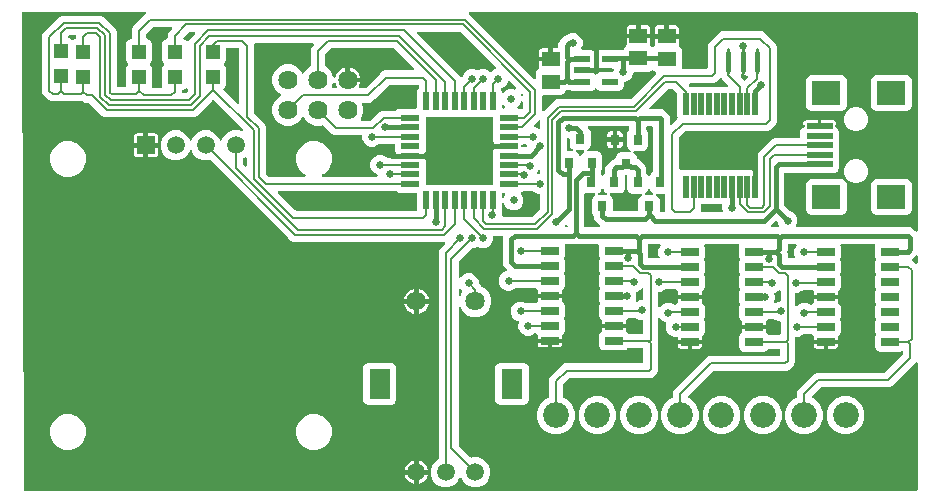
<source format=gbr>
G04 EAGLE Gerber RS-274X export*
G75*
%MOMM*%
%FSLAX34Y34*%
%LPD*%
%INTop Copper*%
%IPPOS*%
%AMOC8*
5,1,8,0,0,1.08239X$1,22.5*%
G01*
%ADD10R,1.500000X1.300000*%
%ADD11R,2.400000X2.000000*%
%ADD12R,2.308000X0.500000*%
%ADD13R,1.525000X0.650000*%
%ADD14C,1.625600*%
%ADD15C,2.184400*%
%ADD16R,1.200000X1.200000*%
%ADD17R,0.787400X0.889000*%
%ADD18R,1.508000X1.508000*%
%ADD19C,1.508000*%
%ADD20R,1.390000X0.580000*%
%ADD21R,0.480000X1.900000*%
%ADD22R,1.600000X0.550000*%
%ADD23R,0.550000X1.600000*%
%ADD24C,1.638300*%
%ADD25C,1.498600*%
%ADD26R,1.803400X2.590800*%
%ADD27C,0.450000*%
%ADD28C,0.254000*%
%ADD29C,0.203200*%
%ADD30C,0.406400*%
%ADD31C,0.654800*%
%ADD32C,0.152400*%

G36*
X754058Y227993D02*
X754058Y227993D01*
X754116Y227991D01*
X754198Y228013D01*
X754282Y228025D01*
X754335Y228049D01*
X754391Y228063D01*
X754464Y228106D01*
X754541Y228141D01*
X754586Y228179D01*
X754636Y228209D01*
X754694Y228270D01*
X754758Y228325D01*
X754790Y228373D01*
X754830Y228416D01*
X754869Y228491D01*
X754916Y228561D01*
X754933Y228617D01*
X754960Y228669D01*
X754971Y228737D01*
X755001Y228832D01*
X755004Y228932D01*
X755015Y229000D01*
X755015Y335942D01*
X755011Y335971D01*
X755014Y336000D01*
X754991Y336111D01*
X754975Y336224D01*
X754963Y336250D01*
X754958Y336279D01*
X754906Y336380D01*
X754859Y336483D01*
X754840Y336505D01*
X754827Y336531D01*
X754749Y336614D01*
X754676Y336700D01*
X754651Y336716D01*
X754631Y336738D01*
X754533Y336795D01*
X754439Y336858D01*
X754411Y336867D01*
X754386Y336881D01*
X754276Y336909D01*
X754168Y336943D01*
X754138Y336944D01*
X754110Y336951D01*
X753997Y336948D01*
X753884Y336951D01*
X753855Y336943D01*
X753826Y336942D01*
X753718Y336907D01*
X753609Y336879D01*
X753583Y336864D01*
X753555Y336855D01*
X753492Y336809D01*
X753364Y336734D01*
X753321Y336688D01*
X753282Y336660D01*
X733454Y316831D01*
X731213Y315903D01*
X673946Y315903D01*
X673859Y315891D01*
X673772Y315888D01*
X673719Y315871D01*
X673664Y315863D01*
X673585Y315828D01*
X673501Y315801D01*
X673462Y315773D01*
X673405Y315747D01*
X673292Y315651D01*
X673228Y315606D01*
X665762Y308140D01*
X665693Y308048D01*
X665619Y307960D01*
X665608Y307935D01*
X665591Y307913D01*
X665550Y307805D01*
X665503Y307700D01*
X665500Y307673D01*
X665490Y307647D01*
X665480Y307533D01*
X665465Y307419D01*
X665468Y307391D01*
X665466Y307364D01*
X665489Y307251D01*
X665505Y307137D01*
X665517Y307112D01*
X665522Y307085D01*
X665575Y306983D01*
X665622Y306878D01*
X665640Y306857D01*
X665653Y306833D01*
X665732Y306749D01*
X665807Y306662D01*
X665828Y306649D01*
X665849Y306626D01*
X666079Y306492D01*
X666091Y306484D01*
X668065Y305666D01*
X672566Y301165D01*
X675003Y295283D01*
X675003Y288917D01*
X672566Y283035D01*
X668065Y278534D01*
X662183Y276097D01*
X655817Y276097D01*
X649935Y278534D01*
X645434Y283035D01*
X642997Y288917D01*
X642997Y295283D01*
X645434Y301165D01*
X649935Y305666D01*
X652277Y306636D01*
X652278Y306637D01*
X652279Y306637D01*
X652400Y306709D01*
X652521Y306781D01*
X652522Y306782D01*
X652524Y306783D01*
X652621Y306887D01*
X652717Y306987D01*
X652717Y306989D01*
X652718Y306990D01*
X652783Y307116D01*
X652847Y307240D01*
X652847Y307242D01*
X652848Y307243D01*
X652850Y307258D01*
X652902Y307519D01*
X652899Y307550D01*
X652903Y307574D01*
X652903Y311213D01*
X653831Y313454D01*
X667546Y327169D01*
X669787Y328097D01*
X727054Y328097D01*
X727141Y328109D01*
X727228Y328112D01*
X727281Y328129D01*
X727336Y328137D01*
X727415Y328172D01*
X727499Y328199D01*
X727538Y328227D01*
X727595Y328253D01*
X727708Y328349D01*
X727772Y328394D01*
X742606Y343228D01*
X742658Y343298D01*
X742718Y343362D01*
X742744Y343411D01*
X742777Y343455D01*
X742808Y343537D01*
X742848Y343615D01*
X742856Y343662D01*
X742878Y343721D01*
X742890Y343869D01*
X742903Y343946D01*
X742903Y345547D01*
X742887Y345660D01*
X742877Y345775D01*
X742867Y345801D01*
X742863Y345828D01*
X742816Y345933D01*
X742775Y346040D01*
X742759Y346062D01*
X742747Y346087D01*
X742673Y346175D01*
X742604Y346267D01*
X742581Y346283D01*
X742564Y346304D01*
X742468Y346368D01*
X742376Y346437D01*
X742350Y346447D01*
X742327Y346462D01*
X742217Y346497D01*
X742110Y346537D01*
X742082Y346539D01*
X742056Y346548D01*
X741941Y346551D01*
X741827Y346560D01*
X741802Y346554D01*
X741772Y346555D01*
X741515Y346488D01*
X741499Y346485D01*
X740256Y345969D01*
X722984Y345969D01*
X721117Y346743D01*
X719688Y348172D01*
X718914Y350039D01*
X718914Y358561D01*
X719619Y360261D01*
X719641Y360346D01*
X719672Y360428D01*
X719676Y360483D01*
X719690Y360537D01*
X719687Y360624D01*
X719694Y360711D01*
X719683Y360759D01*
X719682Y360821D01*
X719636Y360962D01*
X719619Y361039D01*
X718914Y362739D01*
X718914Y371261D01*
X719619Y372961D01*
X719641Y373046D01*
X719672Y373128D01*
X719676Y373183D01*
X719690Y373237D01*
X719687Y373324D01*
X719694Y373411D01*
X719683Y373459D01*
X719682Y373521D01*
X719636Y373662D01*
X719619Y373739D01*
X718914Y375439D01*
X718914Y383961D01*
X719619Y385661D01*
X719641Y385746D01*
X719672Y385828D01*
X719676Y385883D01*
X719690Y385937D01*
X719687Y386024D01*
X719694Y386111D01*
X719683Y386159D01*
X719682Y386221D01*
X719636Y386362D01*
X719619Y386439D01*
X718914Y388139D01*
X718914Y396661D01*
X719619Y398361D01*
X719641Y398446D01*
X719672Y398528D01*
X719676Y398583D01*
X719690Y398637D01*
X719687Y398724D01*
X719694Y398811D01*
X719683Y398859D01*
X719682Y398921D01*
X719636Y399062D01*
X719619Y399139D01*
X718914Y400839D01*
X718914Y409361D01*
X719619Y411061D01*
X719641Y411146D01*
X719672Y411228D01*
X719676Y411283D01*
X719690Y411337D01*
X719687Y411424D01*
X719694Y411511D01*
X719683Y411559D01*
X719682Y411621D01*
X719636Y411762D01*
X719619Y411839D01*
X718914Y413539D01*
X718914Y422061D01*
X719619Y423761D01*
X719641Y423846D01*
X719672Y423928D01*
X719676Y423983D01*
X719690Y424037D01*
X719687Y424124D01*
X719694Y424211D01*
X719683Y424259D01*
X719682Y424321D01*
X719636Y424462D01*
X719619Y424539D01*
X718914Y426239D01*
X718914Y434761D01*
X719214Y435483D01*
X719242Y435595D01*
X719277Y435704D01*
X719278Y435732D01*
X719285Y435759D01*
X719281Y435873D01*
X719284Y435988D01*
X719277Y436015D01*
X719276Y436043D01*
X719241Y436152D01*
X719212Y436263D01*
X719198Y436287D01*
X719190Y436314D01*
X719126Y436409D01*
X719067Y436508D01*
X719047Y436527D01*
X719032Y436550D01*
X718944Y436624D01*
X718860Y436702D01*
X718835Y436715D01*
X718814Y436733D01*
X718709Y436779D01*
X718607Y436832D01*
X718582Y436836D01*
X718554Y436848D01*
X718290Y436885D01*
X718276Y436887D01*
X690724Y436887D01*
X690611Y436871D01*
X690496Y436861D01*
X690470Y436851D01*
X690443Y436847D01*
X690338Y436800D01*
X690231Y436759D01*
X690209Y436743D01*
X690183Y436731D01*
X690096Y436657D01*
X690004Y436588D01*
X689988Y436565D01*
X689966Y436548D01*
X689903Y436452D01*
X689834Y436360D01*
X689824Y436334D01*
X689809Y436311D01*
X689774Y436201D01*
X689734Y436094D01*
X689731Y436066D01*
X689723Y436040D01*
X689720Y435925D01*
X689711Y435811D01*
X689716Y435786D01*
X689716Y435756D01*
X689783Y435499D01*
X689786Y435483D01*
X690086Y434761D01*
X690086Y426239D01*
X689381Y424539D01*
X689359Y424454D01*
X689328Y424372D01*
X689324Y424317D01*
X689310Y424263D01*
X689313Y424176D01*
X689306Y424089D01*
X689317Y424041D01*
X689318Y423979D01*
X689364Y423838D01*
X689381Y423761D01*
X690086Y422061D01*
X690086Y413539D01*
X689381Y411839D01*
X689359Y411754D01*
X689328Y411672D01*
X689324Y411617D01*
X689310Y411563D01*
X689313Y411476D01*
X689306Y411389D01*
X689317Y411341D01*
X689318Y411279D01*
X689364Y411138D01*
X689381Y411061D01*
X690086Y409361D01*
X690086Y400839D01*
X689312Y398972D01*
X687826Y397486D01*
X687794Y397468D01*
X687789Y397462D01*
X687782Y397458D01*
X687689Y397360D01*
X687596Y397264D01*
X687592Y397257D01*
X687586Y397251D01*
X687525Y397132D01*
X687461Y397013D01*
X687460Y397006D01*
X687456Y396999D01*
X687430Y396867D01*
X687402Y396735D01*
X687403Y396728D01*
X687401Y396720D01*
X687425Y396436D01*
X687432Y396418D01*
X687434Y396401D01*
X687546Y395984D01*
X687546Y394024D01*
X677989Y394024D01*
X677931Y394016D01*
X677873Y394018D01*
X677791Y393996D01*
X677708Y393984D01*
X677654Y393961D01*
X677598Y393946D01*
X677525Y393903D01*
X677448Y393868D01*
X677404Y393830D01*
X677380Y393816D01*
X677355Y393839D01*
X677280Y393878D01*
X677210Y393925D01*
X677154Y393942D01*
X677102Y393969D01*
X677034Y393980D01*
X676939Y394010D01*
X676839Y394013D01*
X676771Y394024D01*
X667214Y394024D01*
X667214Y395984D01*
X667326Y396401D01*
X667342Y396535D01*
X667361Y396668D01*
X667359Y396676D01*
X667360Y396683D01*
X667339Y396816D01*
X667320Y396949D01*
X667317Y396956D01*
X667315Y396964D01*
X667258Y397087D01*
X667203Y397208D01*
X667197Y397214D01*
X667194Y397221D01*
X667105Y397322D01*
X667018Y397424D01*
X667012Y397428D01*
X667006Y397435D01*
X666947Y397472D01*
X666814Y397606D01*
X666744Y397658D01*
X666680Y397718D01*
X666631Y397744D01*
X666587Y397777D01*
X666505Y397808D01*
X666427Y397848D01*
X666380Y397856D01*
X666321Y397878D01*
X666173Y397890D01*
X666096Y397903D01*
X658139Y397903D01*
X658053Y397891D01*
X657965Y397888D01*
X657912Y397871D01*
X657858Y397863D01*
X657778Y397828D01*
X657695Y397801D01*
X657655Y397773D01*
X657598Y397747D01*
X657485Y397651D01*
X657421Y397606D01*
X656733Y396917D01*
X653662Y395645D01*
X652434Y395645D01*
X652376Y395637D01*
X652318Y395639D01*
X652236Y395617D01*
X652152Y395605D01*
X652099Y395582D01*
X652043Y395567D01*
X651970Y395524D01*
X651893Y395489D01*
X651848Y395451D01*
X651798Y395422D01*
X651740Y395360D01*
X651676Y395306D01*
X651644Y395257D01*
X651604Y395214D01*
X651565Y395139D01*
X651518Y395069D01*
X651501Y395013D01*
X651474Y394961D01*
X651463Y394893D01*
X651433Y394798D01*
X651430Y394698D01*
X651419Y394630D01*
X651419Y385685D01*
X651423Y385656D01*
X651420Y385627D01*
X651443Y385516D01*
X651459Y385404D01*
X651471Y385377D01*
X651476Y385348D01*
X651529Y385247D01*
X651575Y385144D01*
X651594Y385122D01*
X651607Y385096D01*
X651685Y385014D01*
X651758Y384927D01*
X651783Y384911D01*
X651803Y384890D01*
X651901Y384833D01*
X651995Y384770D01*
X652023Y384761D01*
X652048Y384746D01*
X652158Y384718D01*
X652266Y384684D01*
X652296Y384683D01*
X652324Y384676D01*
X652437Y384679D01*
X652550Y384677D01*
X652579Y384684D01*
X652608Y384685D01*
X652716Y384720D01*
X652825Y384748D01*
X652851Y384763D01*
X652879Y384772D01*
X652943Y384818D01*
X653070Y384894D01*
X653113Y384939D01*
X653152Y384967D01*
X654267Y386083D01*
X657338Y387355D01*
X660662Y387355D01*
X663741Y386079D01*
X663791Y386042D01*
X663855Y385982D01*
X663904Y385956D01*
X663948Y385923D01*
X664030Y385892D01*
X664108Y385852D01*
X664156Y385844D01*
X664214Y385822D01*
X664362Y385810D01*
X664439Y385797D01*
X664996Y385797D01*
X665083Y385809D01*
X665170Y385812D01*
X665223Y385829D01*
X665277Y385837D01*
X665357Y385872D01*
X665441Y385899D01*
X665480Y385927D01*
X665537Y385953D01*
X665650Y386049D01*
X665714Y386094D01*
X666934Y387314D01*
X666966Y387332D01*
X666971Y387338D01*
X666978Y387342D01*
X667071Y387440D01*
X667164Y387536D01*
X667168Y387543D01*
X667174Y387549D01*
X667235Y387668D01*
X667299Y387787D01*
X667300Y387794D01*
X667304Y387801D01*
X667330Y387933D01*
X667358Y388065D01*
X667357Y388072D01*
X667359Y388080D01*
X667335Y388364D01*
X667328Y388382D01*
X667326Y388399D01*
X667214Y388816D01*
X667214Y390776D01*
X676771Y390776D01*
X676829Y390784D01*
X676887Y390782D01*
X676969Y390804D01*
X677052Y390816D01*
X677106Y390839D01*
X677162Y390854D01*
X677235Y390897D01*
X677312Y390932D01*
X677356Y390970D01*
X677380Y390984D01*
X677405Y390961D01*
X677480Y390922D01*
X677550Y390875D01*
X677606Y390858D01*
X677658Y390831D01*
X677726Y390820D01*
X677821Y390790D01*
X677921Y390787D01*
X677989Y390776D01*
X687546Y390776D01*
X687546Y388816D01*
X687434Y388399D01*
X687418Y388265D01*
X687399Y388132D01*
X687401Y388124D01*
X687400Y388117D01*
X687421Y387984D01*
X687440Y387851D01*
X687443Y387844D01*
X687445Y387836D01*
X687502Y387713D01*
X687557Y387592D01*
X687563Y387586D01*
X687566Y387579D01*
X687655Y387478D01*
X687742Y387376D01*
X687748Y387372D01*
X687754Y387365D01*
X687813Y387328D01*
X689312Y385828D01*
X690086Y383961D01*
X690086Y375439D01*
X689381Y373739D01*
X689359Y373654D01*
X689328Y373572D01*
X689324Y373517D01*
X689310Y373463D01*
X689313Y373376D01*
X689306Y373289D01*
X689317Y373241D01*
X689318Y373179D01*
X689364Y373038D01*
X689381Y372961D01*
X690086Y371261D01*
X690086Y362739D01*
X689312Y360872D01*
X687826Y359386D01*
X687794Y359368D01*
X687789Y359362D01*
X687782Y359358D01*
X687689Y359260D01*
X687596Y359164D01*
X687592Y359157D01*
X687586Y359151D01*
X687525Y359032D01*
X687461Y358913D01*
X687460Y358906D01*
X687456Y358899D01*
X687430Y358767D01*
X687402Y358635D01*
X687403Y358628D01*
X687401Y358620D01*
X687425Y358336D01*
X687432Y358318D01*
X687434Y358301D01*
X687546Y357884D01*
X687546Y355924D01*
X677989Y355924D01*
X677931Y355916D01*
X677873Y355918D01*
X677791Y355896D01*
X677708Y355884D01*
X677654Y355861D01*
X677598Y355846D01*
X677525Y355803D01*
X677448Y355768D01*
X677404Y355730D01*
X677380Y355716D01*
X677355Y355739D01*
X677280Y355778D01*
X677210Y355825D01*
X677154Y355842D01*
X677102Y355869D01*
X677034Y355880D01*
X676939Y355910D01*
X676839Y355913D01*
X676771Y355924D01*
X667214Y355924D01*
X667214Y357884D01*
X667326Y358301D01*
X667342Y358435D01*
X667361Y358568D01*
X667359Y358576D01*
X667360Y358583D01*
X667339Y358716D01*
X667320Y358849D01*
X667317Y358856D01*
X667315Y358864D01*
X667258Y358987D01*
X667203Y359108D01*
X667197Y359114D01*
X667194Y359121D01*
X667105Y359222D01*
X667018Y359324D01*
X667012Y359328D01*
X667006Y359335D01*
X666947Y359372D01*
X665714Y360606D01*
X665644Y360658D01*
X665580Y360718D01*
X665531Y360744D01*
X665487Y360777D01*
X665405Y360808D01*
X665327Y360848D01*
X665280Y360856D01*
X665221Y360878D01*
X665073Y360890D01*
X664996Y360903D01*
X658817Y360903D01*
X658731Y360891D01*
X658643Y360888D01*
X658590Y360871D01*
X658536Y360863D01*
X658456Y360828D01*
X658373Y360801D01*
X658333Y360773D01*
X658276Y360747D01*
X658163Y360651D01*
X658099Y360606D01*
X657411Y359917D01*
X654340Y358645D01*
X652434Y358645D01*
X652376Y358637D01*
X652318Y358639D01*
X652236Y358617D01*
X652152Y358605D01*
X652099Y358582D01*
X652043Y358567D01*
X651970Y358524D01*
X651893Y358489D01*
X651848Y358451D01*
X651798Y358422D01*
X651740Y358360D01*
X651676Y358306D01*
X651644Y358257D01*
X651604Y358214D01*
X651565Y358139D01*
X651518Y358069D01*
X651501Y358013D01*
X651474Y357961D01*
X651463Y357893D01*
X651433Y357798D01*
X651430Y357698D01*
X651419Y357630D01*
X651419Y354709D01*
X651174Y354118D01*
X651166Y354089D01*
X651152Y354061D01*
X651139Y353984D01*
X651103Y353843D01*
X651105Y353779D01*
X651097Y353730D01*
X651097Y336787D01*
X650169Y334546D01*
X646454Y330831D01*
X644213Y329903D01*
X582946Y329903D01*
X582859Y329891D01*
X582772Y329888D01*
X582719Y329871D01*
X582664Y329863D01*
X582585Y329828D01*
X582501Y329801D01*
X582462Y329773D01*
X582405Y329747D01*
X582292Y329651D01*
X582228Y329606D01*
X560762Y308140D01*
X560693Y308048D01*
X560619Y307960D01*
X560608Y307935D01*
X560591Y307913D01*
X560550Y307805D01*
X560503Y307700D01*
X560500Y307673D01*
X560490Y307647D01*
X560480Y307533D01*
X560465Y307419D01*
X560468Y307391D01*
X560466Y307364D01*
X560489Y307251D01*
X560505Y307137D01*
X560517Y307112D01*
X560522Y307085D01*
X560575Y306983D01*
X560622Y306878D01*
X560640Y306857D01*
X560653Y306833D01*
X560732Y306749D01*
X560807Y306662D01*
X560828Y306649D01*
X560849Y306626D01*
X561079Y306492D01*
X561091Y306484D01*
X563065Y305666D01*
X567566Y301165D01*
X570003Y295283D01*
X570003Y288917D01*
X567566Y283035D01*
X563065Y278534D01*
X557183Y276097D01*
X550817Y276097D01*
X544935Y278534D01*
X540434Y283035D01*
X537997Y288917D01*
X537997Y295283D01*
X540434Y301165D01*
X544935Y305666D01*
X547277Y306636D01*
X547278Y306637D01*
X547279Y306637D01*
X547400Y306709D01*
X547521Y306781D01*
X547522Y306782D01*
X547524Y306783D01*
X547621Y306887D01*
X547717Y306987D01*
X547717Y306989D01*
X547718Y306990D01*
X547783Y307116D01*
X547847Y307240D01*
X547847Y307242D01*
X547848Y307243D01*
X547850Y307258D01*
X547902Y307519D01*
X547899Y307550D01*
X547903Y307574D01*
X547903Y311213D01*
X548831Y313454D01*
X576546Y341169D01*
X578787Y342097D01*
X637888Y342097D01*
X637946Y342105D01*
X638004Y342103D01*
X638086Y342125D01*
X638170Y342137D01*
X638223Y342160D01*
X638279Y342175D01*
X638352Y342218D01*
X638429Y342253D01*
X638474Y342291D01*
X638524Y342320D01*
X638582Y342382D01*
X638646Y342436D01*
X638678Y342485D01*
X638718Y342528D01*
X638757Y342603D01*
X638804Y342673D01*
X638821Y342729D01*
X638848Y342781D01*
X638859Y342849D01*
X638889Y342944D01*
X638892Y343044D01*
X638903Y343112D01*
X638903Y347188D01*
X638895Y347246D01*
X638897Y347304D01*
X638875Y347386D01*
X638863Y347470D01*
X638840Y347523D01*
X638825Y347579D01*
X638782Y347652D01*
X638747Y347729D01*
X638709Y347774D01*
X638680Y347824D01*
X638618Y347882D01*
X638564Y347946D01*
X638515Y347978D01*
X638472Y348018D01*
X638397Y348057D01*
X638327Y348104D01*
X638271Y348121D01*
X638219Y348148D01*
X638151Y348159D01*
X638056Y348189D01*
X637956Y348192D01*
X637888Y348203D01*
X628704Y348203D01*
X628617Y348191D01*
X628530Y348188D01*
X628477Y348171D01*
X628423Y348163D01*
X628343Y348128D01*
X628259Y348101D01*
X628220Y348073D01*
X628163Y348047D01*
X628050Y347951D01*
X627986Y347906D01*
X626823Y346743D01*
X624956Y345969D01*
X607684Y345969D01*
X605817Y346743D01*
X604388Y348172D01*
X603614Y350039D01*
X603614Y358561D01*
X604388Y360428D01*
X605874Y361914D01*
X605906Y361932D01*
X605911Y361938D01*
X605918Y361942D01*
X606011Y362040D01*
X606104Y362136D01*
X606108Y362143D01*
X606114Y362149D01*
X606175Y362268D01*
X606239Y362387D01*
X606240Y362394D01*
X606244Y362401D01*
X606270Y362533D01*
X606298Y362665D01*
X606297Y362672D01*
X606299Y362680D01*
X606275Y362964D01*
X606268Y362982D01*
X606266Y362999D01*
X606154Y363416D01*
X606154Y365376D01*
X615711Y365376D01*
X615769Y365384D01*
X615827Y365382D01*
X615909Y365404D01*
X615992Y365416D01*
X616046Y365439D01*
X616102Y365454D01*
X616175Y365497D01*
X616252Y365532D01*
X616296Y365570D01*
X616320Y365584D01*
X616345Y365561D01*
X616420Y365522D01*
X616490Y365475D01*
X616546Y365458D01*
X616598Y365431D01*
X616666Y365420D01*
X616761Y365390D01*
X616861Y365387D01*
X616929Y365376D01*
X626486Y365376D01*
X626486Y363416D01*
X626374Y362999D01*
X626358Y362864D01*
X626339Y362732D01*
X626341Y362724D01*
X626340Y362717D01*
X626361Y362584D01*
X626380Y362451D01*
X626383Y362444D01*
X626385Y362436D01*
X626442Y362313D01*
X626497Y362192D01*
X626503Y362186D01*
X626506Y362179D01*
X626595Y362078D01*
X626682Y361976D01*
X626688Y361972D01*
X626694Y361965D01*
X626753Y361928D01*
X627986Y360694D01*
X628056Y360642D01*
X628120Y360582D01*
X628169Y360556D01*
X628213Y360523D01*
X628295Y360492D01*
X628373Y360452D01*
X628420Y360444D01*
X628479Y360422D01*
X628627Y360410D01*
X628704Y360397D01*
X638210Y360397D01*
X638268Y360405D01*
X638326Y360403D01*
X638408Y360425D01*
X638492Y360437D01*
X638545Y360460D01*
X638601Y360475D01*
X638674Y360518D01*
X638751Y360553D01*
X638796Y360591D01*
X638846Y360620D01*
X638904Y360682D01*
X638968Y360736D01*
X639000Y360785D01*
X639040Y360828D01*
X639079Y360903D01*
X639126Y360973D01*
X639143Y361029D01*
X639170Y361081D01*
X639181Y361149D01*
X639211Y361244D01*
X639214Y361344D01*
X639225Y361412D01*
X639225Y370630D01*
X639217Y370688D01*
X639219Y370746D01*
X639197Y370828D01*
X639185Y370912D01*
X639162Y370965D01*
X639147Y371021D01*
X639104Y371094D01*
X639069Y371171D01*
X639031Y371216D01*
X639002Y371266D01*
X638940Y371324D01*
X638886Y371388D01*
X638837Y371420D01*
X638794Y371460D01*
X638719Y371499D01*
X638649Y371546D01*
X638593Y371563D01*
X638541Y371590D01*
X638473Y371601D01*
X638378Y371631D01*
X638278Y371634D01*
X638210Y371645D01*
X637338Y371645D01*
X634267Y372917D01*
X633879Y373306D01*
X633809Y373358D01*
X633745Y373418D01*
X633696Y373444D01*
X633652Y373477D01*
X633570Y373508D01*
X633492Y373548D01*
X633444Y373556D01*
X633386Y373578D01*
X633238Y373590D01*
X633161Y373603D01*
X628704Y373603D01*
X628617Y373591D01*
X628530Y373588D01*
X628477Y373571D01*
X628423Y373563D01*
X628343Y373528D01*
X628259Y373501D01*
X628220Y373473D01*
X628163Y373447D01*
X628050Y373351D01*
X627986Y373306D01*
X626766Y372086D01*
X626734Y372068D01*
X626729Y372062D01*
X626722Y372058D01*
X626629Y371960D01*
X626536Y371864D01*
X626532Y371857D01*
X626526Y371851D01*
X626465Y371732D01*
X626401Y371613D01*
X626400Y371606D01*
X626396Y371599D01*
X626370Y371467D01*
X626342Y371335D01*
X626343Y371328D01*
X626341Y371320D01*
X626365Y371036D01*
X626372Y371018D01*
X626374Y371001D01*
X626486Y370584D01*
X626486Y368624D01*
X616929Y368624D01*
X616871Y368616D01*
X616813Y368618D01*
X616731Y368596D01*
X616648Y368584D01*
X616594Y368561D01*
X616538Y368546D01*
X616465Y368503D01*
X616388Y368468D01*
X616344Y368430D01*
X616320Y368416D01*
X616295Y368439D01*
X616220Y368478D01*
X616150Y368525D01*
X616094Y368542D01*
X616042Y368569D01*
X615974Y368580D01*
X615879Y368610D01*
X615779Y368613D01*
X615711Y368624D01*
X606154Y368624D01*
X606154Y370584D01*
X606266Y371001D01*
X606282Y371135D01*
X606301Y371268D01*
X606299Y371276D01*
X606300Y371283D01*
X606279Y371416D01*
X606260Y371549D01*
X606257Y371556D01*
X606255Y371564D01*
X606198Y371687D01*
X606143Y371808D01*
X606137Y371814D01*
X606134Y371821D01*
X606045Y371922D01*
X605958Y372024D01*
X605952Y372028D01*
X605946Y372035D01*
X605887Y372072D01*
X604388Y373572D01*
X603614Y375439D01*
X603614Y383961D01*
X604319Y385661D01*
X604341Y385746D01*
X604372Y385828D01*
X604376Y385883D01*
X604390Y385937D01*
X604387Y386024D01*
X604394Y386111D01*
X604383Y386159D01*
X604382Y386221D01*
X604336Y386362D01*
X604319Y386439D01*
X603614Y388139D01*
X603614Y396661D01*
X604319Y398361D01*
X604341Y398446D01*
X604372Y398528D01*
X604376Y398583D01*
X604390Y398637D01*
X604387Y398724D01*
X604394Y398811D01*
X604383Y398859D01*
X604382Y398921D01*
X604336Y399062D01*
X604319Y399139D01*
X603614Y400839D01*
X603614Y409361D01*
X604319Y411061D01*
X604341Y411146D01*
X604372Y411228D01*
X604376Y411283D01*
X604390Y411337D01*
X604387Y411424D01*
X604394Y411511D01*
X604383Y411559D01*
X604382Y411621D01*
X604336Y411762D01*
X604319Y411839D01*
X603614Y413539D01*
X603614Y422061D01*
X604319Y423761D01*
X604341Y423846D01*
X604372Y423928D01*
X604376Y423983D01*
X604390Y424037D01*
X604387Y424124D01*
X604394Y424211D01*
X604383Y424259D01*
X604382Y424321D01*
X604336Y424462D01*
X604319Y424539D01*
X603614Y426239D01*
X603614Y434761D01*
X603914Y435483D01*
X603942Y435595D01*
X603977Y435704D01*
X603978Y435732D01*
X603985Y435759D01*
X603981Y435873D01*
X603984Y435988D01*
X603977Y436015D01*
X603976Y436043D01*
X603941Y436152D01*
X603912Y436263D01*
X603898Y436287D01*
X603890Y436314D01*
X603826Y436409D01*
X603767Y436508D01*
X603747Y436527D01*
X603732Y436550D01*
X603644Y436624D01*
X603560Y436702D01*
X603535Y436715D01*
X603514Y436733D01*
X603409Y436779D01*
X603307Y436832D01*
X603282Y436836D01*
X603254Y436848D01*
X602990Y436885D01*
X602976Y436887D01*
X575424Y436887D01*
X575311Y436871D01*
X575196Y436861D01*
X575170Y436851D01*
X575143Y436847D01*
X575038Y436800D01*
X574931Y436759D01*
X574909Y436743D01*
X574883Y436731D01*
X574796Y436657D01*
X574704Y436588D01*
X574688Y436565D01*
X574666Y436548D01*
X574603Y436452D01*
X574534Y436360D01*
X574524Y436334D01*
X574509Y436311D01*
X574474Y436201D01*
X574434Y436094D01*
X574431Y436066D01*
X574423Y436040D01*
X574420Y435925D01*
X574411Y435811D01*
X574416Y435786D01*
X574416Y435756D01*
X574483Y435499D01*
X574486Y435483D01*
X574786Y434761D01*
X574786Y426239D01*
X574081Y424539D01*
X574059Y424454D01*
X574028Y424372D01*
X574024Y424317D01*
X574010Y424263D01*
X574013Y424176D01*
X574006Y424089D01*
X574017Y424041D01*
X574018Y423979D01*
X574064Y423838D01*
X574081Y423761D01*
X574786Y422061D01*
X574786Y413539D01*
X574081Y411839D01*
X574059Y411754D01*
X574028Y411672D01*
X574024Y411617D01*
X574010Y411563D01*
X574013Y411476D01*
X574006Y411389D01*
X574017Y411341D01*
X574018Y411279D01*
X574064Y411138D01*
X574081Y411061D01*
X574786Y409361D01*
X574786Y400839D01*
X574012Y398972D01*
X572526Y397486D01*
X572494Y397468D01*
X572489Y397462D01*
X572482Y397458D01*
X572389Y397360D01*
X572296Y397264D01*
X572292Y397257D01*
X572286Y397251D01*
X572225Y397132D01*
X572161Y397013D01*
X572160Y397006D01*
X572156Y396999D01*
X572130Y396867D01*
X572102Y396735D01*
X572103Y396728D01*
X572101Y396720D01*
X572125Y396436D01*
X572132Y396418D01*
X572134Y396401D01*
X572246Y395984D01*
X572246Y394024D01*
X562689Y394024D01*
X562631Y394016D01*
X562573Y394018D01*
X562491Y393996D01*
X562408Y393984D01*
X562354Y393961D01*
X562298Y393946D01*
X562225Y393903D01*
X562148Y393868D01*
X562104Y393830D01*
X562080Y393816D01*
X562055Y393839D01*
X561980Y393878D01*
X561910Y393925D01*
X561854Y393942D01*
X561802Y393969D01*
X561734Y393980D01*
X561639Y394010D01*
X561539Y394013D01*
X561471Y394024D01*
X551914Y394024D01*
X551914Y395984D01*
X552026Y396401D01*
X552042Y396535D01*
X552061Y396668D01*
X552059Y396676D01*
X552060Y396683D01*
X552039Y396816D01*
X552020Y396949D01*
X552017Y396956D01*
X552015Y396964D01*
X551958Y397087D01*
X551903Y397208D01*
X551897Y397214D01*
X551894Y397221D01*
X551805Y397322D01*
X551718Y397424D01*
X551712Y397428D01*
X551706Y397435D01*
X551647Y397472D01*
X550414Y398706D01*
X550344Y398758D01*
X550280Y398818D01*
X550231Y398844D01*
X550187Y398877D01*
X550105Y398908D01*
X550027Y398948D01*
X549979Y398956D01*
X549921Y398978D01*
X549773Y398990D01*
X549696Y399003D01*
X542239Y399003D01*
X542153Y398991D01*
X542065Y398988D01*
X542012Y398971D01*
X541958Y398963D01*
X541878Y398928D01*
X541795Y398901D01*
X541755Y398873D01*
X541698Y398847D01*
X541585Y398751D01*
X541521Y398706D01*
X540733Y397917D01*
X537662Y396645D01*
X536112Y396645D01*
X536054Y396637D01*
X535996Y396639D01*
X535914Y396617D01*
X535830Y396605D01*
X535777Y396582D01*
X535721Y396567D01*
X535648Y396524D01*
X535571Y396489D01*
X535526Y396451D01*
X535476Y396422D01*
X535418Y396360D01*
X535354Y396306D01*
X535322Y396257D01*
X535282Y396214D01*
X535243Y396139D01*
X535196Y396069D01*
X535179Y396013D01*
X535152Y395961D01*
X535141Y395893D01*
X535111Y395798D01*
X535108Y395698D01*
X535097Y395630D01*
X535097Y384363D01*
X535101Y384334D01*
X535098Y384305D01*
X535121Y384194D01*
X535137Y384082D01*
X535149Y384055D01*
X535154Y384026D01*
X535207Y383926D01*
X535253Y383822D01*
X535272Y383800D01*
X535285Y383774D01*
X535363Y383692D01*
X535436Y383605D01*
X535461Y383589D01*
X535481Y383568D01*
X535579Y383510D01*
X535673Y383448D01*
X535701Y383439D01*
X535726Y383424D01*
X535836Y383396D01*
X535944Y383362D01*
X535974Y383361D01*
X536002Y383354D01*
X536115Y383357D01*
X536228Y383355D01*
X536257Y383362D01*
X536286Y383363D01*
X536394Y383398D01*
X536503Y383426D01*
X536529Y383441D01*
X536557Y383450D01*
X536620Y383496D01*
X536748Y383572D01*
X536791Y383617D01*
X536830Y383645D01*
X539267Y386083D01*
X542338Y387355D01*
X545662Y387355D01*
X548741Y386079D01*
X548791Y386042D01*
X548855Y385982D01*
X548904Y385956D01*
X548948Y385923D01*
X549030Y385892D01*
X549108Y385852D01*
X549156Y385844D01*
X549214Y385822D01*
X549362Y385810D01*
X549439Y385797D01*
X549696Y385797D01*
X549783Y385809D01*
X549870Y385812D01*
X549923Y385829D01*
X549977Y385837D01*
X550057Y385872D01*
X550140Y385899D01*
X550180Y385927D01*
X550237Y385953D01*
X550350Y386049D01*
X550414Y386094D01*
X551634Y387314D01*
X551666Y387332D01*
X551671Y387338D01*
X551678Y387342D01*
X551771Y387440D01*
X551864Y387536D01*
X551868Y387543D01*
X551874Y387549D01*
X551935Y387668D01*
X551999Y387787D01*
X552000Y387794D01*
X552004Y387801D01*
X552030Y387933D01*
X552058Y388065D01*
X552057Y388072D01*
X552059Y388080D01*
X552035Y388364D01*
X552028Y388382D01*
X552026Y388399D01*
X551914Y388816D01*
X551914Y390776D01*
X561471Y390776D01*
X561529Y390784D01*
X561587Y390782D01*
X561669Y390804D01*
X561752Y390816D01*
X561806Y390839D01*
X561862Y390854D01*
X561935Y390897D01*
X562012Y390932D01*
X562056Y390970D01*
X562080Y390984D01*
X562105Y390961D01*
X562180Y390922D01*
X562250Y390875D01*
X562306Y390858D01*
X562358Y390831D01*
X562426Y390820D01*
X562521Y390790D01*
X562621Y390787D01*
X562689Y390776D01*
X572246Y390776D01*
X572246Y388816D01*
X572134Y388399D01*
X572118Y388265D01*
X572099Y388132D01*
X572101Y388124D01*
X572100Y388117D01*
X572121Y387984D01*
X572140Y387851D01*
X572143Y387844D01*
X572145Y387836D01*
X572202Y387713D01*
X572257Y387592D01*
X572263Y387586D01*
X572266Y387579D01*
X572355Y387478D01*
X572442Y387376D01*
X572448Y387372D01*
X572454Y387365D01*
X572513Y387328D01*
X574012Y385828D01*
X574786Y383961D01*
X574786Y375439D01*
X574081Y373739D01*
X574059Y373654D01*
X574028Y373572D01*
X574024Y373517D01*
X574010Y373463D01*
X574013Y373376D01*
X574006Y373289D01*
X574017Y373241D01*
X574018Y373179D01*
X574064Y373038D01*
X574081Y372961D01*
X574786Y371261D01*
X574786Y362739D01*
X574012Y360872D01*
X572526Y359386D01*
X572494Y359368D01*
X572488Y359362D01*
X572482Y359358D01*
X572390Y359260D01*
X572296Y359164D01*
X572292Y359157D01*
X572286Y359151D01*
X572225Y359032D01*
X572161Y358913D01*
X572160Y358906D01*
X572156Y358898D01*
X572130Y358767D01*
X572102Y358636D01*
X572103Y358628D01*
X572101Y358619D01*
X572125Y358336D01*
X572132Y358318D01*
X572134Y358301D01*
X572246Y357885D01*
X572246Y355924D01*
X562689Y355924D01*
X562631Y355916D01*
X562573Y355918D01*
X562491Y355896D01*
X562408Y355884D01*
X562354Y355861D01*
X562298Y355846D01*
X562225Y355803D01*
X562148Y355768D01*
X562104Y355730D01*
X562080Y355716D01*
X562055Y355739D01*
X561980Y355778D01*
X561910Y355825D01*
X561854Y355842D01*
X561802Y355869D01*
X561734Y355880D01*
X561639Y355910D01*
X561539Y355913D01*
X561471Y355924D01*
X551914Y355924D01*
X551914Y357630D01*
X551906Y357688D01*
X551908Y357746D01*
X551886Y357828D01*
X551874Y357912D01*
X551851Y357965D01*
X551836Y358021D01*
X551793Y358094D01*
X551758Y358171D01*
X551720Y358216D01*
X551691Y358266D01*
X551629Y358324D01*
X551575Y358388D01*
X551526Y358420D01*
X551483Y358460D01*
X551408Y358499D01*
X551338Y358546D01*
X551282Y358563D01*
X551230Y358590D01*
X551162Y358601D01*
X551067Y358631D01*
X550967Y358634D01*
X550899Y358645D01*
X548660Y358645D01*
X545589Y359917D01*
X543239Y362267D01*
X541967Y365338D01*
X541967Y368662D01*
X542334Y369548D01*
X542349Y369605D01*
X542373Y369658D01*
X542384Y369742D01*
X542405Y369823D01*
X542404Y369882D01*
X542412Y369940D01*
X542400Y370023D01*
X542397Y370107D01*
X542379Y370163D01*
X542371Y370221D01*
X542336Y370298D01*
X542310Y370378D01*
X542278Y370427D01*
X542254Y370480D01*
X542199Y370544D01*
X542152Y370614D01*
X542107Y370652D01*
X542070Y370696D01*
X542011Y370733D01*
X541935Y370797D01*
X541843Y370838D01*
X541785Y370874D01*
X539267Y371917D01*
X536830Y374355D01*
X536806Y374372D01*
X536787Y374395D01*
X536693Y374458D01*
X536603Y374526D01*
X536575Y374536D01*
X536551Y374552D01*
X536443Y374587D01*
X536337Y374627D01*
X536308Y374629D01*
X536280Y374638D01*
X536166Y374641D01*
X536054Y374650D01*
X536025Y374645D01*
X535996Y374645D01*
X535886Y374617D01*
X535775Y374595D01*
X535749Y374581D01*
X535721Y374574D01*
X535623Y374516D01*
X535523Y374464D01*
X535501Y374443D01*
X535476Y374428D01*
X535399Y374346D01*
X535317Y374268D01*
X535302Y374242D01*
X535282Y374221D01*
X535230Y374120D01*
X535173Y374023D01*
X535166Y373994D01*
X535152Y373968D01*
X535139Y373891D01*
X535103Y373747D01*
X535105Y373685D01*
X535097Y373637D01*
X535097Y354751D01*
X535086Y354722D01*
X535081Y354667D01*
X535068Y354613D01*
X535070Y354526D01*
X535063Y354438D01*
X535074Y354391D01*
X535076Y354329D01*
X535097Y354264D01*
X535097Y329787D01*
X534169Y327546D01*
X533311Y326689D01*
X531454Y324831D01*
X529213Y323903D01*
X460946Y323903D01*
X460859Y323891D01*
X460772Y323888D01*
X460719Y323871D01*
X460664Y323863D01*
X460585Y323828D01*
X460501Y323801D01*
X460462Y323773D01*
X460405Y323747D01*
X460292Y323651D01*
X460228Y323606D01*
X455394Y318772D01*
X455342Y318702D01*
X455282Y318638D01*
X455256Y318589D01*
X455223Y318545D01*
X455192Y318463D01*
X455152Y318385D01*
X455144Y318338D01*
X455122Y318279D01*
X455110Y318131D01*
X455097Y318054D01*
X455097Y307574D01*
X455097Y307573D01*
X455097Y307571D01*
X455117Y307431D01*
X455137Y307293D01*
X455137Y307291D01*
X455137Y307290D01*
X455194Y307164D01*
X455253Y307033D01*
X455254Y307032D01*
X455255Y307031D01*
X455346Y306924D01*
X455436Y306816D01*
X455438Y306815D01*
X455439Y306814D01*
X455452Y306806D01*
X455673Y306659D01*
X455702Y306649D01*
X455723Y306636D01*
X458065Y305666D01*
X462566Y301165D01*
X465003Y295283D01*
X465003Y288917D01*
X462566Y283035D01*
X458065Y278534D01*
X452183Y276097D01*
X445817Y276097D01*
X439935Y278534D01*
X435434Y283035D01*
X432997Y288917D01*
X432997Y295283D01*
X435434Y301165D01*
X439935Y305666D01*
X442277Y306636D01*
X442278Y306637D01*
X442279Y306637D01*
X442400Y306709D01*
X442521Y306781D01*
X442522Y306782D01*
X442524Y306783D01*
X442621Y306887D01*
X442717Y306987D01*
X442717Y306989D01*
X442718Y306990D01*
X442783Y307116D01*
X442847Y307240D01*
X442847Y307242D01*
X442848Y307243D01*
X442850Y307258D01*
X442902Y307519D01*
X442899Y307550D01*
X442903Y307574D01*
X442903Y322213D01*
X443831Y324454D01*
X454546Y335169D01*
X456787Y336097D01*
X521888Y336097D01*
X521946Y336105D01*
X522004Y336103D01*
X522086Y336125D01*
X522170Y336137D01*
X522223Y336160D01*
X522279Y336175D01*
X522352Y336218D01*
X522429Y336253D01*
X522474Y336291D01*
X522524Y336320D01*
X522582Y336382D01*
X522646Y336436D01*
X522678Y336485D01*
X522718Y336528D01*
X522757Y336603D01*
X522804Y336673D01*
X522821Y336729D01*
X522848Y336781D01*
X522859Y336849D01*
X522889Y336944D01*
X522892Y337044D01*
X522903Y337112D01*
X522903Y347888D01*
X522895Y347946D01*
X522897Y348004D01*
X522875Y348086D01*
X522863Y348170D01*
X522840Y348223D01*
X522825Y348279D01*
X522782Y348352D01*
X522747Y348429D01*
X522709Y348474D01*
X522680Y348524D01*
X522618Y348582D01*
X522564Y348646D01*
X522515Y348678D01*
X522472Y348718D01*
X522397Y348757D01*
X522327Y348804D01*
X522271Y348821D01*
X522219Y348848D01*
X522151Y348859D01*
X522056Y348889D01*
X521956Y348892D01*
X521888Y348903D01*
X510004Y348903D01*
X509917Y348891D01*
X509830Y348888D01*
X509777Y348871D01*
X509723Y348863D01*
X509643Y348828D01*
X509560Y348801D01*
X509520Y348773D01*
X509463Y348747D01*
X509350Y348651D01*
X509286Y348606D01*
X508423Y347743D01*
X506556Y346969D01*
X489284Y346969D01*
X487417Y347743D01*
X485988Y349172D01*
X485214Y351039D01*
X485214Y359561D01*
X485988Y361428D01*
X487474Y362914D01*
X487506Y362932D01*
X487512Y362938D01*
X487518Y362942D01*
X487610Y363040D01*
X487704Y363136D01*
X487708Y363143D01*
X487714Y363149D01*
X487775Y363268D01*
X487839Y363387D01*
X487840Y363394D01*
X487844Y363402D01*
X487870Y363533D01*
X487898Y363664D01*
X487897Y363672D01*
X487899Y363681D01*
X487875Y363964D01*
X487868Y363982D01*
X487866Y363999D01*
X487754Y364415D01*
X487754Y366376D01*
X497311Y366376D01*
X497369Y366384D01*
X497427Y366382D01*
X497509Y366404D01*
X497592Y366416D01*
X497646Y366439D01*
X497702Y366454D01*
X497775Y366497D01*
X497852Y366532D01*
X497896Y366570D01*
X497920Y366584D01*
X497945Y366561D01*
X498020Y366522D01*
X498090Y366475D01*
X498146Y366458D01*
X498198Y366431D01*
X498266Y366420D01*
X498361Y366390D01*
X498461Y366387D01*
X498529Y366376D01*
X508086Y366376D01*
X508086Y364415D01*
X507974Y363999D01*
X507958Y363866D01*
X507939Y363733D01*
X507941Y363724D01*
X507940Y363716D01*
X507961Y363584D01*
X507980Y363451D01*
X507984Y363444D01*
X507985Y363436D01*
X508042Y363314D01*
X508097Y363192D01*
X508103Y363186D01*
X508106Y363179D01*
X508195Y363078D01*
X508282Y362976D01*
X508288Y362972D01*
X508294Y362965D01*
X508353Y362928D01*
X509886Y361394D01*
X509956Y361342D01*
X510020Y361282D01*
X510069Y361256D01*
X510113Y361223D01*
X510195Y361192D01*
X510273Y361152D01*
X510321Y361144D01*
X510379Y361122D01*
X510527Y361110D01*
X510604Y361097D01*
X521888Y361097D01*
X521946Y361105D01*
X522004Y361103D01*
X522086Y361125D01*
X522170Y361137D01*
X522223Y361160D01*
X522279Y361175D01*
X522352Y361218D01*
X522429Y361253D01*
X522474Y361291D01*
X522524Y361320D01*
X522582Y361382D01*
X522646Y361436D01*
X522678Y361485D01*
X522718Y361528D01*
X522757Y361603D01*
X522804Y361673D01*
X522821Y361729D01*
X522848Y361781D01*
X522859Y361849D01*
X522889Y361944D01*
X522892Y362044D01*
X522903Y362112D01*
X522903Y371630D01*
X522895Y371688D01*
X522897Y371746D01*
X522875Y371828D01*
X522863Y371912D01*
X522840Y371965D01*
X522825Y372021D01*
X522782Y372094D01*
X522747Y372171D01*
X522709Y372216D01*
X522680Y372266D01*
X522618Y372324D01*
X522564Y372388D01*
X522515Y372420D01*
X522472Y372460D01*
X522397Y372499D01*
X522327Y372546D01*
X522271Y372563D01*
X522219Y372590D01*
X522151Y372601D01*
X522056Y372631D01*
X521956Y372634D01*
X521888Y372645D01*
X520338Y372645D01*
X517267Y373917D01*
X516879Y374306D01*
X516809Y374358D01*
X516745Y374418D01*
X516696Y374444D01*
X516652Y374477D01*
X516570Y374508D01*
X516492Y374548D01*
X516444Y374556D01*
X516386Y374578D01*
X516238Y374590D01*
X516161Y374603D01*
X510304Y374603D01*
X510217Y374591D01*
X510130Y374588D01*
X510077Y374571D01*
X510023Y374563D01*
X509943Y374528D01*
X509860Y374501D01*
X509820Y374473D01*
X509763Y374447D01*
X509650Y374351D01*
X509586Y374306D01*
X508366Y373086D01*
X508334Y373068D01*
X508328Y373062D01*
X508322Y373058D01*
X508230Y372960D01*
X508136Y372864D01*
X508132Y372857D01*
X508126Y372851D01*
X508065Y372732D01*
X508001Y372613D01*
X508000Y372606D01*
X507996Y372598D01*
X507970Y372467D01*
X507942Y372336D01*
X507943Y372328D01*
X507941Y372319D01*
X507965Y372036D01*
X507972Y372018D01*
X507974Y372001D01*
X508086Y371585D01*
X508086Y369624D01*
X498529Y369624D01*
X498471Y369616D01*
X498413Y369618D01*
X498331Y369596D01*
X498248Y369584D01*
X498194Y369561D01*
X498138Y369546D01*
X498065Y369503D01*
X497988Y369468D01*
X497944Y369430D01*
X497920Y369416D01*
X497895Y369439D01*
X497820Y369478D01*
X497750Y369525D01*
X497694Y369542D01*
X497642Y369569D01*
X497574Y369580D01*
X497479Y369610D01*
X497379Y369613D01*
X497311Y369624D01*
X487754Y369624D01*
X487754Y371585D01*
X487866Y372001D01*
X487882Y372134D01*
X487901Y372267D01*
X487899Y372276D01*
X487900Y372284D01*
X487879Y372416D01*
X487860Y372549D01*
X487856Y372556D01*
X487855Y372564D01*
X487798Y372686D01*
X487743Y372808D01*
X487737Y372814D01*
X487734Y372821D01*
X487645Y372922D01*
X487558Y373024D01*
X487552Y373028D01*
X487546Y373035D01*
X487487Y373072D01*
X485988Y374572D01*
X485214Y376439D01*
X485214Y384961D01*
X485919Y386661D01*
X485941Y386746D01*
X485972Y386828D01*
X485976Y386883D01*
X485990Y386937D01*
X485987Y387024D01*
X485994Y387111D01*
X485983Y387159D01*
X485982Y387221D01*
X485936Y387362D01*
X485919Y387439D01*
X485214Y389139D01*
X485214Y397661D01*
X485919Y399361D01*
X485941Y399446D01*
X485972Y399528D01*
X485976Y399583D01*
X485990Y399637D01*
X485987Y399724D01*
X485994Y399811D01*
X485983Y399859D01*
X485982Y399921D01*
X485936Y400062D01*
X485919Y400139D01*
X485214Y401839D01*
X485214Y410361D01*
X485919Y412061D01*
X485941Y412146D01*
X485972Y412228D01*
X485976Y412283D01*
X485990Y412337D01*
X485987Y412424D01*
X485994Y412511D01*
X485983Y412559D01*
X485982Y412621D01*
X485936Y412762D01*
X485919Y412839D01*
X485214Y414539D01*
X485214Y423061D01*
X485919Y424761D01*
X485941Y424846D01*
X485972Y424928D01*
X485976Y424983D01*
X485990Y425037D01*
X485987Y425124D01*
X485994Y425211D01*
X485983Y425259D01*
X485982Y425321D01*
X485936Y425462D01*
X485919Y425539D01*
X485214Y427239D01*
X485214Y435872D01*
X485206Y435930D01*
X485208Y435988D01*
X485186Y436070D01*
X485174Y436154D01*
X485151Y436207D01*
X485136Y436263D01*
X485093Y436336D01*
X485058Y436413D01*
X485020Y436458D01*
X484991Y436508D01*
X484929Y436566D01*
X484875Y436630D01*
X484826Y436662D01*
X484783Y436702D01*
X484708Y436741D01*
X484638Y436788D01*
X484582Y436805D01*
X484530Y436832D01*
X484462Y436843D01*
X484367Y436873D01*
X484267Y436876D01*
X484199Y436887D01*
X466585Y436887D01*
X466179Y437056D01*
X466155Y437062D01*
X466137Y437071D01*
X466091Y437078D01*
X466012Y437108D01*
X465957Y437113D01*
X465903Y437127D01*
X465818Y437124D01*
X465806Y437126D01*
X465789Y437126D01*
X465729Y437131D01*
X465682Y437120D01*
X465619Y437119D01*
X465540Y437093D01*
X465492Y437086D01*
X465447Y437066D01*
X465401Y437056D01*
X464995Y436887D01*
X457401Y436887D01*
X457343Y436879D01*
X457285Y436881D01*
X457203Y436859D01*
X457119Y436847D01*
X457066Y436824D01*
X457010Y436809D01*
X456937Y436766D01*
X456860Y436731D01*
X456815Y436693D01*
X456765Y436664D01*
X456707Y436602D01*
X456643Y436548D01*
X456611Y436499D01*
X456571Y436456D01*
X456532Y436381D01*
X456485Y436311D01*
X456468Y436255D01*
X456441Y436203D01*
X456430Y436135D01*
X456400Y436040D01*
X456397Y435940D01*
X456386Y435872D01*
X456386Y427239D01*
X455681Y425539D01*
X455659Y425454D01*
X455628Y425372D01*
X455624Y425317D01*
X455610Y425263D01*
X455613Y425176D01*
X455606Y425089D01*
X455617Y425041D01*
X455618Y424979D01*
X455664Y424838D01*
X455681Y424761D01*
X456386Y423061D01*
X456386Y414539D01*
X455681Y412839D01*
X455659Y412754D01*
X455628Y412672D01*
X455624Y412617D01*
X455610Y412563D01*
X455613Y412476D01*
X455606Y412389D01*
X455617Y412341D01*
X455618Y412279D01*
X455664Y412138D01*
X455681Y412061D01*
X456386Y410361D01*
X456386Y401839D01*
X455612Y399972D01*
X454126Y398486D01*
X454094Y398468D01*
X454089Y398462D01*
X454082Y398458D01*
X453989Y398360D01*
X453896Y398264D01*
X453892Y398257D01*
X453886Y398251D01*
X453825Y398132D01*
X453761Y398013D01*
X453760Y398006D01*
X453756Y397999D01*
X453730Y397867D01*
X453702Y397735D01*
X453703Y397728D01*
X453701Y397720D01*
X453725Y397436D01*
X453732Y397418D01*
X453734Y397401D01*
X453846Y396984D01*
X453846Y395024D01*
X444289Y395024D01*
X444231Y395016D01*
X444173Y395018D01*
X444091Y394996D01*
X444008Y394984D01*
X443954Y394961D01*
X443898Y394946D01*
X443825Y394903D01*
X443748Y394868D01*
X443704Y394830D01*
X443680Y394816D01*
X443655Y394839D01*
X443580Y394878D01*
X443510Y394925D01*
X443454Y394942D01*
X443402Y394969D01*
X443334Y394980D01*
X443239Y395010D01*
X443139Y395013D01*
X443071Y395024D01*
X433514Y395024D01*
X433514Y396984D01*
X433626Y397401D01*
X433642Y397535D01*
X433661Y397668D01*
X433659Y397676D01*
X433660Y397683D01*
X433639Y397816D01*
X433620Y397949D01*
X433617Y397956D01*
X433615Y397964D01*
X433558Y398087D01*
X433503Y398208D01*
X433497Y398214D01*
X433494Y398221D01*
X433405Y398322D01*
X433318Y398424D01*
X433312Y398428D01*
X433306Y398435D01*
X433247Y398472D01*
X432014Y399706D01*
X431944Y399758D01*
X431880Y399818D01*
X431831Y399844D01*
X431787Y399877D01*
X431705Y399908D01*
X431627Y399948D01*
X431580Y399956D01*
X431521Y399978D01*
X431373Y399990D01*
X431296Y400003D01*
X414917Y400003D01*
X414831Y399991D01*
X414743Y399988D01*
X414690Y399971D01*
X414636Y399963D01*
X414556Y399928D01*
X414473Y399901D01*
X414433Y399873D01*
X414376Y399847D01*
X414263Y399751D01*
X414199Y399706D01*
X413411Y398917D01*
X410340Y397645D01*
X407016Y397645D01*
X403945Y398917D01*
X401595Y401267D01*
X400323Y404338D01*
X400323Y407662D01*
X401595Y410733D01*
X403945Y413083D01*
X406723Y414233D01*
X406822Y414291D01*
X406924Y414344D01*
X406944Y414364D01*
X406968Y414378D01*
X407046Y414461D01*
X407130Y414540D01*
X407144Y414564D01*
X407163Y414584D01*
X407216Y414687D01*
X407273Y414786D01*
X407280Y414812D01*
X407293Y414837D01*
X407315Y414950D01*
X407343Y415061D01*
X407343Y415089D01*
X407348Y415116D01*
X407338Y415230D01*
X407334Y415345D01*
X407326Y415372D01*
X407323Y415399D01*
X407282Y415506D01*
X407247Y415616D01*
X407232Y415636D01*
X407221Y415665D01*
X407061Y415876D01*
X407052Y415889D01*
X404970Y417971D01*
X403887Y420585D01*
X403887Y442415D01*
X403922Y442499D01*
X403951Y442610D01*
X403986Y442720D01*
X403986Y442748D01*
X403993Y442775D01*
X403990Y442889D01*
X403993Y443004D01*
X403986Y443031D01*
X403985Y443059D01*
X403950Y443168D01*
X403921Y443279D01*
X403907Y443303D01*
X403899Y443330D01*
X403834Y443425D01*
X403776Y443524D01*
X403756Y443543D01*
X403740Y443566D01*
X403652Y443640D01*
X403569Y443718D01*
X403544Y443731D01*
X403523Y443749D01*
X403418Y443795D01*
X403315Y443848D01*
X403291Y443852D01*
X403263Y443864D01*
X402999Y443901D01*
X402984Y443903D01*
X396500Y443903D01*
X396442Y443895D01*
X396384Y443897D01*
X396302Y443875D01*
X396219Y443863D01*
X396165Y443840D01*
X396109Y443825D01*
X396037Y443782D01*
X395959Y443747D01*
X395915Y443709D01*
X395865Y443680D01*
X395807Y443618D01*
X395742Y443564D01*
X395710Y443515D01*
X395670Y443472D01*
X395632Y443397D01*
X395585Y443327D01*
X395567Y443271D01*
X395541Y443219D01*
X395529Y443151D01*
X395499Y443056D01*
X395497Y442956D01*
X395485Y442888D01*
X395485Y440338D01*
X394213Y437267D01*
X391863Y434917D01*
X388792Y433645D01*
X385469Y433645D01*
X382729Y434780D01*
X382644Y434802D01*
X382562Y434833D01*
X382507Y434837D01*
X382454Y434851D01*
X382366Y434849D01*
X382279Y434856D01*
X382232Y434845D01*
X382169Y434843D01*
X382028Y434798D01*
X381952Y434780D01*
X379212Y433645D01*
X378238Y433645D01*
X378152Y433633D01*
X378064Y433630D01*
X378012Y433613D01*
X377957Y433605D01*
X377877Y433570D01*
X377794Y433543D01*
X377754Y433515D01*
X377697Y433489D01*
X377584Y433393D01*
X377520Y433348D01*
X366647Y422474D01*
X366594Y422404D01*
X366534Y422340D01*
X366509Y422291D01*
X366476Y422247D01*
X366445Y422165D01*
X366405Y422087D01*
X366397Y422040D01*
X366374Y421981D01*
X366362Y421834D01*
X366349Y421756D01*
X366349Y409616D01*
X366353Y409587D01*
X366351Y409557D01*
X366373Y409446D01*
X366389Y409334D01*
X366401Y409307D01*
X366407Y409279D01*
X366459Y409178D01*
X366505Y409075D01*
X366524Y409052D01*
X366538Y409026D01*
X366616Y408944D01*
X366689Y408858D01*
X366713Y408841D01*
X366734Y408820D01*
X366831Y408763D01*
X366926Y408700D01*
X366954Y408691D01*
X366979Y408676D01*
X367088Y408649D01*
X367197Y408614D01*
X367226Y408614D01*
X367254Y408606D01*
X367367Y408610D01*
X367481Y408607D01*
X367509Y408614D01*
X367539Y408615D01*
X367646Y408650D01*
X367756Y408679D01*
X367781Y408694D01*
X367809Y408703D01*
X367873Y408748D01*
X368000Y408824D01*
X368043Y408870D01*
X368082Y408898D01*
X370267Y411083D01*
X373338Y412355D01*
X376662Y412355D01*
X379733Y411083D01*
X382083Y408733D01*
X383355Y405662D01*
X383355Y404688D01*
X383367Y404601D01*
X383370Y404514D01*
X383387Y404461D01*
X383395Y404406D01*
X383430Y404327D01*
X383457Y404243D01*
X383485Y404204D01*
X383511Y404147D01*
X383607Y404034D01*
X383624Y404010D01*
X383628Y404002D01*
X383631Y404000D01*
X383652Y403970D01*
X385661Y401962D01*
X386058Y401002D01*
X386102Y400927D01*
X386138Y400847D01*
X386174Y400805D01*
X386202Y400757D01*
X386266Y400697D01*
X386323Y400631D01*
X386364Y400605D01*
X386409Y400562D01*
X386541Y400494D01*
X386607Y400453D01*
X388010Y399872D01*
X391744Y396138D01*
X393764Y391260D01*
X393764Y385980D01*
X391744Y381102D01*
X388010Y377368D01*
X383132Y375348D01*
X377852Y375348D01*
X372974Y377368D01*
X369240Y381102D01*
X368302Y383366D01*
X368259Y383440D01*
X368224Y383519D01*
X368187Y383562D01*
X368158Y383611D01*
X368095Y383670D01*
X368040Y383736D01*
X367993Y383767D01*
X367951Y383806D01*
X367875Y383845D01*
X367803Y383893D01*
X367749Y383910D01*
X367699Y383936D01*
X367614Y383953D01*
X367532Y383979D01*
X367475Y383980D01*
X367420Y383991D01*
X367334Y383984D01*
X367248Y383986D01*
X367193Y383972D01*
X367136Y383967D01*
X367056Y383936D01*
X366973Y383914D01*
X366924Y383885D01*
X366871Y383865D01*
X366802Y383813D01*
X366729Y383769D01*
X366690Y383728D01*
X366644Y383693D01*
X366593Y383625D01*
X366534Y383562D01*
X366508Y383511D01*
X366474Y383466D01*
X366444Y383385D01*
X366405Y383309D01*
X366397Y383260D01*
X366374Y383200D01*
X366362Y383055D01*
X366349Y382978D01*
X366349Y267025D01*
X366361Y266939D01*
X366364Y266851D01*
X366381Y266799D01*
X366389Y266744D01*
X366425Y266664D01*
X366452Y266581D01*
X366480Y266542D01*
X366505Y266484D01*
X366601Y266371D01*
X366647Y266308D01*
X376486Y256469D01*
X376487Y256468D01*
X376488Y256466D01*
X376601Y256381D01*
X376713Y256298D01*
X376714Y256297D01*
X376715Y256296D01*
X376847Y256246D01*
X376978Y256196D01*
X376980Y256196D01*
X376981Y256196D01*
X377120Y256185D01*
X377262Y256173D01*
X377263Y256173D01*
X377265Y256173D01*
X377280Y256176D01*
X377540Y256229D01*
X377568Y256243D01*
X377592Y256248D01*
X377991Y256414D01*
X382993Y256414D01*
X387615Y254499D01*
X391151Y250963D01*
X393066Y246341D01*
X393066Y241339D01*
X391151Y236717D01*
X387615Y233181D01*
X382993Y231266D01*
X377991Y231266D01*
X373369Y233181D01*
X369833Y236717D01*
X368984Y238766D01*
X368969Y238791D01*
X368960Y238819D01*
X368897Y238913D01*
X368839Y239011D01*
X368818Y239031D01*
X368802Y239055D01*
X368715Y239128D01*
X368633Y239206D01*
X368607Y239220D01*
X368584Y239238D01*
X368481Y239285D01*
X368380Y239336D01*
X368351Y239342D01*
X368324Y239354D01*
X368212Y239369D01*
X368101Y239391D01*
X368072Y239389D01*
X368043Y239393D01*
X367931Y239377D01*
X367818Y239367D01*
X367791Y239356D01*
X367761Y239352D01*
X367658Y239306D01*
X367553Y239265D01*
X367529Y239247D01*
X367502Y239235D01*
X367416Y239162D01*
X367326Y239093D01*
X367308Y239070D01*
X367286Y239051D01*
X367244Y238984D01*
X367156Y238866D01*
X367134Y238807D01*
X367108Y238766D01*
X366259Y236718D01*
X362723Y233181D01*
X358101Y231266D01*
X353099Y231266D01*
X348477Y233181D01*
X344941Y236717D01*
X343026Y241339D01*
X343026Y246341D01*
X344941Y250963D01*
X348477Y254499D01*
X348877Y254665D01*
X348878Y254666D01*
X348879Y254666D01*
X348996Y254735D01*
X349121Y254809D01*
X349123Y254810D01*
X349124Y254811D01*
X349219Y254913D01*
X349317Y255016D01*
X349317Y255017D01*
X349318Y255019D01*
X349383Y255144D01*
X349447Y255269D01*
X349447Y255270D01*
X349448Y255272D01*
X349450Y255286D01*
X349502Y255548D01*
X349499Y255578D01*
X349503Y255603D01*
X349503Y430813D01*
X350431Y433054D01*
X354484Y437106D01*
X354502Y437130D01*
X354524Y437149D01*
X354587Y437243D01*
X354655Y437333D01*
X354665Y437361D01*
X354682Y437385D01*
X354716Y437493D01*
X354756Y437599D01*
X354759Y437628D01*
X354767Y437656D01*
X354770Y437770D01*
X354780Y437882D01*
X354774Y437911D01*
X354775Y437940D01*
X354746Y438050D01*
X354724Y438161D01*
X354710Y438187D01*
X354703Y438215D01*
X354645Y438313D01*
X354593Y438413D01*
X354573Y438435D01*
X354558Y438460D01*
X354475Y438537D01*
X354397Y438619D01*
X354372Y438634D01*
X354350Y438654D01*
X354250Y438706D01*
X354152Y438763D01*
X354123Y438770D01*
X354097Y438784D01*
X354020Y438797D01*
X353876Y438833D01*
X353814Y438831D01*
X353766Y438839D01*
X226951Y438839D01*
X224710Y439767D01*
X222853Y441625D01*
X156442Y508035D01*
X156441Y508036D01*
X156440Y508038D01*
X156327Y508123D01*
X156215Y508206D01*
X156214Y508207D01*
X156212Y508208D01*
X156082Y508257D01*
X155950Y508308D01*
X155948Y508308D01*
X155946Y508308D01*
X155808Y508319D01*
X155666Y508331D01*
X155665Y508331D01*
X155663Y508331D01*
X155648Y508328D01*
X155388Y508275D01*
X155360Y508261D01*
X155336Y508256D01*
X154910Y508079D01*
X149890Y508079D01*
X145251Y510001D01*
X141701Y513551D01*
X140638Y516117D01*
X140623Y516142D01*
X140614Y516170D01*
X140551Y516264D01*
X140493Y516361D01*
X140472Y516381D01*
X140456Y516406D01*
X140369Y516479D01*
X140287Y516556D01*
X140261Y516570D01*
X140238Y516589D01*
X140135Y516635D01*
X140034Y516687D01*
X140005Y516692D01*
X139978Y516704D01*
X139866Y516720D01*
X139755Y516742D01*
X139726Y516739D01*
X139697Y516743D01*
X139585Y516727D01*
X139472Y516717D01*
X139445Y516707D01*
X139415Y516703D01*
X139312Y516656D01*
X139207Y516615D01*
X139183Y516598D01*
X139156Y516585D01*
X139070Y516512D01*
X138980Y516444D01*
X138962Y516420D01*
X138940Y516401D01*
X138898Y516335D01*
X138810Y516216D01*
X138788Y516157D01*
X138762Y516116D01*
X137699Y513551D01*
X134149Y510001D01*
X129510Y508079D01*
X124490Y508079D01*
X119851Y510001D01*
X116301Y513551D01*
X114379Y518190D01*
X114379Y523210D01*
X116301Y527849D01*
X119851Y531399D01*
X124490Y533321D01*
X129510Y533321D01*
X134149Y531399D01*
X137699Y527849D01*
X138762Y525284D01*
X138777Y525258D01*
X138786Y525230D01*
X138849Y525136D01*
X138907Y525039D01*
X138928Y525019D01*
X138944Y524994D01*
X139031Y524921D01*
X139113Y524844D01*
X139139Y524830D01*
X139162Y524811D01*
X139265Y524765D01*
X139366Y524713D01*
X139395Y524708D01*
X139422Y524696D01*
X139534Y524680D01*
X139645Y524658D01*
X139674Y524661D01*
X139703Y524657D01*
X139815Y524673D01*
X139928Y524683D01*
X139956Y524693D01*
X139984Y524697D01*
X140087Y524744D01*
X140193Y524785D01*
X140217Y524802D01*
X140244Y524815D01*
X140330Y524888D01*
X140420Y524956D01*
X140438Y524980D01*
X140460Y524999D01*
X140502Y525065D01*
X140590Y525184D01*
X140612Y525243D01*
X140638Y525283D01*
X141701Y527849D01*
X145251Y531399D01*
X149890Y533321D01*
X154910Y533321D01*
X159549Y531399D01*
X163099Y527849D01*
X164162Y525284D01*
X164177Y525258D01*
X164186Y525230D01*
X164249Y525136D01*
X164307Y525039D01*
X164328Y525019D01*
X164344Y524994D01*
X164431Y524921D01*
X164513Y524844D01*
X164539Y524830D01*
X164562Y524811D01*
X164665Y524765D01*
X164766Y524713D01*
X164795Y524708D01*
X164822Y524696D01*
X164934Y524680D01*
X165045Y524658D01*
X165074Y524661D01*
X165103Y524657D01*
X165215Y524673D01*
X165328Y524683D01*
X165356Y524693D01*
X165384Y524697D01*
X165487Y524744D01*
X165593Y524785D01*
X165617Y524802D01*
X165644Y524815D01*
X165730Y524888D01*
X165820Y524956D01*
X165838Y524980D01*
X165860Y524999D01*
X165902Y525065D01*
X165990Y525184D01*
X166012Y525243D01*
X166038Y525283D01*
X167101Y527849D01*
X170651Y531399D01*
X175290Y533321D01*
X180310Y533321D01*
X182404Y532453D01*
X182488Y532432D01*
X182568Y532401D01*
X182625Y532397D01*
X182680Y532382D01*
X182766Y532385D01*
X182851Y532378D01*
X182907Y532389D01*
X182964Y532391D01*
X183046Y532417D01*
X183130Y532434D01*
X183180Y532460D01*
X183235Y532477D01*
X183306Y532525D01*
X183382Y532565D01*
X183423Y532604D01*
X183471Y532636D01*
X183526Y532701D01*
X183588Y532760D01*
X183617Y532810D01*
X183654Y532853D01*
X183689Y532932D01*
X183732Y533006D01*
X183746Y533061D01*
X183769Y533113D01*
X183781Y533198D01*
X183802Y533281D01*
X183800Y533338D01*
X183808Y533394D01*
X183796Y533480D01*
X183793Y533565D01*
X183776Y533620D01*
X183768Y533676D01*
X183732Y533754D01*
X183706Y533836D01*
X183677Y533876D01*
X183650Y533935D01*
X183556Y534046D01*
X183511Y534109D01*
X159118Y558502D01*
X159071Y558537D01*
X159031Y558580D01*
X158958Y558622D01*
X158891Y558673D01*
X158836Y558694D01*
X158786Y558723D01*
X158704Y558744D01*
X158625Y558774D01*
X158567Y558779D01*
X158510Y558794D01*
X158426Y558791D01*
X158342Y558798D01*
X158284Y558786D01*
X158226Y558784D01*
X158146Y558759D01*
X158063Y558742D01*
X158011Y558715D01*
X157955Y558697D01*
X157899Y558657D01*
X157811Y558611D01*
X157738Y558542D01*
X157682Y558502D01*
X144599Y545419D01*
X142359Y544491D01*
X67135Y544491D01*
X64894Y545419D01*
X53708Y556606D01*
X53638Y556658D01*
X53574Y556718D01*
X53525Y556744D01*
X53481Y556777D01*
X53399Y556808D01*
X53321Y556848D01*
X53274Y556856D01*
X53215Y556878D01*
X53067Y556890D01*
X52990Y556903D01*
X50387Y556903D01*
X48160Y557826D01*
X48130Y557834D01*
X48102Y557848D01*
X48025Y557861D01*
X47884Y557897D01*
X47820Y557895D01*
X47771Y557903D01*
X30787Y557903D01*
X29889Y558276D01*
X29804Y558297D01*
X29722Y558328D01*
X29667Y558333D01*
X29613Y558346D01*
X29526Y558344D01*
X29439Y558351D01*
X29391Y558340D01*
X29329Y558338D01*
X29188Y558293D01*
X29111Y558276D01*
X28213Y557903D01*
X21787Y557903D01*
X19546Y558831D01*
X14831Y563546D01*
X13903Y565787D01*
X13903Y613213D01*
X14831Y615454D01*
X28674Y629297D01*
X30915Y630225D01*
X63579Y630225D01*
X65820Y629297D01*
X76297Y618820D01*
X77225Y616579D01*
X77225Y571050D01*
X77233Y570992D01*
X77231Y570933D01*
X77253Y570852D01*
X77265Y570768D01*
X77288Y570715D01*
X77303Y570658D01*
X77346Y570586D01*
X77381Y570509D01*
X77419Y570464D01*
X77448Y570414D01*
X77510Y570356D01*
X77564Y570292D01*
X77613Y570259D01*
X77656Y570219D01*
X77731Y570181D01*
X77801Y570134D01*
X77857Y570117D01*
X77909Y570090D01*
X77977Y570079D01*
X78072Y570048D01*
X78172Y570046D01*
X78240Y570034D01*
X84085Y570034D01*
X84199Y570051D01*
X84314Y570060D01*
X84339Y570070D01*
X84367Y570074D01*
X84471Y570121D01*
X84579Y570162D01*
X84601Y570179D01*
X84626Y570191D01*
X84714Y570265D01*
X84805Y570334D01*
X84822Y570356D01*
X84843Y570374D01*
X84907Y570470D01*
X84976Y570562D01*
X84985Y570588D01*
X85001Y570611D01*
X85036Y570721D01*
X85076Y570828D01*
X85078Y570855D01*
X85087Y570882D01*
X85090Y570997D01*
X85099Y571111D01*
X85093Y571135D01*
X85094Y571166D01*
X85027Y571424D01*
X85023Y571438D01*
X84919Y571689D01*
X84919Y585711D01*
X85693Y587578D01*
X86597Y588482D01*
X86632Y588529D01*
X86674Y588569D01*
X86717Y588642D01*
X86768Y588709D01*
X86789Y588764D01*
X86818Y588814D01*
X86839Y588896D01*
X86869Y588975D01*
X86874Y589033D01*
X86888Y589090D01*
X86886Y589174D01*
X86893Y589258D01*
X86881Y589316D01*
X86879Y589374D01*
X86853Y589454D01*
X86837Y589537D01*
X86810Y589589D01*
X86792Y589645D01*
X86752Y589701D01*
X86706Y589789D01*
X86637Y589862D01*
X86597Y589918D01*
X85693Y590822D01*
X84919Y592689D01*
X84919Y606711D01*
X85693Y608578D01*
X87122Y610007D01*
X89008Y610788D01*
X89086Y610809D01*
X89170Y610821D01*
X89223Y610844D01*
X89279Y610859D01*
X89352Y610902D01*
X89429Y610937D01*
X89474Y610975D01*
X89524Y611004D01*
X89582Y611066D01*
X89646Y611120D01*
X89678Y611169D01*
X89718Y611212D01*
X89757Y611287D01*
X89804Y611357D01*
X89821Y611413D01*
X89848Y611465D01*
X89859Y611533D01*
X89889Y611628D01*
X89892Y611728D01*
X89903Y611796D01*
X89903Y618913D01*
X90831Y621154D01*
X92689Y623011D01*
X101864Y632186D01*
X101882Y632210D01*
X101904Y632229D01*
X101967Y632323D01*
X102035Y632413D01*
X102045Y632441D01*
X102062Y632465D01*
X102096Y632573D01*
X102136Y632679D01*
X102139Y632708D01*
X102147Y632736D01*
X102150Y632850D01*
X102160Y632962D01*
X102154Y632991D01*
X102155Y633020D01*
X102126Y633130D01*
X102104Y633241D01*
X102090Y633267D01*
X102083Y633295D01*
X102025Y633393D01*
X101973Y633493D01*
X101953Y633515D01*
X101938Y633540D01*
X101855Y633617D01*
X101777Y633699D01*
X101752Y633714D01*
X101730Y633734D01*
X101630Y633786D01*
X101532Y633843D01*
X101503Y633850D01*
X101477Y633864D01*
X101400Y633877D01*
X101256Y633913D01*
X101194Y633911D01*
X101146Y633919D01*
X-1890Y633919D01*
X-1949Y633911D01*
X-2008Y633912D01*
X-2089Y633891D01*
X-2171Y633879D01*
X-2226Y633855D01*
X-2283Y633840D01*
X-2355Y633797D01*
X-2431Y633763D01*
X-2476Y633725D01*
X-2527Y633694D01*
X-2584Y633633D01*
X-2648Y633580D01*
X-2681Y633530D01*
X-2721Y633486D01*
X-2759Y633412D01*
X-2805Y633343D01*
X-2823Y633286D01*
X-2850Y633233D01*
X-2861Y633165D01*
X-2891Y633072D01*
X-2894Y632970D01*
X-2905Y632902D01*
X-1955Y228998D01*
X-1946Y228941D01*
X-1948Y228884D01*
X-1926Y228801D01*
X-1914Y228716D01*
X-1890Y228664D01*
X-1876Y228609D01*
X-1832Y228535D01*
X-1797Y228457D01*
X-1760Y228413D01*
X-1731Y228364D01*
X-1668Y228306D01*
X-1613Y228241D01*
X-1565Y228209D01*
X-1523Y228170D01*
X-1447Y228131D01*
X-1376Y228083D01*
X-1321Y228066D01*
X-1270Y228040D01*
X-1202Y228029D01*
X-1105Y227998D01*
X-1007Y227996D01*
X-939Y227985D01*
X754000Y227985D01*
X754058Y227993D01*
G37*
G36*
X754087Y447487D02*
X754087Y447487D01*
X754116Y447486D01*
X754226Y447515D01*
X754337Y447537D01*
X754363Y447551D01*
X754391Y447558D01*
X754489Y447616D01*
X754589Y447668D01*
X754611Y447688D01*
X754636Y447703D01*
X754713Y447786D01*
X754795Y447864D01*
X754810Y447889D01*
X754830Y447911D01*
X754882Y448011D01*
X754939Y448109D01*
X754946Y448138D01*
X754960Y448164D01*
X754973Y448241D01*
X755009Y448385D01*
X755007Y448447D01*
X755015Y448495D01*
X755015Y632000D01*
X755003Y632087D01*
X755000Y632174D01*
X754983Y632227D01*
X754975Y632282D01*
X754940Y632361D01*
X754913Y632445D01*
X754885Y632484D01*
X754859Y632541D01*
X754763Y632654D01*
X754718Y632718D01*
X753814Y633622D01*
X753744Y633674D01*
X753680Y633734D01*
X753631Y633760D01*
X753587Y633793D01*
X753505Y633824D01*
X753427Y633864D01*
X753379Y633872D01*
X753321Y633894D01*
X753173Y633906D01*
X753096Y633919D01*
X375901Y633919D01*
X375872Y633915D01*
X375843Y633918D01*
X375732Y633895D01*
X375620Y633879D01*
X375593Y633867D01*
X375564Y633862D01*
X375464Y633810D01*
X375360Y633763D01*
X375338Y633744D01*
X375312Y633731D01*
X375230Y633653D01*
X375143Y633580D01*
X375127Y633555D01*
X375106Y633535D01*
X375048Y633437D01*
X374986Y633343D01*
X374977Y633315D01*
X374962Y633290D01*
X374934Y633180D01*
X374900Y633072D01*
X374899Y633042D01*
X374892Y633014D01*
X374896Y632901D01*
X374893Y632788D01*
X374900Y632759D01*
X374901Y632730D01*
X374936Y632622D01*
X374964Y632513D01*
X374979Y632487D01*
X374988Y632459D01*
X375034Y632396D01*
X375110Y632268D01*
X375155Y632225D01*
X375183Y632186D01*
X430186Y577183D01*
X430210Y577166D01*
X430229Y577143D01*
X430323Y577080D01*
X430413Y577012D01*
X430441Y577002D01*
X430465Y576986D01*
X430573Y576951D01*
X430679Y576911D01*
X430708Y576909D01*
X430736Y576900D01*
X430850Y576897D01*
X430962Y576888D01*
X430991Y576893D01*
X431020Y576893D01*
X431130Y576921D01*
X431241Y576944D01*
X431267Y576957D01*
X431295Y576964D01*
X431393Y577022D01*
X431493Y577075D01*
X431515Y577095D01*
X431540Y577110D01*
X431617Y577192D01*
X431699Y577270D01*
X431714Y577296D01*
X431734Y577317D01*
X431786Y577418D01*
X431843Y577516D01*
X431850Y577544D01*
X431864Y577570D01*
X431877Y577648D01*
X431913Y577791D01*
X431911Y577854D01*
X431919Y577901D01*
X431919Y582211D01*
X432693Y584078D01*
X434261Y585646D01*
X434289Y585684D01*
X434299Y585693D01*
X434315Y585716D01*
X434362Y585764D01*
X434392Y585821D01*
X434431Y585873D01*
X434447Y585915D01*
X434457Y585929D01*
X434467Y585960D01*
X434496Y586014D01*
X434510Y586078D01*
X434533Y586139D01*
X434536Y586179D01*
X434543Y586200D01*
X434544Y586238D01*
X434555Y586292D01*
X434550Y586348D01*
X434556Y586422D01*
X434549Y586456D01*
X434550Y586484D01*
X434529Y586564D01*
X434523Y586626D01*
X434459Y586866D01*
X434459Y591669D01*
X443484Y591669D01*
X443542Y591677D01*
X443600Y591675D01*
X443682Y591697D01*
X443765Y591709D01*
X443819Y591733D01*
X443875Y591747D01*
X443948Y591790D01*
X444025Y591825D01*
X444069Y591863D01*
X444120Y591893D01*
X444177Y591954D01*
X444242Y592009D01*
X444274Y592057D01*
X444314Y592100D01*
X444353Y592175D01*
X444399Y592245D01*
X444417Y592301D01*
X444444Y592353D01*
X444455Y592421D01*
X444485Y592516D01*
X444488Y592616D01*
X444499Y592684D01*
X444499Y593701D01*
X445516Y593701D01*
X445574Y593709D01*
X445632Y593708D01*
X445714Y593729D01*
X445797Y593741D01*
X445851Y593765D01*
X445907Y593779D01*
X445980Y593822D01*
X446057Y593857D01*
X446101Y593895D01*
X446152Y593925D01*
X446209Y593986D01*
X446274Y594041D01*
X446306Y594089D01*
X446346Y594132D01*
X446385Y594207D01*
X446431Y594277D01*
X446449Y594333D01*
X446476Y594385D01*
X446487Y594453D01*
X446517Y594548D01*
X446520Y594648D01*
X446531Y594716D01*
X446531Y602741D01*
X449872Y602741D01*
X449930Y602749D01*
X449988Y602747D01*
X450070Y602769D01*
X450154Y602781D01*
X450207Y602804D01*
X450263Y602819D01*
X450336Y602862D01*
X450413Y602897D01*
X450458Y602935D01*
X450508Y602964D01*
X450566Y603026D01*
X450630Y603080D01*
X450662Y603129D01*
X450702Y603172D01*
X450741Y603247D01*
X450788Y603317D01*
X450805Y603373D01*
X450832Y603425D01*
X450843Y603493D01*
X450873Y603588D01*
X450876Y603688D01*
X450887Y603756D01*
X450887Y606415D01*
X451970Y609029D01*
X455971Y613030D01*
X457907Y613832D01*
X457934Y613848D01*
X457963Y613857D01*
X458027Y613903D01*
X458079Y613933D01*
X458085Y613936D01*
X458088Y613939D01*
X458152Y613976D01*
X458196Y614023D01*
X458237Y614052D01*
X458267Y614083D01*
X461338Y615355D01*
X464662Y615355D01*
X467733Y614083D01*
X470083Y611733D01*
X471355Y608662D01*
X471355Y605338D01*
X470421Y603085D01*
X470393Y602973D01*
X470358Y602864D01*
X470357Y602836D01*
X470350Y602809D01*
X470354Y602695D01*
X470351Y602580D01*
X470358Y602553D01*
X470358Y602525D01*
X470393Y602416D01*
X470422Y602305D01*
X470437Y602281D01*
X470445Y602254D01*
X470509Y602159D01*
X470568Y602060D01*
X470588Y602041D01*
X470603Y602018D01*
X470691Y601944D01*
X470775Y601866D01*
X470800Y601853D01*
X470821Y601835D01*
X470926Y601789D01*
X471028Y601736D01*
X471053Y601732D01*
X471081Y601720D01*
X471344Y601683D01*
X471359Y601681D01*
X478911Y601681D01*
X480778Y600907D01*
X481882Y599803D01*
X481929Y599768D01*
X481969Y599726D01*
X482042Y599683D01*
X482109Y599632D01*
X482164Y599611D01*
X482214Y599582D01*
X482296Y599561D01*
X482375Y599531D01*
X482433Y599526D01*
X482490Y599512D01*
X482574Y599514D01*
X482658Y599507D01*
X482716Y599519D01*
X482774Y599521D01*
X482854Y599547D01*
X482937Y599563D01*
X482989Y599590D01*
X483045Y599608D01*
X483101Y599648D01*
X483189Y599694D01*
X483262Y599763D01*
X483318Y599803D01*
X484422Y600907D01*
X486289Y601681D01*
X502211Y601681D01*
X502912Y601390D01*
X502942Y601382D01*
X502970Y601368D01*
X503047Y601355D01*
X503188Y601319D01*
X503252Y601321D01*
X503301Y601313D01*
X505276Y601313D01*
X505278Y601313D01*
X505279Y601313D01*
X505419Y601333D01*
X505558Y601353D01*
X505559Y601353D01*
X505561Y601353D01*
X505687Y601410D01*
X505817Y601469D01*
X505818Y601470D01*
X505820Y601471D01*
X505927Y601562D01*
X506034Y601652D01*
X506035Y601654D01*
X506036Y601655D01*
X506044Y601668D01*
X506192Y601889D01*
X506201Y601918D01*
X506214Y601939D01*
X506893Y603578D01*
X508461Y605146D01*
X508507Y605208D01*
X508562Y605264D01*
X508592Y605321D01*
X508631Y605373D01*
X508659Y605446D01*
X508696Y605514D01*
X508710Y605578D01*
X508733Y605639D01*
X508739Y605716D01*
X508755Y605792D01*
X508750Y605848D01*
X508756Y605922D01*
X508731Y606049D01*
X508723Y606126D01*
X508659Y606366D01*
X508659Y611169D01*
X517684Y611169D01*
X517742Y611177D01*
X517800Y611175D01*
X517882Y611197D01*
X517965Y611209D01*
X518019Y611233D01*
X518075Y611247D01*
X518148Y611290D01*
X518225Y611325D01*
X518269Y611363D01*
X518320Y611393D01*
X518377Y611454D01*
X518442Y611509D01*
X518474Y611557D01*
X518514Y611600D01*
X518553Y611675D01*
X518599Y611745D01*
X518617Y611801D01*
X518644Y611853D01*
X518655Y611921D01*
X518685Y612016D01*
X518688Y612116D01*
X518699Y612184D01*
X518699Y613201D01*
X518701Y613201D01*
X518701Y612184D01*
X518709Y612126D01*
X518708Y612068D01*
X518729Y611986D01*
X518741Y611903D01*
X518765Y611849D01*
X518779Y611793D01*
X518822Y611720D01*
X518857Y611643D01*
X518895Y611598D01*
X518925Y611548D01*
X518986Y611490D01*
X519041Y611426D01*
X519089Y611394D01*
X519132Y611354D01*
X519207Y611315D01*
X519277Y611269D01*
X519333Y611251D01*
X519385Y611224D01*
X519453Y611213D01*
X519548Y611183D01*
X519648Y611180D01*
X519716Y611169D01*
X528741Y611169D01*
X528741Y606366D01*
X528677Y606126D01*
X528667Y606049D01*
X528648Y605974D01*
X528650Y605909D01*
X528642Y605844D01*
X528655Y605767D01*
X528657Y605690D01*
X528677Y605628D01*
X528687Y605564D01*
X528721Y605493D01*
X528745Y605419D01*
X528777Y605374D01*
X528809Y605306D01*
X528894Y605209D01*
X528939Y605146D01*
X529982Y604103D01*
X530029Y604068D01*
X530069Y604026D01*
X530142Y603983D01*
X530209Y603932D01*
X530264Y603911D01*
X530314Y603882D01*
X530396Y603861D01*
X530475Y603831D01*
X530533Y603826D01*
X530590Y603812D01*
X530674Y603814D01*
X530758Y603807D01*
X530816Y603819D01*
X530874Y603821D01*
X530954Y603847D01*
X531037Y603863D01*
X531089Y603890D01*
X531145Y603908D01*
X531201Y603948D01*
X531289Y603994D01*
X531362Y604063D01*
X531418Y604103D01*
X532361Y605046D01*
X532407Y605108D01*
X532462Y605164D01*
X532492Y605221D01*
X532531Y605273D01*
X532559Y605346D01*
X532596Y605414D01*
X532610Y605478D01*
X532633Y605539D01*
X532639Y605616D01*
X532655Y605692D01*
X532650Y605748D01*
X532656Y605822D01*
X532631Y605949D01*
X532623Y606026D01*
X532559Y606266D01*
X532559Y611069D01*
X541584Y611069D01*
X541642Y611077D01*
X541700Y611075D01*
X541782Y611097D01*
X541865Y611109D01*
X541919Y611133D01*
X541975Y611147D01*
X542048Y611190D01*
X542125Y611225D01*
X542169Y611263D01*
X542220Y611293D01*
X542277Y611354D01*
X542342Y611409D01*
X542374Y611457D01*
X542414Y611500D01*
X542453Y611575D01*
X542499Y611645D01*
X542517Y611701D01*
X542544Y611753D01*
X542555Y611821D01*
X542585Y611916D01*
X542588Y612016D01*
X542599Y612084D01*
X542599Y613101D01*
X542601Y613101D01*
X542601Y612084D01*
X542609Y612026D01*
X542608Y611968D01*
X542629Y611886D01*
X542641Y611803D01*
X542665Y611749D01*
X542679Y611693D01*
X542722Y611620D01*
X542757Y611543D01*
X542795Y611498D01*
X542825Y611448D01*
X542886Y611390D01*
X542941Y611326D01*
X542989Y611294D01*
X543032Y611254D01*
X543107Y611215D01*
X543177Y611169D01*
X543233Y611151D01*
X543285Y611124D01*
X543353Y611113D01*
X543448Y611083D01*
X543548Y611080D01*
X543616Y611069D01*
X552641Y611069D01*
X552641Y606266D01*
X552577Y606026D01*
X552567Y605949D01*
X552548Y605874D01*
X552550Y605809D01*
X552542Y605744D01*
X552555Y605667D01*
X552557Y605590D01*
X552577Y605528D01*
X552587Y605464D01*
X552621Y605393D01*
X552645Y605319D01*
X552677Y605274D01*
X552709Y605206D01*
X552794Y605109D01*
X552839Y605046D01*
X554407Y603478D01*
X555181Y601611D01*
X555181Y586570D01*
X555165Y586510D01*
X555131Y586401D01*
X555130Y586373D01*
X555123Y586346D01*
X555126Y586231D01*
X555123Y586117D01*
X555130Y586090D01*
X555131Y586062D01*
X555166Y585953D01*
X555195Y585841D01*
X555209Y585818D01*
X555218Y585791D01*
X555282Y585696D01*
X555340Y585597D01*
X555361Y585578D01*
X555376Y585555D01*
X555464Y585481D01*
X555548Y585403D01*
X555572Y585390D01*
X555593Y585372D01*
X555699Y585325D01*
X555801Y585273D01*
X555825Y585269D01*
X555853Y585257D01*
X556118Y585220D01*
X556132Y585218D01*
X576214Y585218D01*
X576272Y585226D01*
X576331Y585224D01*
X576412Y585246D01*
X576496Y585257D01*
X576549Y585281D01*
X576606Y585296D01*
X576678Y585339D01*
X576755Y585374D01*
X576800Y585411D01*
X576850Y585441D01*
X576908Y585503D01*
X576972Y585557D01*
X577005Y585606D01*
X577045Y585649D01*
X577083Y585724D01*
X577130Y585794D01*
X577147Y585850D01*
X577174Y585902D01*
X577185Y585970D01*
X577216Y586065D01*
X577218Y586165D01*
X577230Y586233D01*
X577230Y604886D01*
X578158Y607127D01*
X587199Y616169D01*
X589440Y617097D01*
X623213Y617097D01*
X625454Y616169D01*
X627311Y614311D01*
X633311Y608311D01*
X635169Y606454D01*
X636097Y604213D01*
X636097Y540787D01*
X635169Y538546D01*
X633311Y536689D01*
X630454Y533831D01*
X628213Y532903D01*
X558946Y532903D01*
X558859Y532891D01*
X558772Y532888D01*
X558719Y532871D01*
X558664Y532863D01*
X558585Y532828D01*
X558501Y532801D01*
X558462Y532773D01*
X558405Y532747D01*
X558292Y532651D01*
X558228Y532606D01*
X553706Y528084D01*
X553654Y528014D01*
X553594Y527950D01*
X553568Y527901D01*
X553535Y527857D01*
X553504Y527775D01*
X553464Y527697D01*
X553456Y527650D01*
X553434Y527591D01*
X553422Y527443D01*
X553409Y527366D01*
X553409Y500668D01*
X553425Y500554D01*
X553435Y500439D01*
X553445Y500414D01*
X553449Y500386D01*
X553496Y500281D01*
X553537Y500174D01*
X553553Y500152D01*
X553565Y500127D01*
X553639Y500039D01*
X553708Y499947D01*
X553731Y499931D01*
X553748Y499910D01*
X553844Y499846D01*
X553936Y499777D01*
X553962Y499768D01*
X553985Y499752D01*
X554095Y499717D01*
X554202Y499677D01*
X554230Y499675D01*
X554256Y499666D01*
X554371Y499663D01*
X554485Y499654D01*
X554510Y499660D01*
X554540Y499659D01*
X554797Y499726D01*
X554813Y499730D01*
X555539Y500031D01*
X614361Y500031D01*
X616228Y499257D01*
X617170Y498315D01*
X617194Y498297D01*
X617213Y498275D01*
X617267Y498239D01*
X617280Y498226D01*
X617305Y498214D01*
X617307Y498212D01*
X617397Y498144D01*
X617425Y498134D01*
X617449Y498117D01*
X617557Y498083D01*
X617663Y498043D01*
X617692Y498041D01*
X617720Y498032D01*
X617834Y498029D01*
X617946Y498019D01*
X617975Y498025D01*
X618004Y498024D01*
X618114Y498053D01*
X618225Y498075D01*
X618251Y498089D01*
X618279Y498096D01*
X618377Y498154D01*
X618477Y498206D01*
X618499Y498227D01*
X618524Y498241D01*
X618601Y498324D01*
X618683Y498402D01*
X618698Y498427D01*
X618718Y498449D01*
X618770Y498550D01*
X618827Y498647D01*
X618834Y498676D01*
X618848Y498702D01*
X618861Y498779D01*
X618886Y498877D01*
X618889Y498889D01*
X618889Y498892D01*
X618897Y498923D01*
X618895Y498985D01*
X618903Y499033D01*
X618903Y511753D01*
X619831Y513994D01*
X631706Y525869D01*
X633947Y526797D01*
X654524Y526797D01*
X654582Y526805D01*
X654640Y526803D01*
X654722Y526825D01*
X654806Y526837D01*
X654859Y526860D01*
X654915Y526875D01*
X654988Y526918D01*
X655065Y526953D01*
X655110Y526991D01*
X655160Y527020D01*
X655218Y527082D01*
X655282Y527136D01*
X655314Y527185D01*
X655354Y527228D01*
X655393Y527303D01*
X655440Y527373D01*
X655457Y527429D01*
X655484Y527481D01*
X655495Y527549D01*
X655525Y527644D01*
X655528Y527744D01*
X655539Y527812D01*
X655539Y532211D01*
X656313Y534078D01*
X657754Y535519D01*
X657792Y535528D01*
X658922Y535996D01*
X658996Y536040D01*
X659075Y536075D01*
X659118Y536112D01*
X659167Y536141D01*
X659226Y536203D01*
X659292Y536259D01*
X659323Y536306D01*
X659362Y536347D01*
X659401Y536424D01*
X659449Y536495D01*
X659466Y536549D01*
X659492Y536600D01*
X659509Y536684D01*
X659535Y536766D01*
X659536Y536823D01*
X659547Y536879D01*
X659540Y536964D01*
X659542Y537050D01*
X659528Y537105D01*
X659523Y537162D01*
X659492Y537242D01*
X659470Y537325D01*
X659441Y537374D01*
X659421Y537427D01*
X659369Y537496D01*
X659325Y537570D01*
X659284Y537609D01*
X659249Y537654D01*
X659180Y537706D01*
X659118Y537764D01*
X659067Y537790D01*
X659022Y537824D01*
X658941Y537855D01*
X658865Y537894D01*
X658816Y537902D01*
X658756Y537925D01*
X658611Y537936D01*
X658534Y537949D01*
X658079Y537949D01*
X658079Y539534D01*
X658252Y540181D01*
X658587Y540760D01*
X659060Y541233D01*
X659639Y541568D01*
X660286Y541741D01*
X670911Y541741D01*
X670911Y537296D01*
X670919Y537238D01*
X670917Y537180D01*
X670939Y537098D01*
X670951Y537014D01*
X670974Y536961D01*
X670989Y536905D01*
X671032Y536832D01*
X671067Y536755D01*
X671105Y536710D01*
X671134Y536660D01*
X671196Y536602D01*
X671250Y536538D01*
X671299Y536506D01*
X671342Y536466D01*
X671417Y536427D01*
X671487Y536380D01*
X671543Y536363D01*
X671595Y536336D01*
X671663Y536325D01*
X671758Y536295D01*
X671858Y536292D01*
X671926Y536281D01*
X672394Y536281D01*
X672452Y536289D01*
X672510Y536287D01*
X672592Y536309D01*
X672676Y536321D01*
X672729Y536344D01*
X672785Y536359D01*
X672858Y536402D01*
X672935Y536437D01*
X672980Y536475D01*
X673030Y536504D01*
X673088Y536566D01*
X673152Y536620D01*
X673184Y536669D01*
X673224Y536712D01*
X673263Y536787D01*
X673310Y536857D01*
X673327Y536913D01*
X673354Y536965D01*
X673365Y537033D01*
X673395Y537128D01*
X673398Y537228D01*
X673409Y537296D01*
X673409Y541741D01*
X684034Y541741D01*
X684681Y541568D01*
X685260Y541233D01*
X685733Y540760D01*
X686068Y540181D01*
X686241Y539534D01*
X686241Y537949D01*
X685786Y537949D01*
X685701Y537937D01*
X685615Y537935D01*
X685561Y537917D01*
X685505Y537909D01*
X685427Y537874D01*
X685345Y537848D01*
X685297Y537816D01*
X685245Y537793D01*
X685180Y537738D01*
X685109Y537690D01*
X685072Y537646D01*
X685028Y537610D01*
X684981Y537538D01*
X684926Y537472D01*
X684902Y537420D01*
X684871Y537373D01*
X684845Y537291D01*
X684810Y537212D01*
X684802Y537156D01*
X684785Y537102D01*
X684783Y537016D01*
X684771Y536931D01*
X684779Y536875D01*
X684778Y536818D01*
X684800Y536735D01*
X684812Y536650D01*
X684835Y536598D01*
X684850Y536543D01*
X684894Y536469D01*
X684929Y536390D01*
X684966Y536347D01*
X684995Y536298D01*
X685058Y536239D01*
X685113Y536174D01*
X685155Y536148D01*
X685202Y536104D01*
X685331Y536038D01*
X685398Y535996D01*
X686528Y535528D01*
X686558Y535520D01*
X686573Y535513D01*
X688007Y534078D01*
X688781Y532211D01*
X688781Y525189D01*
X688739Y525089D01*
X688717Y525004D01*
X688686Y524922D01*
X688682Y524867D01*
X688668Y524813D01*
X688671Y524726D01*
X688664Y524639D01*
X688674Y524592D01*
X688676Y524529D01*
X688721Y524388D01*
X688739Y524311D01*
X688781Y524211D01*
X688781Y517189D01*
X688739Y517089D01*
X688717Y517004D01*
X688686Y516922D01*
X688682Y516867D01*
X688668Y516813D01*
X688671Y516726D01*
X688664Y516639D01*
X688674Y516592D01*
X688676Y516529D01*
X688721Y516388D01*
X688739Y516311D01*
X688781Y516211D01*
X688781Y509189D01*
X688739Y509089D01*
X688717Y509004D01*
X688686Y508922D01*
X688682Y508867D01*
X688668Y508813D01*
X688671Y508726D01*
X688664Y508639D01*
X688674Y508592D01*
X688676Y508529D01*
X688721Y508388D01*
X688739Y508311D01*
X688781Y508211D01*
X688781Y501189D01*
X688007Y499322D01*
X686578Y497893D01*
X684711Y497119D01*
X659609Y497119D01*
X658666Y497510D01*
X658636Y497518D01*
X658609Y497532D01*
X658531Y497545D01*
X658391Y497581D01*
X658326Y497579D01*
X658278Y497587D01*
X642979Y497587D01*
X642921Y497579D01*
X642863Y497581D01*
X642781Y497559D01*
X642697Y497547D01*
X642644Y497524D01*
X642588Y497509D01*
X642515Y497466D01*
X642438Y497431D01*
X642393Y497393D01*
X642343Y497364D01*
X642285Y497302D01*
X642221Y497248D01*
X642189Y497199D01*
X642149Y497156D01*
X642110Y497081D01*
X642063Y497011D01*
X642046Y496955D01*
X642019Y496903D01*
X642008Y496835D01*
X641978Y496740D01*
X641975Y496640D01*
X641964Y496572D01*
X641964Y470516D01*
X641976Y470429D01*
X641979Y470342D01*
X641996Y470289D01*
X642004Y470234D01*
X642039Y470154D01*
X642066Y470071D01*
X642094Y470032D01*
X642120Y469975D01*
X642216Y469862D01*
X642261Y469798D01*
X646591Y465468D01*
X646616Y465449D01*
X646636Y465425D01*
X646703Y465384D01*
X646818Y465297D01*
X646879Y465274D01*
X646921Y465248D01*
X649733Y464083D01*
X652083Y461733D01*
X653355Y458662D01*
X653355Y455338D01*
X652186Y452517D01*
X652157Y452405D01*
X652123Y452296D01*
X652122Y452268D01*
X652115Y452241D01*
X652118Y452127D01*
X652115Y452012D01*
X652122Y451985D01*
X652123Y451957D01*
X652158Y451848D01*
X652187Y451737D01*
X652201Y451713D01*
X652210Y451686D01*
X652274Y451591D01*
X652332Y451492D01*
X652353Y451473D01*
X652368Y451450D01*
X652456Y451376D01*
X652540Y451298D01*
X652564Y451285D01*
X652586Y451267D01*
X652690Y451221D01*
X652793Y451168D01*
X652817Y451164D01*
X652845Y451152D01*
X653109Y451115D01*
X653124Y451113D01*
X748415Y451113D01*
X751029Y450030D01*
X752886Y448173D01*
X753282Y447777D01*
X753306Y447759D01*
X753325Y447737D01*
X753419Y447674D01*
X753509Y447606D01*
X753537Y447596D01*
X753561Y447579D01*
X753669Y447545D01*
X753775Y447505D01*
X753804Y447502D01*
X753832Y447493D01*
X753946Y447491D01*
X754058Y447481D01*
X754087Y447487D01*
G37*
G36*
X236045Y494109D02*
X236045Y494109D01*
X236131Y494111D01*
X236185Y494129D01*
X236241Y494137D01*
X236320Y494172D01*
X236401Y494198D01*
X236449Y494230D01*
X236501Y494253D01*
X236566Y494308D01*
X236638Y494356D01*
X236674Y494400D01*
X236718Y494436D01*
X236765Y494508D01*
X236821Y494574D01*
X236844Y494626D01*
X236875Y494673D01*
X236901Y494755D01*
X236936Y494834D01*
X236944Y494890D01*
X236961Y494944D01*
X236963Y495030D01*
X236975Y495115D01*
X236967Y495171D01*
X236968Y495228D01*
X236947Y495311D01*
X236934Y495397D01*
X236911Y495448D01*
X236896Y495503D01*
X236853Y495577D01*
X236817Y495656D01*
X236780Y495699D01*
X236751Y495748D01*
X236689Y495807D01*
X236633Y495872D01*
X236591Y495898D01*
X236544Y495942D01*
X236415Y496008D01*
X236348Y496050D01*
X235297Y496485D01*
X231055Y500727D01*
X228759Y506270D01*
X228759Y512270D01*
X231055Y517813D01*
X235297Y522055D01*
X240840Y524351D01*
X246840Y524351D01*
X252383Y522055D01*
X256625Y517813D01*
X258921Y512270D01*
X258921Y506270D01*
X256625Y500727D01*
X252383Y496485D01*
X251332Y496050D01*
X251258Y496006D01*
X251179Y495971D01*
X251136Y495934D01*
X251087Y495905D01*
X251028Y495843D01*
X250962Y495787D01*
X250931Y495740D01*
X250892Y495699D01*
X250852Y495622D01*
X250805Y495551D01*
X250788Y495497D01*
X250762Y495446D01*
X250745Y495362D01*
X250719Y495280D01*
X250718Y495223D01*
X250707Y495167D01*
X250714Y495082D01*
X250712Y494996D01*
X250726Y494941D01*
X250731Y494884D01*
X250762Y494803D01*
X250784Y494721D01*
X250813Y494672D01*
X250833Y494619D01*
X250885Y494550D01*
X250929Y494476D01*
X250970Y494437D01*
X251005Y494392D01*
X251073Y494340D01*
X251136Y494282D01*
X251187Y494256D01*
X251232Y494222D01*
X251313Y494191D01*
X251389Y494152D01*
X251438Y494144D01*
X251498Y494121D01*
X251643Y494110D01*
X251720Y494097D01*
X296973Y494097D01*
X297058Y494109D01*
X297144Y494111D01*
X297198Y494129D01*
X297254Y494137D01*
X297333Y494172D01*
X297414Y494198D01*
X297462Y494230D01*
X297514Y494253D01*
X297579Y494308D01*
X297651Y494356D01*
X297687Y494400D01*
X297731Y494436D01*
X297778Y494508D01*
X297834Y494574D01*
X297857Y494626D01*
X297888Y494673D01*
X297914Y494755D01*
X297949Y494834D01*
X297957Y494890D01*
X297974Y494944D01*
X297976Y495030D01*
X297988Y495115D01*
X297980Y495171D01*
X297981Y495228D01*
X297960Y495311D01*
X297947Y495396D01*
X297924Y495448D01*
X297909Y495503D01*
X297866Y495577D01*
X297830Y495656D01*
X297793Y495699D01*
X297764Y495748D01*
X297702Y495807D01*
X297646Y495872D01*
X297604Y495898D01*
X297557Y495942D01*
X297428Y496008D01*
X297361Y496050D01*
X295267Y496917D01*
X292917Y499267D01*
X291645Y502338D01*
X291645Y505662D01*
X292917Y508733D01*
X295267Y511083D01*
X298338Y512355D01*
X301662Y512355D01*
X304733Y511083D01*
X305421Y510394D01*
X305491Y510342D01*
X305555Y510282D01*
X305604Y510256D01*
X305648Y510223D01*
X305730Y510192D01*
X305808Y510152D01*
X305856Y510144D01*
X305914Y510122D01*
X306062Y510110D01*
X306139Y510097D01*
X313141Y510097D01*
X313228Y510109D01*
X313315Y510112D01*
X313368Y510129D01*
X313422Y510137D01*
X313502Y510172D01*
X313586Y510199D01*
X313625Y510227D01*
X313682Y510253D01*
X313795Y510349D01*
X313859Y510394D01*
X314522Y511057D01*
X314534Y511062D01*
X314559Y511077D01*
X314587Y511086D01*
X314681Y511149D01*
X314778Y511207D01*
X314799Y511228D01*
X314823Y511244D01*
X314896Y511331D01*
X314974Y511413D01*
X314987Y511439D01*
X315006Y511462D01*
X315052Y511565D01*
X315104Y511666D01*
X315109Y511695D01*
X315121Y511722D01*
X315137Y511834D01*
X315159Y511945D01*
X315156Y511974D01*
X315160Y512003D01*
X315144Y512116D01*
X315134Y512228D01*
X315124Y512256D01*
X315120Y512285D01*
X315073Y512388D01*
X315032Y512493D01*
X315015Y512517D01*
X315002Y512544D01*
X314929Y512630D01*
X314861Y512720D01*
X314837Y512738D01*
X314818Y512760D01*
X314752Y512802D01*
X314633Y512890D01*
X314574Y512912D01*
X314533Y512938D01*
X314522Y512943D01*
X313093Y514372D01*
X312319Y516239D01*
X312319Y520888D01*
X312311Y520946D01*
X312313Y521004D01*
X312291Y521086D01*
X312279Y521170D01*
X312256Y521223D01*
X312241Y521279D01*
X312198Y521352D01*
X312163Y521429D01*
X312125Y521474D01*
X312096Y521524D01*
X312034Y521582D01*
X311980Y521646D01*
X311931Y521678D01*
X311888Y521718D01*
X311813Y521757D01*
X311743Y521804D01*
X311687Y521821D01*
X311635Y521848D01*
X311567Y521859D01*
X311472Y521889D01*
X311372Y521892D01*
X311304Y521903D01*
X299139Y521903D01*
X299053Y521891D01*
X298965Y521888D01*
X298912Y521871D01*
X298858Y521863D01*
X298778Y521828D01*
X298695Y521801D01*
X298655Y521773D01*
X298598Y521747D01*
X298485Y521651D01*
X298421Y521606D01*
X297733Y520917D01*
X294662Y519645D01*
X291338Y519645D01*
X288267Y520917D01*
X285917Y523267D01*
X284645Y526338D01*
X284645Y528212D01*
X284637Y528270D01*
X284639Y528328D01*
X284617Y528410D01*
X284605Y528494D01*
X284582Y528547D01*
X284567Y528603D01*
X284524Y528676D01*
X284489Y528753D01*
X284451Y528798D01*
X284422Y528848D01*
X284360Y528906D01*
X284306Y528970D01*
X284257Y529002D01*
X284214Y529042D01*
X284139Y529081D01*
X284069Y529128D01*
X284013Y529145D01*
X283961Y529172D01*
X283893Y529183D01*
X283798Y529213D01*
X283698Y529216D01*
X283630Y529227D01*
X261163Y529227D01*
X258922Y530155D01*
X251692Y537385D01*
X251691Y537386D01*
X251690Y537388D01*
X251606Y537451D01*
X251605Y537451D01*
X251577Y537472D01*
X251465Y537556D01*
X251464Y537557D01*
X251463Y537558D01*
X251332Y537607D01*
X251200Y537658D01*
X251198Y537658D01*
X251197Y537658D01*
X251058Y537669D01*
X250916Y537681D01*
X250915Y537681D01*
X250913Y537681D01*
X250898Y537678D01*
X250638Y537625D01*
X250610Y537611D01*
X250586Y537606D01*
X249827Y537291D01*
X244573Y537291D01*
X239718Y539302D01*
X236002Y543018D01*
X235438Y544380D01*
X235423Y544405D01*
X235414Y544433D01*
X235351Y544527D01*
X235294Y544625D01*
X235272Y544645D01*
X235256Y544669D01*
X235169Y544742D01*
X235087Y544820D01*
X235061Y544833D01*
X235038Y544852D01*
X234935Y544898D01*
X234834Y544950D01*
X234805Y544956D01*
X234778Y544968D01*
X234666Y544983D01*
X234555Y545005D01*
X234526Y545003D01*
X234497Y545007D01*
X234385Y544991D01*
X234272Y544981D01*
X234244Y544970D01*
X234216Y544966D01*
X234113Y544920D01*
X234007Y544879D01*
X233983Y544861D01*
X233956Y544849D01*
X233870Y544776D01*
X233780Y544707D01*
X233762Y544684D01*
X233740Y544665D01*
X233698Y544598D01*
X233610Y544479D01*
X233588Y544421D01*
X233562Y544380D01*
X232998Y543018D01*
X229282Y539302D01*
X224427Y537291D01*
X219173Y537291D01*
X214318Y539302D01*
X210602Y543018D01*
X208591Y547873D01*
X208591Y553127D01*
X210602Y557982D01*
X214318Y561698D01*
X215680Y562262D01*
X215705Y562277D01*
X215733Y562286D01*
X215827Y562349D01*
X215925Y562407D01*
X215945Y562428D01*
X215969Y562444D01*
X216042Y562531D01*
X216120Y562613D01*
X216133Y562639D01*
X216152Y562662D01*
X216198Y562765D01*
X216250Y562866D01*
X216256Y562895D01*
X216268Y562922D01*
X216283Y563034D01*
X216305Y563145D01*
X216303Y563174D01*
X216307Y563203D01*
X216290Y563315D01*
X216281Y563428D01*
X216270Y563455D01*
X216266Y563485D01*
X216219Y563588D01*
X216179Y563693D01*
X216161Y563717D01*
X216149Y563744D01*
X216075Y563830D01*
X216007Y563920D01*
X215984Y563938D01*
X215965Y563960D01*
X215898Y564002D01*
X215779Y564090D01*
X215721Y564112D01*
X215680Y564138D01*
X214318Y564702D01*
X210602Y568418D01*
X208591Y573273D01*
X208591Y578527D01*
X210602Y583382D01*
X214318Y587098D01*
X219173Y589109D01*
X224427Y589109D01*
X229282Y587098D01*
X232998Y583382D01*
X233562Y582020D01*
X233577Y581995D01*
X233586Y581967D01*
X233649Y581873D01*
X233707Y581775D01*
X233728Y581755D01*
X233744Y581731D01*
X233831Y581658D01*
X233913Y581580D01*
X233939Y581567D01*
X233962Y581548D01*
X234065Y581502D01*
X234166Y581450D01*
X234195Y581444D01*
X234222Y581432D01*
X234334Y581417D01*
X234445Y581395D01*
X234474Y581397D01*
X234503Y581393D01*
X234615Y581410D01*
X234728Y581419D01*
X234755Y581430D01*
X234785Y581434D01*
X234888Y581481D01*
X234993Y581521D01*
X235017Y581539D01*
X235044Y581551D01*
X235130Y581625D01*
X235220Y581693D01*
X235238Y581716D01*
X235260Y581735D01*
X235302Y581802D01*
X235390Y581921D01*
X235412Y581979D01*
X235438Y582020D01*
X236002Y583382D01*
X239718Y587098D01*
X240477Y587412D01*
X240478Y587413D01*
X240479Y587413D01*
X240598Y587483D01*
X240721Y587557D01*
X240722Y587558D01*
X240724Y587559D01*
X240821Y587663D01*
X240917Y587763D01*
X240917Y587765D01*
X240918Y587766D01*
X240981Y587888D01*
X241047Y588016D01*
X241047Y588018D01*
X241048Y588019D01*
X241050Y588034D01*
X241089Y588229D01*
X241089Y588231D01*
X241089Y588232D01*
X241102Y588295D01*
X241099Y588325D01*
X241103Y588350D01*
X241103Y601425D01*
X242031Y603666D01*
X243612Y605246D01*
X243630Y605270D01*
X243652Y605289D01*
X243715Y605383D01*
X243783Y605473D01*
X243793Y605501D01*
X243810Y605525D01*
X243844Y605633D01*
X243884Y605739D01*
X243887Y605768D01*
X243895Y605796D01*
X243898Y605910D01*
X243908Y606022D01*
X243902Y606051D01*
X243903Y606080D01*
X243874Y606190D01*
X243852Y606301D01*
X243838Y606327D01*
X243831Y606355D01*
X243773Y606453D01*
X243721Y606553D01*
X243701Y606575D01*
X243686Y606600D01*
X243603Y606677D01*
X243525Y606759D01*
X243500Y606774D01*
X243478Y606794D01*
X243378Y606846D01*
X243280Y606903D01*
X243251Y606910D01*
X243225Y606924D01*
X243148Y606937D01*
X243004Y606973D01*
X242942Y606971D01*
X242894Y606979D01*
X194112Y606979D01*
X194054Y606971D01*
X193996Y606973D01*
X193914Y606951D01*
X193830Y606939D01*
X193777Y606916D01*
X193721Y606901D01*
X193648Y606858D01*
X193571Y606823D01*
X193526Y606785D01*
X193476Y606756D01*
X193418Y606694D01*
X193354Y606640D01*
X193322Y606591D01*
X193282Y606548D01*
X193243Y606473D01*
X193196Y606403D01*
X193179Y606347D01*
X193152Y606295D01*
X193141Y606227D01*
X193111Y606132D01*
X193108Y606032D01*
X193097Y605964D01*
X193097Y547935D01*
X193109Y547849D01*
X193112Y547761D01*
X193129Y547709D01*
X193137Y547654D01*
X193172Y547574D01*
X193199Y547491D01*
X193227Y547452D01*
X193253Y547394D01*
X193349Y547281D01*
X193394Y547218D01*
X202233Y538379D01*
X203161Y536138D01*
X203161Y496882D01*
X203173Y496795D01*
X203176Y496708D01*
X203193Y496655D01*
X203201Y496600D01*
X203236Y496521D01*
X203263Y496437D01*
X203291Y496398D01*
X203317Y496341D01*
X203413Y496228D01*
X203458Y496164D01*
X205228Y494394D01*
X205298Y494342D01*
X205362Y494282D01*
X205411Y494256D01*
X205455Y494223D01*
X205537Y494192D01*
X205615Y494152D01*
X205662Y494144D01*
X205721Y494122D01*
X205869Y494110D01*
X205946Y494097D01*
X235960Y494097D01*
X236045Y494109D01*
G37*
G36*
X391308Y487278D02*
X391308Y487278D01*
X391371Y487280D01*
X391374Y487281D01*
X394904Y487281D01*
X394962Y487289D01*
X395020Y487287D01*
X395102Y487309D01*
X395186Y487321D01*
X395239Y487344D01*
X395295Y487359D01*
X395368Y487402D01*
X395445Y487437D01*
X395490Y487475D01*
X395540Y487504D01*
X395598Y487566D01*
X395662Y487620D01*
X395694Y487669D01*
X395734Y487712D01*
X395773Y487787D01*
X395820Y487857D01*
X395837Y487913D01*
X395864Y487965D01*
X395875Y488033D01*
X395905Y488128D01*
X395908Y488228D01*
X395919Y488296D01*
X395919Y491851D01*
X395928Y491887D01*
X395926Y491974D01*
X395933Y492061D01*
X395922Y492108D01*
X395920Y492171D01*
X395919Y492174D01*
X395919Y499851D01*
X395928Y499887D01*
X395926Y499974D01*
X395933Y500061D01*
X395922Y500108D01*
X395920Y500171D01*
X395919Y500174D01*
X395919Y507851D01*
X395928Y507887D01*
X395926Y507974D01*
X395933Y508061D01*
X395922Y508108D01*
X395920Y508171D01*
X395919Y508174D01*
X395919Y515761D01*
X396693Y517628D01*
X398122Y519057D01*
X398133Y519062D01*
X398159Y519077D01*
X398187Y519086D01*
X398281Y519149D01*
X398378Y519206D01*
X398399Y519228D01*
X398423Y519244D01*
X398496Y519331D01*
X398574Y519413D01*
X398587Y519439D01*
X398606Y519462D01*
X398652Y519565D01*
X398704Y519666D01*
X398709Y519695D01*
X398721Y519722D01*
X398737Y519834D01*
X398759Y519945D01*
X398756Y519974D01*
X398760Y520003D01*
X398744Y520115D01*
X398734Y520228D01*
X398724Y520255D01*
X398720Y520284D01*
X398673Y520388D01*
X398632Y520493D01*
X398615Y520517D01*
X398603Y520544D01*
X398529Y520630D01*
X398461Y520720D01*
X398437Y520738D01*
X398418Y520760D01*
X398352Y520802D01*
X398233Y520890D01*
X398175Y520912D01*
X398134Y520938D01*
X398122Y520943D01*
X396693Y522372D01*
X395919Y524239D01*
X395919Y531851D01*
X395928Y531887D01*
X395926Y531974D01*
X395933Y532061D01*
X395922Y532108D01*
X395920Y532171D01*
X395919Y532174D01*
X395919Y539851D01*
X395928Y539887D01*
X395926Y539974D01*
X395933Y540061D01*
X395922Y540108D01*
X395920Y540171D01*
X395919Y540174D01*
X395919Y543704D01*
X395911Y543762D01*
X395913Y543820D01*
X395891Y543902D01*
X395879Y543986D01*
X395856Y544039D01*
X395841Y544095D01*
X395798Y544168D01*
X395763Y544245D01*
X395725Y544290D01*
X395696Y544340D01*
X395634Y544398D01*
X395580Y544462D01*
X395531Y544494D01*
X395488Y544534D01*
X395413Y544573D01*
X395343Y544620D01*
X395287Y544637D01*
X395235Y544664D01*
X395167Y544675D01*
X395072Y544705D01*
X394972Y544708D01*
X394904Y544719D01*
X391349Y544719D01*
X391313Y544728D01*
X391226Y544726D01*
X391139Y544733D01*
X391092Y544722D01*
X391029Y544720D01*
X391026Y544719D01*
X383349Y544719D01*
X383313Y544728D01*
X383226Y544726D01*
X383139Y544733D01*
X383092Y544722D01*
X383029Y544720D01*
X383026Y544719D01*
X375349Y544719D01*
X375313Y544728D01*
X375226Y544726D01*
X375139Y544733D01*
X375092Y544722D01*
X375029Y544720D01*
X375026Y544719D01*
X367349Y544719D01*
X367313Y544728D01*
X367226Y544726D01*
X367139Y544733D01*
X367092Y544722D01*
X367029Y544720D01*
X367026Y544719D01*
X359349Y544719D01*
X359314Y544728D01*
X359226Y544726D01*
X359138Y544733D01*
X359091Y544722D01*
X359030Y544720D01*
X359026Y544719D01*
X351349Y544719D01*
X351314Y544728D01*
X351226Y544726D01*
X351138Y544733D01*
X351092Y544722D01*
X351030Y544720D01*
X351026Y544719D01*
X343349Y544719D01*
X343314Y544728D01*
X343226Y544726D01*
X343138Y544733D01*
X343092Y544722D01*
X343030Y544720D01*
X343026Y544719D01*
X339496Y544719D01*
X339438Y544711D01*
X339380Y544713D01*
X339298Y544691D01*
X339214Y544679D01*
X339161Y544656D01*
X339105Y544641D01*
X339032Y544598D01*
X338955Y544563D01*
X338910Y544525D01*
X338860Y544496D01*
X338802Y544434D01*
X338738Y544380D01*
X338706Y544331D01*
X338666Y544288D01*
X338627Y544213D01*
X338580Y544143D01*
X338563Y544087D01*
X338536Y544035D01*
X338525Y543967D01*
X338495Y543872D01*
X338492Y543772D01*
X338481Y543704D01*
X338481Y540149D01*
X338472Y540114D01*
X338474Y540026D01*
X338467Y539938D01*
X338478Y539892D01*
X338480Y539830D01*
X338481Y539826D01*
X338481Y532149D01*
X338472Y532114D01*
X338474Y532026D01*
X338467Y531938D01*
X338478Y531892D01*
X338480Y531830D01*
X338481Y531826D01*
X338481Y524149D01*
X338472Y524114D01*
X338474Y524026D01*
X338467Y523938D01*
X338478Y523892D01*
X338480Y523830D01*
X338481Y523826D01*
X338481Y516239D01*
X337707Y514372D01*
X336278Y512943D01*
X336267Y512938D01*
X336241Y512923D01*
X336213Y512914D01*
X336119Y512851D01*
X336022Y512794D01*
X336001Y512772D01*
X335977Y512756D01*
X335904Y512669D01*
X335826Y512587D01*
X335813Y512561D01*
X335794Y512538D01*
X335748Y512435D01*
X335696Y512334D01*
X335691Y512305D01*
X335679Y512278D01*
X335663Y512166D01*
X335641Y512055D01*
X335644Y512026D01*
X335640Y511997D01*
X335656Y511885D01*
X335666Y511772D01*
X335676Y511745D01*
X335680Y511716D01*
X335727Y511612D01*
X335768Y511507D01*
X335785Y511483D01*
X335797Y511456D01*
X335871Y511370D01*
X335939Y511280D01*
X335963Y511262D01*
X335982Y511240D01*
X336048Y511198D01*
X336167Y511110D01*
X336225Y511088D01*
X336266Y511062D01*
X336278Y511057D01*
X337707Y509628D01*
X338481Y507761D01*
X338481Y500149D01*
X338472Y500114D01*
X338474Y500026D01*
X338467Y499938D01*
X338478Y499892D01*
X338480Y499830D01*
X338481Y499826D01*
X338481Y492149D01*
X338472Y492114D01*
X338474Y492026D01*
X338467Y491938D01*
X338478Y491892D01*
X338480Y491830D01*
X338481Y491826D01*
X338481Y488296D01*
X338489Y488238D01*
X338487Y488180D01*
X338509Y488098D01*
X338521Y488014D01*
X338544Y487961D01*
X338559Y487905D01*
X338602Y487832D01*
X338637Y487755D01*
X338675Y487710D01*
X338704Y487660D01*
X338766Y487602D01*
X338820Y487538D01*
X338869Y487506D01*
X338912Y487466D01*
X338987Y487427D01*
X339057Y487380D01*
X339113Y487363D01*
X339165Y487336D01*
X339233Y487325D01*
X339328Y487295D01*
X339428Y487292D01*
X339496Y487281D01*
X343051Y487281D01*
X343086Y487272D01*
X343174Y487274D01*
X343262Y487267D01*
X343308Y487278D01*
X343370Y487280D01*
X343374Y487281D01*
X351051Y487281D01*
X351086Y487272D01*
X351174Y487274D01*
X351262Y487267D01*
X351308Y487278D01*
X351370Y487280D01*
X351374Y487281D01*
X359051Y487281D01*
X359086Y487272D01*
X359174Y487274D01*
X359262Y487267D01*
X359308Y487278D01*
X359370Y487280D01*
X359374Y487281D01*
X367051Y487281D01*
X367086Y487272D01*
X367174Y487274D01*
X367262Y487267D01*
X367308Y487278D01*
X367370Y487280D01*
X367374Y487281D01*
X375051Y487281D01*
X375087Y487272D01*
X375174Y487274D01*
X375261Y487267D01*
X375308Y487278D01*
X375371Y487280D01*
X375374Y487281D01*
X383051Y487281D01*
X383087Y487272D01*
X383174Y487274D01*
X383261Y487267D01*
X383308Y487278D01*
X383371Y487280D01*
X383374Y487281D01*
X391051Y487281D01*
X391087Y487272D01*
X391174Y487274D01*
X391261Y487267D01*
X391308Y487278D01*
G37*
G36*
X330412Y465305D02*
X330412Y465305D01*
X330470Y465303D01*
X330552Y465325D01*
X330636Y465337D01*
X330689Y465360D01*
X330745Y465375D01*
X330818Y465418D01*
X330895Y465453D01*
X330940Y465491D01*
X330990Y465520D01*
X331048Y465582D01*
X331112Y465636D01*
X331144Y465685D01*
X331184Y465728D01*
X331223Y465803D01*
X331270Y465873D01*
X331287Y465929D01*
X331314Y465981D01*
X331325Y466049D01*
X331355Y466144D01*
X331358Y466244D01*
X331369Y466312D01*
X331369Y479154D01*
X331361Y479212D01*
X331363Y479270D01*
X331341Y479352D01*
X331329Y479436D01*
X331306Y479489D01*
X331291Y479545D01*
X331248Y479618D01*
X331213Y479695D01*
X331175Y479740D01*
X331146Y479790D01*
X331084Y479848D01*
X331030Y479912D01*
X330981Y479944D01*
X330938Y479984D01*
X330863Y480023D01*
X330793Y480070D01*
X330737Y480087D01*
X330685Y480114D01*
X330617Y480125D01*
X330522Y480155D01*
X330422Y480158D01*
X330354Y480169D01*
X316389Y480169D01*
X314522Y480943D01*
X313859Y481606D01*
X313789Y481658D01*
X313725Y481718D01*
X313676Y481744D01*
X313632Y481777D01*
X313550Y481808D01*
X313472Y481848D01*
X313424Y481856D01*
X313366Y481878D01*
X313218Y481890D01*
X313141Y481903D01*
X214417Y481903D01*
X214388Y481899D01*
X214359Y481902D01*
X214248Y481879D01*
X214136Y481863D01*
X214109Y481851D01*
X214080Y481846D01*
X213980Y481794D01*
X213876Y481747D01*
X213854Y481728D01*
X213828Y481715D01*
X213746Y481637D01*
X213659Y481564D01*
X213643Y481539D01*
X213622Y481519D01*
X213565Y481421D01*
X213502Y481327D01*
X213493Y481299D01*
X213478Y481274D01*
X213450Y481164D01*
X213416Y481056D01*
X213415Y481026D01*
X213408Y480998D01*
X213412Y480885D01*
X213409Y480772D01*
X213416Y480743D01*
X213417Y480714D01*
X213452Y480606D01*
X213480Y480497D01*
X213495Y480471D01*
X213504Y480443D01*
X213550Y480380D01*
X213626Y480252D01*
X213671Y480209D01*
X213699Y480170D01*
X228275Y465594D01*
X228345Y465542D01*
X228409Y465482D01*
X228458Y465456D01*
X228503Y465423D01*
X228584Y465392D01*
X228662Y465352D01*
X228710Y465344D01*
X228768Y465322D01*
X228916Y465310D01*
X228993Y465297D01*
X330354Y465297D01*
X330412Y465305D01*
G37*
G36*
X287141Y569109D02*
X287141Y569109D01*
X287228Y569112D01*
X287281Y569129D01*
X287336Y569137D01*
X287415Y569172D01*
X287499Y569199D01*
X287538Y569227D01*
X287595Y569253D01*
X287708Y569349D01*
X287772Y569394D01*
X299689Y581311D01*
X301546Y583169D01*
X303787Y584097D01*
X327830Y584097D01*
X327859Y584101D01*
X327888Y584098D01*
X327999Y584121D01*
X328112Y584137D01*
X328138Y584149D01*
X328167Y584154D01*
X328268Y584206D01*
X328371Y584253D01*
X328394Y584272D01*
X328419Y584285D01*
X328502Y584363D01*
X328588Y584436D01*
X328604Y584461D01*
X328626Y584481D01*
X328683Y584579D01*
X328746Y584673D01*
X328755Y584701D01*
X328769Y584726D01*
X328797Y584836D01*
X328831Y584944D01*
X328832Y584974D01*
X328839Y585002D01*
X328836Y585115D01*
X328839Y585228D01*
X328831Y585257D01*
X328830Y585286D01*
X328796Y585394D01*
X328767Y585503D01*
X328752Y585529D01*
X328743Y585557D01*
X328697Y585620D01*
X328622Y585748D01*
X328576Y585791D01*
X328548Y585830D01*
X311760Y602618D01*
X311690Y602670D01*
X311626Y602730D01*
X311577Y602756D01*
X311533Y602789D01*
X311451Y602820D01*
X311373Y602860D01*
X311326Y602868D01*
X311267Y602890D01*
X311119Y602902D01*
X311042Y602915D01*
X258946Y602915D01*
X258859Y602903D01*
X258772Y602900D01*
X258719Y602883D01*
X258664Y602875D01*
X258585Y602840D01*
X258501Y602813D01*
X258462Y602785D01*
X258405Y602759D01*
X258292Y602663D01*
X258228Y602618D01*
X253594Y597984D01*
X253542Y597914D01*
X253482Y597850D01*
X253456Y597801D01*
X253423Y597757D01*
X253392Y597675D01*
X253352Y597597D01*
X253344Y597550D01*
X253322Y597491D01*
X253310Y597343D01*
X253297Y597266D01*
X253297Y588350D01*
X253297Y588348D01*
X253297Y588347D01*
X253304Y588298D01*
X253303Y588282D01*
X253309Y588259D01*
X253317Y588207D01*
X253337Y588069D01*
X253337Y588067D01*
X253337Y588066D01*
X253394Y587940D01*
X253453Y587809D01*
X253454Y587808D01*
X253455Y587806D01*
X253546Y587699D01*
X253636Y587592D01*
X253638Y587591D01*
X253639Y587590D01*
X253652Y587582D01*
X253873Y587435D01*
X253902Y587425D01*
X253923Y587412D01*
X254682Y587098D01*
X258398Y583382D01*
X260380Y578598D01*
X260415Y578538D01*
X260441Y578474D01*
X260487Y578416D01*
X260524Y578353D01*
X260574Y578306D01*
X260617Y578251D01*
X260677Y578208D01*
X260731Y578158D01*
X260792Y578126D01*
X260848Y578086D01*
X260918Y578061D01*
X260983Y578028D01*
X261051Y578014D01*
X261117Y577991D01*
X261190Y577987D01*
X261262Y577973D01*
X261331Y577978D01*
X261400Y577974D01*
X261472Y577991D01*
X261546Y577997D01*
X261610Y578022D01*
X261678Y578037D01*
X261742Y578073D01*
X261811Y578099D01*
X261866Y578141D01*
X261927Y578174D01*
X261979Y578226D01*
X262038Y578271D01*
X262079Y578326D01*
X262128Y578375D01*
X262157Y578430D01*
X262208Y578498D01*
X262249Y578606D01*
X262283Y578673D01*
X262713Y579995D01*
X263475Y581492D01*
X264462Y582850D01*
X265650Y584038D01*
X267008Y585025D01*
X268505Y585787D01*
X270102Y586306D01*
X270569Y586380D01*
X270569Y576916D01*
X270577Y576858D01*
X270575Y576800D01*
X270597Y576718D01*
X270609Y576635D01*
X270633Y576581D01*
X270647Y576525D01*
X270690Y576452D01*
X270725Y576375D01*
X270763Y576331D01*
X270793Y576280D01*
X270854Y576223D01*
X270909Y576158D01*
X270957Y576126D01*
X271000Y576086D01*
X271075Y576047D01*
X271145Y576001D01*
X271201Y575983D01*
X271253Y575956D01*
X271321Y575945D01*
X271416Y575915D01*
X271516Y575912D01*
X271584Y575901D01*
X272601Y575901D01*
X272601Y574884D01*
X272609Y574826D01*
X272608Y574768D01*
X272629Y574686D01*
X272641Y574603D01*
X272665Y574549D01*
X272679Y574493D01*
X272722Y574420D01*
X272757Y574343D01*
X272795Y574298D01*
X272825Y574248D01*
X272886Y574190D01*
X272941Y574126D01*
X272989Y574094D01*
X273032Y574054D01*
X273107Y574015D01*
X273177Y573969D01*
X273233Y573951D01*
X273285Y573924D01*
X273353Y573913D01*
X273448Y573883D01*
X273548Y573880D01*
X273616Y573869D01*
X283080Y573869D01*
X283006Y573402D01*
X282487Y571805D01*
X281859Y570573D01*
X281857Y570567D01*
X281855Y570563D01*
X281853Y570557D01*
X281849Y570551D01*
X281809Y570427D01*
X281767Y570304D01*
X281767Y570292D01*
X281763Y570280D01*
X281759Y570150D01*
X281753Y570020D01*
X281756Y570008D01*
X281756Y569996D01*
X281788Y569870D01*
X281818Y569743D01*
X281824Y569733D01*
X281827Y569721D01*
X281894Y569609D01*
X281957Y569496D01*
X281966Y569487D01*
X281973Y569476D01*
X282067Y569387D01*
X282160Y569296D01*
X282171Y569290D01*
X282180Y569282D01*
X282295Y569223D01*
X282410Y569161D01*
X282422Y569158D01*
X282433Y569152D01*
X282495Y569142D01*
X282688Y569100D01*
X282730Y569102D01*
X282764Y569097D01*
X287054Y569097D01*
X287141Y569109D01*
G37*
%LPC*%
G36*
X443655Y356739D02*
X443655Y356739D01*
X443580Y356778D01*
X443510Y356825D01*
X443454Y356842D01*
X443402Y356869D01*
X443334Y356880D01*
X443239Y356910D01*
X443139Y356913D01*
X443071Y356924D01*
X433514Y356924D01*
X433514Y358884D01*
X433626Y359301D01*
X433642Y359435D01*
X433661Y359568D01*
X433659Y359576D01*
X433660Y359583D01*
X433639Y359716D01*
X433620Y359849D01*
X433617Y359856D01*
X433615Y359864D01*
X433558Y359987D01*
X433503Y360108D01*
X433497Y360114D01*
X433494Y360121D01*
X433405Y360222D01*
X433318Y360324D01*
X433312Y360328D01*
X433306Y360335D01*
X433247Y360372D01*
X432096Y361523D01*
X432050Y361558D01*
X432009Y361601D01*
X431937Y361644D01*
X431869Y361694D01*
X431815Y361715D01*
X431764Y361745D01*
X431683Y361765D01*
X431604Y361795D01*
X431545Y361800D01*
X431489Y361815D01*
X431404Y361812D01*
X431320Y361819D01*
X431263Y361807D01*
X431205Y361806D01*
X431124Y361780D01*
X431042Y361763D01*
X430990Y361736D01*
X430934Y361718D01*
X430878Y361678D01*
X430789Y361632D01*
X430717Y361563D01*
X430661Y361523D01*
X430055Y360917D01*
X426984Y359645D01*
X423660Y359645D01*
X420589Y360917D01*
X418239Y363267D01*
X416967Y366338D01*
X416967Y369662D01*
X417334Y370548D01*
X417349Y370605D01*
X417373Y370658D01*
X417384Y370742D01*
X417405Y370823D01*
X417404Y370882D01*
X417412Y370940D01*
X417399Y371023D01*
X417397Y371107D01*
X417379Y371163D01*
X417371Y371221D01*
X417336Y371298D01*
X417310Y371378D01*
X417278Y371427D01*
X417254Y371480D01*
X417199Y371544D01*
X417152Y371614D01*
X417107Y371652D01*
X417069Y371696D01*
X417011Y371733D01*
X416935Y371797D01*
X416843Y371838D01*
X416785Y371874D01*
X414267Y372917D01*
X411917Y375267D01*
X410645Y378338D01*
X410645Y381662D01*
X411917Y384733D01*
X414267Y387083D01*
X417338Y388355D01*
X420662Y388355D01*
X423741Y387079D01*
X423791Y387042D01*
X423855Y386982D01*
X423904Y386956D01*
X423948Y386923D01*
X424030Y386892D01*
X424108Y386852D01*
X424156Y386844D01*
X424214Y386822D01*
X424362Y386810D01*
X424439Y386797D01*
X431296Y386797D01*
X431383Y386809D01*
X431470Y386812D01*
X431523Y386829D01*
X431577Y386837D01*
X431657Y386872D01*
X431740Y386899D01*
X431780Y386927D01*
X431837Y386953D01*
X431950Y387049D01*
X432014Y387094D01*
X433234Y388314D01*
X433266Y388332D01*
X433271Y388338D01*
X433278Y388342D01*
X433371Y388440D01*
X433464Y388536D01*
X433468Y388543D01*
X433474Y388549D01*
X433535Y388668D01*
X433599Y388787D01*
X433600Y388794D01*
X433604Y388801D01*
X433630Y388933D01*
X433658Y389065D01*
X433657Y389072D01*
X433659Y389080D01*
X433635Y389364D01*
X433628Y389382D01*
X433626Y389399D01*
X433514Y389816D01*
X433514Y391776D01*
X443071Y391776D01*
X443129Y391784D01*
X443187Y391782D01*
X443269Y391804D01*
X443352Y391816D01*
X443406Y391839D01*
X443462Y391854D01*
X443535Y391897D01*
X443612Y391932D01*
X443656Y391970D01*
X443680Y391984D01*
X443705Y391961D01*
X443780Y391922D01*
X443850Y391875D01*
X443906Y391858D01*
X443958Y391831D01*
X444026Y391820D01*
X444121Y391790D01*
X444221Y391787D01*
X444289Y391776D01*
X453846Y391776D01*
X453846Y389816D01*
X453734Y389399D01*
X453718Y389265D01*
X453699Y389132D01*
X453701Y389124D01*
X453700Y389117D01*
X453721Y388984D01*
X453740Y388851D01*
X453743Y388844D01*
X453745Y388836D01*
X453802Y388713D01*
X453857Y388592D01*
X453863Y388586D01*
X453866Y388579D01*
X453955Y388478D01*
X454042Y388376D01*
X454048Y388372D01*
X454054Y388365D01*
X454113Y388328D01*
X455612Y386828D01*
X456386Y384961D01*
X456386Y376439D01*
X455681Y374739D01*
X455659Y374654D01*
X455628Y374572D01*
X455624Y374517D01*
X455610Y374463D01*
X455613Y374376D01*
X455606Y374289D01*
X455617Y374241D01*
X455618Y374179D01*
X455664Y374038D01*
X455681Y373961D01*
X456386Y372261D01*
X456386Y363739D01*
X455612Y361872D01*
X454126Y360386D01*
X454094Y360368D01*
X454089Y360362D01*
X454082Y360358D01*
X453989Y360260D01*
X453896Y360164D01*
X453892Y360157D01*
X453886Y360151D01*
X453825Y360032D01*
X453761Y359913D01*
X453760Y359906D01*
X453756Y359899D01*
X453730Y359767D01*
X453702Y359635D01*
X453703Y359628D01*
X453701Y359620D01*
X453725Y359336D01*
X453732Y359318D01*
X453734Y359301D01*
X453846Y358884D01*
X453846Y356924D01*
X444289Y356924D01*
X444231Y356916D01*
X444173Y356918D01*
X444091Y356896D01*
X444008Y356884D01*
X443954Y356861D01*
X443898Y356846D01*
X443825Y356803D01*
X443748Y356768D01*
X443704Y356730D01*
X443680Y356716D01*
X443655Y356739D01*
G37*
%LPD*%
G36*
X368841Y578289D02*
X368841Y578289D01*
X368869Y578286D01*
X368981Y578309D01*
X369095Y578325D01*
X369120Y578337D01*
X369148Y578342D01*
X369250Y578395D01*
X369354Y578442D01*
X369375Y578460D01*
X369400Y578473D01*
X369483Y578552D01*
X369571Y578627D01*
X369584Y578648D01*
X369606Y578669D01*
X369740Y578898D01*
X369749Y578911D01*
X370917Y581733D01*
X373267Y584083D01*
X376338Y585355D01*
X379662Y585355D01*
X382111Y584340D01*
X382196Y584318D01*
X382278Y584287D01*
X382333Y584283D01*
X382387Y584269D01*
X382474Y584272D01*
X382561Y584265D01*
X382609Y584275D01*
X382671Y584277D01*
X382812Y584322D01*
X382889Y584340D01*
X385338Y585355D01*
X388662Y585355D01*
X391733Y584083D01*
X392782Y583033D01*
X392829Y582998D01*
X392869Y582956D01*
X392942Y582913D01*
X393009Y582862D01*
X393064Y582842D01*
X393114Y582812D01*
X393196Y582791D01*
X393275Y582761D01*
X393333Y582756D01*
X393390Y582742D01*
X393474Y582745D01*
X393558Y582738D01*
X393616Y582749D01*
X393674Y582751D01*
X393754Y582777D01*
X393837Y582793D01*
X393889Y582820D01*
X393945Y582838D01*
X394001Y582879D01*
X394089Y582924D01*
X394162Y582993D01*
X394218Y583033D01*
X395267Y584083D01*
X397419Y584974D01*
X397518Y585032D01*
X397620Y585085D01*
X397640Y585104D01*
X397664Y585118D01*
X397743Y585202D01*
X397826Y585281D01*
X397840Y585305D01*
X397859Y585325D01*
X397911Y585427D01*
X397969Y585526D01*
X397976Y585553D01*
X397989Y585578D01*
X398011Y585691D01*
X398040Y585802D01*
X398039Y585829D01*
X398044Y585857D01*
X398034Y585971D01*
X398030Y586086D01*
X398022Y586112D01*
X398020Y586140D01*
X397978Y586247D01*
X397943Y586356D01*
X397928Y586377D01*
X397918Y586405D01*
X397757Y586617D01*
X397748Y586630D01*
X367772Y616606D01*
X367702Y616658D01*
X367638Y616718D01*
X367589Y616744D01*
X367545Y616777D01*
X367463Y616808D01*
X367385Y616848D01*
X367338Y616856D01*
X367279Y616878D01*
X367131Y616890D01*
X367054Y616903D01*
X332223Y616903D01*
X332193Y616899D01*
X332164Y616902D01*
X332053Y616879D01*
X331941Y616863D01*
X331914Y616851D01*
X331886Y616846D01*
X331785Y616794D01*
X331682Y616747D01*
X331659Y616728D01*
X331633Y616715D01*
X331551Y616637D01*
X331465Y616564D01*
X331448Y616539D01*
X331427Y616519D01*
X331370Y616421D01*
X331307Y616327D01*
X331298Y616299D01*
X331283Y616274D01*
X331255Y616164D01*
X331221Y616056D01*
X331220Y616026D01*
X331213Y615998D01*
X331217Y615885D01*
X331214Y615772D01*
X331221Y615743D01*
X331222Y615714D01*
X331257Y615606D01*
X331286Y615497D01*
X331301Y615471D01*
X331310Y615443D01*
X331355Y615380D01*
X331431Y615252D01*
X331477Y615209D01*
X331505Y615170D01*
X368093Y578582D01*
X368184Y578513D01*
X368272Y578439D01*
X368298Y578428D01*
X368320Y578411D01*
X368427Y578370D01*
X368532Y578324D01*
X368560Y578320D01*
X368586Y578310D01*
X368700Y578300D01*
X368814Y578285D01*
X368841Y578289D01*
G37*
%LPC*%
G36*
X719789Y549619D02*
X719789Y549619D01*
X717922Y550393D01*
X716493Y551822D01*
X715719Y553689D01*
X715719Y575711D01*
X716493Y577578D01*
X717922Y579007D01*
X719789Y579781D01*
X745811Y579781D01*
X747678Y579007D01*
X749107Y577578D01*
X749881Y575711D01*
X749881Y553689D01*
X749107Y551822D01*
X747678Y550393D01*
X745811Y549619D01*
X719789Y549619D01*
G37*
%LPD*%
%LPC*%
G36*
X664789Y549619D02*
X664789Y549619D01*
X662922Y550393D01*
X661493Y551822D01*
X660719Y553689D01*
X660719Y575711D01*
X661493Y577578D01*
X662922Y579007D01*
X664789Y579781D01*
X690811Y579781D01*
X692678Y579007D01*
X694107Y577578D01*
X694881Y575711D01*
X694881Y553689D01*
X694107Y551822D01*
X692678Y550393D01*
X690811Y549619D01*
X664789Y549619D01*
G37*
%LPD*%
%LPC*%
G36*
X664789Y461619D02*
X664789Y461619D01*
X662922Y462393D01*
X661493Y463822D01*
X660719Y465689D01*
X660719Y487711D01*
X661493Y489578D01*
X662922Y491007D01*
X664789Y491781D01*
X690811Y491781D01*
X692678Y491007D01*
X694107Y489578D01*
X694881Y487711D01*
X694881Y465689D01*
X694107Y463822D01*
X692678Y462393D01*
X690811Y461619D01*
X664789Y461619D01*
G37*
%LPD*%
%LPC*%
G36*
X719789Y461619D02*
X719789Y461619D01*
X717922Y462393D01*
X716493Y463822D01*
X715719Y465689D01*
X715719Y487711D01*
X716493Y489578D01*
X717922Y491007D01*
X719789Y491781D01*
X745811Y491781D01*
X747678Y491007D01*
X749107Y489578D01*
X749881Y487711D01*
X749881Y465689D01*
X749107Y463822D01*
X747678Y462393D01*
X745811Y461619D01*
X719789Y461619D01*
G37*
%LPD*%
%LPC*%
G36*
X289565Y300608D02*
X289565Y300608D01*
X287698Y301382D01*
X286269Y302811D01*
X285495Y304678D01*
X285495Y332608D01*
X286269Y334475D01*
X287698Y335904D01*
X289565Y336678D01*
X309621Y336678D01*
X311488Y335904D01*
X312917Y334475D01*
X313691Y332608D01*
X313691Y304678D01*
X312917Y302811D01*
X311488Y301382D01*
X309621Y300608D01*
X289565Y300608D01*
G37*
%LPD*%
%LPC*%
G36*
X401579Y300608D02*
X401579Y300608D01*
X399712Y301382D01*
X398283Y302811D01*
X397509Y304678D01*
X397509Y332608D01*
X398283Y334475D01*
X399712Y335904D01*
X401579Y336678D01*
X421635Y336678D01*
X423502Y335904D01*
X424931Y334475D01*
X425705Y332608D01*
X425705Y304678D01*
X424931Y302811D01*
X423502Y301382D01*
X421635Y300608D01*
X401579Y300608D01*
G37*
%LPD*%
G36*
X438179Y549610D02*
X438179Y549610D01*
X438292Y549607D01*
X438321Y549615D01*
X438350Y549615D01*
X438458Y549650D01*
X438567Y549679D01*
X438593Y549694D01*
X438621Y549703D01*
X438684Y549748D01*
X438812Y549824D01*
X438855Y549870D01*
X438894Y549898D01*
X447662Y558666D01*
X449902Y559594D01*
X511614Y559594D01*
X511701Y559606D01*
X511788Y559609D01*
X511841Y559626D01*
X511896Y559634D01*
X511976Y559669D01*
X512059Y559696D01*
X512098Y559724D01*
X512155Y559750D01*
X512268Y559846D01*
X512332Y559891D01*
X533631Y581190D01*
X533700Y581281D01*
X533774Y581369D01*
X533785Y581395D01*
X533802Y581417D01*
X533843Y581524D01*
X533889Y581629D01*
X533893Y581657D01*
X533903Y581683D01*
X533912Y581797D01*
X533928Y581911D01*
X533924Y581938D01*
X533927Y581966D01*
X533904Y582078D01*
X533888Y582192D01*
X533876Y582217D01*
X533871Y582245D01*
X533818Y582347D01*
X533770Y582451D01*
X533752Y582472D01*
X533740Y582497D01*
X533661Y582580D01*
X533586Y582668D01*
X533565Y582681D01*
X533544Y582703D01*
X533314Y582838D01*
X533301Y582846D01*
X532222Y583293D01*
X531318Y584197D01*
X531271Y584232D01*
X531231Y584274D01*
X531158Y584317D01*
X531091Y584368D01*
X531036Y584389D01*
X530986Y584418D01*
X530904Y584439D01*
X530825Y584469D01*
X530767Y584474D01*
X530710Y584488D01*
X530626Y584486D01*
X530542Y584493D01*
X530484Y584481D01*
X530426Y584479D01*
X530346Y584453D01*
X530263Y584437D01*
X530211Y584410D01*
X530155Y584392D01*
X530099Y584352D01*
X530011Y584306D01*
X529938Y584237D01*
X529882Y584197D01*
X529078Y583393D01*
X527211Y582619D01*
X515370Y582619D01*
X515312Y582611D01*
X515254Y582613D01*
X515172Y582591D01*
X515088Y582579D01*
X515035Y582556D01*
X514979Y582541D01*
X514906Y582498D01*
X514829Y582463D01*
X514784Y582425D01*
X514734Y582396D01*
X514676Y582334D01*
X514612Y582280D01*
X514580Y582231D01*
X514540Y582188D01*
X514501Y582113D01*
X514454Y582043D01*
X514437Y581987D01*
X514410Y581935D01*
X514399Y581867D01*
X514369Y581772D01*
X514366Y581672D01*
X514355Y581604D01*
X514355Y581338D01*
X513083Y578267D01*
X510733Y575917D01*
X507662Y574645D01*
X507296Y574645D01*
X507238Y574637D01*
X507180Y574639D01*
X507098Y574617D01*
X507014Y574605D01*
X506961Y574582D01*
X506905Y574567D01*
X506832Y574524D01*
X506755Y574489D01*
X506710Y574451D01*
X506660Y574422D01*
X506602Y574360D01*
X506538Y574306D01*
X506506Y574257D01*
X506466Y574214D01*
X506427Y574139D01*
X506380Y574069D01*
X506363Y574013D01*
X506336Y573961D01*
X506325Y573893D01*
X506295Y573798D01*
X506292Y573698D01*
X506281Y573630D01*
X506281Y570789D01*
X505507Y568922D01*
X504078Y567493D01*
X502211Y566719D01*
X486289Y566719D01*
X484422Y567493D01*
X483318Y568597D01*
X483271Y568632D01*
X483231Y568674D01*
X483158Y568717D01*
X483091Y568768D01*
X483036Y568789D01*
X482986Y568818D01*
X482904Y568839D01*
X482825Y568869D01*
X482767Y568874D01*
X482710Y568888D01*
X482626Y568886D01*
X482542Y568893D01*
X482484Y568881D01*
X482426Y568879D01*
X482346Y568853D01*
X482263Y568837D01*
X482211Y568810D01*
X482155Y568792D01*
X482099Y568752D01*
X482011Y568706D01*
X481938Y568637D01*
X481882Y568597D01*
X480778Y567493D01*
X478911Y566719D01*
X462989Y566719D01*
X461080Y567510D01*
X461050Y567518D01*
X461023Y567532D01*
X460946Y567545D01*
X460805Y567581D01*
X460741Y567579D01*
X460692Y567587D01*
X458885Y567587D01*
X458424Y567778D01*
X458367Y567793D01*
X458314Y567817D01*
X458230Y567828D01*
X458148Y567849D01*
X458090Y567848D01*
X458032Y567856D01*
X457948Y567844D01*
X457864Y567841D01*
X457808Y567823D01*
X457751Y567815D01*
X457674Y567780D01*
X457593Y567755D01*
X457545Y567722D01*
X457492Y567698D01*
X457427Y567643D01*
X457357Y567596D01*
X457320Y567552D01*
X457275Y567514D01*
X457238Y567455D01*
X457174Y567379D01*
X457134Y567288D01*
X457097Y567229D01*
X456307Y565322D01*
X454878Y563893D01*
X453011Y563119D01*
X438176Y563119D01*
X438118Y563111D01*
X438060Y563113D01*
X437978Y563091D01*
X437894Y563079D01*
X437841Y563056D01*
X437785Y563041D01*
X437712Y562998D01*
X437635Y562963D01*
X437590Y562925D01*
X437540Y562896D01*
X437482Y562834D01*
X437418Y562780D01*
X437386Y562731D01*
X437346Y562688D01*
X437307Y562613D01*
X437260Y562543D01*
X437243Y562487D01*
X437216Y562435D01*
X437205Y562367D01*
X437175Y562272D01*
X437172Y562172D01*
X437161Y562104D01*
X437161Y550616D01*
X437165Y550587D01*
X437162Y550557D01*
X437185Y550446D01*
X437201Y550334D01*
X437213Y550307D01*
X437218Y550279D01*
X437270Y550178D01*
X437317Y550075D01*
X437336Y550052D01*
X437349Y550026D01*
X437427Y549944D01*
X437500Y549858D01*
X437525Y549842D01*
X437545Y549820D01*
X437643Y549763D01*
X437737Y549700D01*
X437765Y549691D01*
X437790Y549677D01*
X437900Y549649D01*
X438008Y549614D01*
X438038Y549614D01*
X438066Y549606D01*
X438179Y549610D01*
G37*
G36*
X291370Y541433D02*
X291370Y541433D01*
X291457Y541436D01*
X291510Y541453D01*
X291565Y541461D01*
X291645Y541496D01*
X291728Y541523D01*
X291767Y541551D01*
X291824Y541577D01*
X291938Y541673D01*
X292001Y541718D01*
X299452Y549169D01*
X301693Y550097D01*
X313141Y550097D01*
X313228Y550109D01*
X313315Y550112D01*
X313368Y550129D01*
X313422Y550137D01*
X313502Y550172D01*
X313586Y550199D01*
X313625Y550227D01*
X313682Y550253D01*
X313795Y550349D01*
X313859Y550394D01*
X314522Y551057D01*
X316389Y551831D01*
X330354Y551831D01*
X330412Y551839D01*
X330470Y551837D01*
X330552Y551859D01*
X330636Y551871D01*
X330689Y551894D01*
X330745Y551909D01*
X330818Y551952D01*
X330895Y551987D01*
X330940Y552025D01*
X330990Y552054D01*
X331048Y552116D01*
X331112Y552170D01*
X331144Y552219D01*
X331184Y552262D01*
X331223Y552337D01*
X331270Y552407D01*
X331287Y552463D01*
X331314Y552515D01*
X331325Y552583D01*
X331355Y552678D01*
X331358Y552778D01*
X331369Y552846D01*
X331369Y566811D01*
X332143Y568678D01*
X332806Y569341D01*
X332858Y569411D01*
X332918Y569475D01*
X332944Y569524D01*
X332977Y569568D01*
X333008Y569650D01*
X333048Y569728D01*
X333056Y569776D01*
X333078Y569834D01*
X333088Y569951D01*
X333089Y569956D01*
X333090Y569976D01*
X333090Y569982D01*
X333103Y570059D01*
X333103Y570888D01*
X333095Y570946D01*
X333097Y571004D01*
X333075Y571086D01*
X333063Y571170D01*
X333040Y571223D01*
X333025Y571279D01*
X332982Y571352D01*
X332947Y571429D01*
X332909Y571474D01*
X332880Y571524D01*
X332818Y571582D01*
X332764Y571646D01*
X332715Y571678D01*
X332672Y571718D01*
X332597Y571757D01*
X332527Y571804D01*
X332471Y571821D01*
X332419Y571848D01*
X332351Y571859D01*
X332256Y571889D01*
X332156Y571892D01*
X332088Y571903D01*
X307946Y571903D01*
X307859Y571891D01*
X307772Y571888D01*
X307719Y571871D01*
X307664Y571863D01*
X307585Y571828D01*
X307501Y571801D01*
X307462Y571773D01*
X307405Y571747D01*
X307292Y571651D01*
X307228Y571606D01*
X295311Y559689D01*
X293454Y557831D01*
X291213Y556903D01*
X285764Y556903D01*
X285650Y556887D01*
X285536Y556877D01*
X285510Y556867D01*
X285483Y556863D01*
X285378Y556816D01*
X285271Y556775D01*
X285249Y556759D01*
X285223Y556747D01*
X285136Y556673D01*
X285044Y556604D01*
X285027Y556581D01*
X285006Y556564D01*
X284943Y556468D01*
X284874Y556376D01*
X284864Y556350D01*
X284849Y556327D01*
X284814Y556217D01*
X284773Y556110D01*
X284771Y556082D01*
X284763Y556056D01*
X284760Y555941D01*
X284751Y555827D01*
X284756Y555802D01*
X284756Y555772D01*
X284823Y555515D01*
X284826Y555499D01*
X285809Y553127D01*
X285809Y547873D01*
X283743Y542884D01*
X283736Y542875D01*
X283728Y542850D01*
X283721Y542831D01*
X283712Y542800D01*
X283702Y542768D01*
X283662Y542663D01*
X283660Y542633D01*
X283650Y542604D01*
X283648Y542492D01*
X283638Y542380D01*
X283644Y542350D01*
X283643Y542320D01*
X283671Y542211D01*
X283693Y542101D01*
X283707Y542074D01*
X283715Y542045D01*
X283772Y541949D01*
X283824Y541849D01*
X283845Y541826D01*
X283860Y541800D01*
X283942Y541723D01*
X284019Y541642D01*
X284045Y541627D01*
X284068Y541606D01*
X284167Y541555D01*
X284264Y541498D01*
X284294Y541490D01*
X284321Y541476D01*
X284398Y541463D01*
X284539Y541427D01*
X284603Y541429D01*
X284652Y541421D01*
X291283Y541421D01*
X291370Y541433D01*
G37*
G36*
X488369Y495038D02*
X488369Y495038D01*
X488482Y495048D01*
X488509Y495059D01*
X488539Y495063D01*
X488642Y495109D01*
X488747Y495150D01*
X488771Y495168D01*
X488798Y495180D01*
X488884Y495253D01*
X488974Y495322D01*
X488992Y495345D01*
X489014Y495364D01*
X489056Y495431D01*
X489144Y495549D01*
X489166Y495608D01*
X489192Y495649D01*
X489662Y496783D01*
X490496Y497617D01*
X490548Y497687D01*
X490608Y497751D01*
X490634Y497800D01*
X490667Y497844D01*
X490698Y497926D01*
X490738Y498004D01*
X490746Y498052D01*
X490768Y498110D01*
X490780Y498258D01*
X490793Y498335D01*
X490793Y501321D01*
X491876Y503935D01*
X495971Y508030D01*
X498670Y509148D01*
X498703Y509153D01*
X498756Y509176D01*
X498812Y509191D01*
X498885Y509234D01*
X498962Y509269D01*
X499007Y509307D01*
X499057Y509336D01*
X499115Y509398D01*
X499179Y509452D01*
X499211Y509501D01*
X499251Y509544D01*
X499290Y509619D01*
X499337Y509689D01*
X499354Y509745D01*
X499381Y509797D01*
X499392Y509865D01*
X499422Y509960D01*
X499425Y510060D01*
X499436Y510128D01*
X499436Y510596D01*
X500210Y512463D01*
X501639Y513892D01*
X503506Y514666D01*
X511117Y514666D01*
X511202Y514678D01*
X511288Y514680D01*
X511342Y514698D01*
X511398Y514706D01*
X511477Y514741D01*
X511559Y514767D01*
X511606Y514799D01*
X511658Y514822D01*
X511723Y514877D01*
X511795Y514925D01*
X511832Y514969D01*
X511875Y515005D01*
X511922Y515077D01*
X511978Y515143D01*
X512001Y515195D01*
X512032Y515242D01*
X512058Y515324D01*
X512093Y515403D01*
X512101Y515459D01*
X512118Y515513D01*
X512120Y515599D01*
X512132Y515684D01*
X512124Y515741D01*
X512126Y515797D01*
X512104Y515880D01*
X512092Y515966D01*
X512068Y516017D01*
X512054Y516072D01*
X512010Y516146D01*
X511974Y516225D01*
X511938Y516268D01*
X511908Y516317D01*
X511846Y516376D01*
X511790Y516441D01*
X511748Y516467D01*
X511701Y516511D01*
X511572Y516577D01*
X511505Y516619D01*
X511291Y516708D01*
X509862Y518137D01*
X509088Y520004D01*
X509088Y530916D01*
X509862Y532783D01*
X510696Y533617D01*
X510748Y533687D01*
X510808Y533751D01*
X510834Y533800D01*
X510867Y533844D01*
X510898Y533926D01*
X510938Y534004D01*
X510946Y534051D01*
X510968Y534110D01*
X510980Y534258D01*
X510993Y534335D01*
X510993Y535872D01*
X510985Y535930D01*
X510987Y535988D01*
X510965Y536070D01*
X510953Y536154D01*
X510930Y536207D01*
X510915Y536263D01*
X510872Y536336D01*
X510837Y536413D01*
X510799Y536458D01*
X510770Y536508D01*
X510708Y536566D01*
X510654Y536630D01*
X510605Y536662D01*
X510562Y536702D01*
X510487Y536741D01*
X510417Y536788D01*
X510361Y536805D01*
X510309Y536832D01*
X510241Y536843D01*
X510146Y536873D01*
X510046Y536876D01*
X509978Y536887D01*
X476737Y536887D01*
X476708Y536883D01*
X476679Y536886D01*
X476568Y536863D01*
X476455Y536847D01*
X476429Y536835D01*
X476400Y536830D01*
X476299Y536777D01*
X476196Y536731D01*
X476174Y536712D01*
X476148Y536699D01*
X476065Y536621D01*
X475979Y536548D01*
X475963Y536523D01*
X475942Y536503D01*
X475884Y536405D01*
X475821Y536311D01*
X475813Y536283D01*
X475798Y536258D01*
X475770Y536148D01*
X475736Y536040D01*
X475735Y536010D01*
X475728Y535982D01*
X475731Y535869D01*
X475728Y535756D01*
X475736Y535727D01*
X475737Y535698D01*
X475772Y535590D01*
X475800Y535481D01*
X475815Y535455D01*
X475824Y535427D01*
X475870Y535363D01*
X475945Y535236D01*
X475991Y535193D01*
X476019Y535154D01*
X477590Y533583D01*
X478364Y531716D01*
X478364Y520804D01*
X477590Y518937D01*
X476161Y517508D01*
X475947Y517419D01*
X475872Y517375D01*
X475794Y517340D01*
X475751Y517303D01*
X475702Y517275D01*
X475643Y517212D01*
X475577Y517156D01*
X475546Y517109D01*
X475507Y517068D01*
X475467Y516991D01*
X475420Y516920D01*
X475402Y516866D01*
X475376Y516815D01*
X475360Y516731D01*
X475334Y516649D01*
X475332Y516592D01*
X475321Y516536D01*
X475329Y516451D01*
X475326Y516365D01*
X475341Y516310D01*
X475346Y516253D01*
X475377Y516173D01*
X475398Y516090D01*
X475427Y516041D01*
X475448Y515988D01*
X475500Y515919D01*
X475544Y515845D01*
X475585Y515806D01*
X475619Y515761D01*
X475688Y515709D01*
X475751Y515651D01*
X475801Y515625D01*
X475847Y515591D01*
X475927Y515560D01*
X476004Y515521D01*
X476053Y515513D01*
X476113Y515490D01*
X476258Y515479D01*
X476335Y515466D01*
X483946Y515466D01*
X485813Y514692D01*
X487242Y513263D01*
X488016Y511396D01*
X488016Y500484D01*
X487242Y498617D01*
X486845Y498220D01*
X486810Y498173D01*
X486768Y498133D01*
X486725Y498060D01*
X486674Y497993D01*
X486653Y497938D01*
X486624Y497888D01*
X486603Y497806D01*
X486573Y497727D01*
X486568Y497669D01*
X486554Y497612D01*
X486556Y497528D01*
X486549Y497444D01*
X486561Y497386D01*
X486563Y497328D01*
X486589Y497248D01*
X486605Y497165D01*
X486632Y497113D01*
X486650Y497057D01*
X486690Y497001D01*
X486736Y496913D01*
X486805Y496840D01*
X486845Y496784D01*
X486846Y496783D01*
X487316Y495649D01*
X487331Y495624D01*
X487340Y495596D01*
X487403Y495501D01*
X487461Y495404D01*
X487482Y495384D01*
X487498Y495359D01*
X487585Y495287D01*
X487667Y495209D01*
X487693Y495195D01*
X487716Y495176D01*
X487819Y495130D01*
X487920Y495079D01*
X487949Y495073D01*
X487976Y495061D01*
X488088Y495045D01*
X488199Y495024D01*
X488228Y495026D01*
X488257Y495022D01*
X488369Y495038D01*
G37*
%LPC*%
G36*
X690817Y276097D02*
X690817Y276097D01*
X684935Y278534D01*
X680434Y283035D01*
X677997Y288917D01*
X677997Y295283D01*
X680434Y301165D01*
X684935Y305666D01*
X690817Y308103D01*
X697183Y308103D01*
X703065Y305666D01*
X707566Y301165D01*
X710003Y295283D01*
X710003Y288917D01*
X707566Y283035D01*
X703065Y278534D01*
X697183Y276097D01*
X690817Y276097D01*
G37*
%LPD*%
%LPC*%
G36*
X620817Y276097D02*
X620817Y276097D01*
X614935Y278534D01*
X610434Y283035D01*
X607997Y288917D01*
X607997Y295283D01*
X610434Y301165D01*
X614935Y305666D01*
X620817Y308103D01*
X627183Y308103D01*
X633065Y305666D01*
X637566Y301165D01*
X640003Y295283D01*
X640003Y288917D01*
X637566Y283035D01*
X633065Y278534D01*
X627183Y276097D01*
X620817Y276097D01*
G37*
%LPD*%
%LPC*%
G36*
X585817Y276097D02*
X585817Y276097D01*
X579935Y278534D01*
X575434Y283035D01*
X572997Y288917D01*
X572997Y295283D01*
X575434Y301165D01*
X579935Y305666D01*
X585817Y308103D01*
X592183Y308103D01*
X598065Y305666D01*
X602566Y301165D01*
X605003Y295283D01*
X605003Y288917D01*
X602566Y283035D01*
X598065Y278534D01*
X592183Y276097D01*
X585817Y276097D01*
G37*
%LPD*%
%LPC*%
G36*
X515817Y276097D02*
X515817Y276097D01*
X509935Y278534D01*
X505434Y283035D01*
X502997Y288917D01*
X502997Y295283D01*
X505434Y301165D01*
X509935Y305666D01*
X515817Y308103D01*
X522183Y308103D01*
X528065Y305666D01*
X532566Y301165D01*
X535003Y295283D01*
X535003Y288917D01*
X532566Y283035D01*
X528065Y278534D01*
X522183Y276097D01*
X515817Y276097D01*
G37*
%LPD*%
%LPC*%
G36*
X480817Y276097D02*
X480817Y276097D01*
X474935Y278534D01*
X470434Y283035D01*
X467997Y288917D01*
X467997Y295283D01*
X470434Y301165D01*
X474935Y305666D01*
X480817Y308103D01*
X487183Y308103D01*
X493065Y305666D01*
X497566Y301165D01*
X500003Y295283D01*
X500003Y288917D01*
X497566Y283035D01*
X493065Y278534D01*
X487183Y276097D01*
X480817Y276097D01*
G37*
%LPD*%
%LPC*%
G36*
X32560Y494189D02*
X32560Y494189D01*
X27017Y496485D01*
X22775Y500727D01*
X20479Y506270D01*
X20479Y512270D01*
X22775Y517813D01*
X27017Y522055D01*
X32560Y524351D01*
X38560Y524351D01*
X44103Y522055D01*
X48345Y517813D01*
X50641Y512270D01*
X50641Y506270D01*
X48345Y500727D01*
X44103Y496485D01*
X38560Y494189D01*
X32560Y494189D01*
G37*
%LPD*%
%LPC*%
G36*
X240840Y263049D02*
X240840Y263049D01*
X235297Y265345D01*
X231055Y269587D01*
X228759Y275130D01*
X228759Y281130D01*
X231055Y286673D01*
X235297Y290915D01*
X240840Y293211D01*
X246840Y293211D01*
X252383Y290915D01*
X256625Y286673D01*
X258921Y281130D01*
X258921Y275130D01*
X256625Y269587D01*
X252383Y265345D01*
X246840Y263049D01*
X240840Y263049D01*
G37*
%LPD*%
%LPC*%
G36*
X32560Y263049D02*
X32560Y263049D01*
X27017Y265345D01*
X22775Y269587D01*
X20479Y275130D01*
X20479Y281130D01*
X22775Y286673D01*
X27017Y290915D01*
X32560Y293211D01*
X38560Y293211D01*
X44103Y290915D01*
X48345Y286673D01*
X50641Y281130D01*
X50641Y275130D01*
X48345Y269587D01*
X44103Y265345D01*
X38560Y263049D01*
X32560Y263049D01*
G37*
%LPD*%
G36*
X114788Y569113D02*
X114788Y569113D01*
X114902Y569123D01*
X114928Y569133D01*
X114955Y569137D01*
X115060Y569184D01*
X115167Y569225D01*
X115189Y569241D01*
X115215Y569253D01*
X115302Y569327D01*
X115394Y569396D01*
X115411Y569419D01*
X115432Y569436D01*
X115495Y569532D01*
X115564Y569624D01*
X115574Y569650D01*
X115589Y569673D01*
X115624Y569783D01*
X115664Y569890D01*
X115667Y569918D01*
X115675Y569944D01*
X115678Y570059D01*
X115687Y570173D01*
X115682Y570198D01*
X115682Y570228D01*
X115615Y570485D01*
X115612Y570501D01*
X115119Y571689D01*
X115119Y585711D01*
X115893Y587578D01*
X116797Y588482D01*
X116832Y588529D01*
X116874Y588569D01*
X116917Y588642D01*
X116968Y588709D01*
X116989Y588764D01*
X117018Y588814D01*
X117039Y588896D01*
X117069Y588975D01*
X117074Y589033D01*
X117088Y589090D01*
X117086Y589174D01*
X117093Y589258D01*
X117081Y589316D01*
X117079Y589374D01*
X117053Y589454D01*
X117037Y589537D01*
X117010Y589589D01*
X116992Y589645D01*
X116952Y589701D01*
X116906Y589789D01*
X116837Y589862D01*
X116797Y589918D01*
X115893Y590822D01*
X115119Y592689D01*
X115119Y606711D01*
X115893Y608578D01*
X117322Y610007D01*
X119208Y610788D01*
X119286Y610809D01*
X119370Y610821D01*
X119423Y610844D01*
X119479Y610859D01*
X119552Y610902D01*
X119629Y610937D01*
X119674Y610975D01*
X119724Y611004D01*
X119782Y611066D01*
X119846Y611120D01*
X119878Y611169D01*
X119918Y611212D01*
X119957Y611287D01*
X120004Y611357D01*
X120021Y611413D01*
X120048Y611465D01*
X120059Y611533D01*
X120089Y611628D01*
X120092Y611728D01*
X120103Y611796D01*
X120103Y614413D01*
X121031Y616654D01*
X123612Y619234D01*
X123630Y619258D01*
X123652Y619277D01*
X123715Y619371D01*
X123783Y619461D01*
X123793Y619489D01*
X123810Y619513D01*
X123844Y619621D01*
X123884Y619727D01*
X123887Y619756D01*
X123895Y619784D01*
X123898Y619898D01*
X123908Y620010D01*
X123902Y620039D01*
X123903Y620068D01*
X123874Y620178D01*
X123852Y620289D01*
X123838Y620315D01*
X123831Y620343D01*
X123773Y620441D01*
X123721Y620541D01*
X123701Y620563D01*
X123686Y620588D01*
X123603Y620665D01*
X123525Y620747D01*
X123500Y620762D01*
X123478Y620782D01*
X123378Y620834D01*
X123280Y620891D01*
X123251Y620898D01*
X123225Y620912D01*
X123148Y620925D01*
X123004Y620961D01*
X122942Y620959D01*
X122894Y620967D01*
X108310Y620967D01*
X108223Y620955D01*
X108136Y620952D01*
X108083Y620935D01*
X108028Y620927D01*
X107949Y620892D01*
X107865Y620865D01*
X107826Y620837D01*
X107769Y620811D01*
X107656Y620715D01*
X107592Y620670D01*
X102394Y615472D01*
X102342Y615402D01*
X102282Y615338D01*
X102256Y615289D01*
X102223Y615245D01*
X102192Y615163D01*
X102152Y615085D01*
X102144Y615038D01*
X102122Y614979D01*
X102110Y614831D01*
X102097Y614754D01*
X102097Y611796D01*
X102105Y611738D01*
X102103Y611680D01*
X102125Y611598D01*
X102137Y611514D01*
X102160Y611461D01*
X102175Y611405D01*
X102218Y611332D01*
X102253Y611255D01*
X102291Y611210D01*
X102320Y611160D01*
X102382Y611102D01*
X102436Y611038D01*
X102485Y611006D01*
X102528Y610966D01*
X102603Y610927D01*
X102673Y610880D01*
X102729Y610863D01*
X102781Y610836D01*
X102849Y610825D01*
X102944Y610795D01*
X102979Y610794D01*
X104878Y610007D01*
X106307Y608578D01*
X107081Y606711D01*
X107081Y592689D01*
X106307Y590822D01*
X105403Y589918D01*
X105368Y589871D01*
X105326Y589831D01*
X105283Y589758D01*
X105232Y589691D01*
X105211Y589636D01*
X105182Y589586D01*
X105161Y589504D01*
X105131Y589425D01*
X105126Y589367D01*
X105112Y589310D01*
X105114Y589226D01*
X105107Y589142D01*
X105119Y589084D01*
X105121Y589026D01*
X105147Y588946D01*
X105163Y588863D01*
X105190Y588811D01*
X105208Y588755D01*
X105248Y588699D01*
X105294Y588611D01*
X105363Y588538D01*
X105403Y588482D01*
X106307Y587578D01*
X107081Y585711D01*
X107081Y571689D01*
X106588Y570501D01*
X106560Y570389D01*
X106525Y570280D01*
X106524Y570252D01*
X106517Y570225D01*
X106521Y570111D01*
X106518Y569996D01*
X106525Y569969D01*
X106525Y569941D01*
X106560Y569832D01*
X106589Y569721D01*
X106604Y569697D01*
X106612Y569670D01*
X106676Y569575D01*
X106735Y569476D01*
X106755Y569457D01*
X106770Y569434D01*
X106858Y569360D01*
X106942Y569282D01*
X106967Y569269D01*
X106988Y569251D01*
X107093Y569205D01*
X107195Y569152D01*
X107220Y569148D01*
X107248Y569136D01*
X107512Y569099D01*
X107526Y569097D01*
X114674Y569097D01*
X114788Y569113D01*
G37*
G36*
X179975Y555404D02*
X179975Y555404D01*
X180004Y555403D01*
X180114Y555432D01*
X180225Y555454D01*
X180251Y555468D01*
X180279Y555475D01*
X180377Y555533D01*
X180477Y555585D01*
X180499Y555605D01*
X180524Y555620D01*
X180601Y555703D01*
X180683Y555781D01*
X180698Y555806D01*
X180718Y555828D01*
X180770Y555929D01*
X180827Y556026D01*
X180834Y556055D01*
X180848Y556081D01*
X180861Y556158D01*
X180897Y556302D01*
X180895Y556364D01*
X180903Y556412D01*
X180903Y601900D01*
X180895Y601958D01*
X180897Y602016D01*
X180875Y602098D01*
X180863Y602182D01*
X180840Y602235D01*
X180825Y602291D01*
X180782Y602364D01*
X180747Y602441D01*
X180709Y602486D01*
X180680Y602536D01*
X180618Y602594D01*
X180564Y602658D01*
X180515Y602690D01*
X180472Y602730D01*
X180397Y602769D01*
X180327Y602816D01*
X180271Y602833D01*
X180219Y602860D01*
X180151Y602871D01*
X180056Y602901D01*
X179956Y602904D01*
X179888Y602915D01*
X170496Y602915D01*
X170438Y602907D01*
X170380Y602909D01*
X170298Y602887D01*
X170214Y602875D01*
X170161Y602852D01*
X170105Y602837D01*
X170032Y602794D01*
X169955Y602759D01*
X169910Y602721D01*
X169860Y602692D01*
X169802Y602630D01*
X169738Y602576D01*
X169706Y602527D01*
X169666Y602484D01*
X169627Y602409D01*
X169580Y602339D01*
X169563Y602283D01*
X169536Y602231D01*
X169525Y602163D01*
X169495Y602068D01*
X169492Y601968D01*
X169481Y601900D01*
X169481Y592689D01*
X168707Y590822D01*
X167803Y589918D01*
X167768Y589871D01*
X167726Y589831D01*
X167683Y589758D01*
X167632Y589691D01*
X167611Y589636D01*
X167582Y589586D01*
X167561Y589504D01*
X167531Y589425D01*
X167526Y589367D01*
X167512Y589310D01*
X167514Y589226D01*
X167507Y589142D01*
X167519Y589084D01*
X167521Y589026D01*
X167547Y588946D01*
X167563Y588863D01*
X167590Y588811D01*
X167608Y588755D01*
X167648Y588699D01*
X167694Y588611D01*
X167763Y588538D01*
X167803Y588482D01*
X168707Y587578D01*
X169481Y585711D01*
X169481Y571689D01*
X168707Y569822D01*
X167593Y568707D01*
X167557Y568661D01*
X167515Y568620D01*
X167472Y568548D01*
X167422Y568480D01*
X167401Y568426D01*
X167371Y568375D01*
X167351Y568294D01*
X167320Y568215D01*
X167316Y568156D01*
X167301Y568100D01*
X167304Y568015D01*
X167297Y567931D01*
X167308Y567874D01*
X167310Y567815D01*
X167336Y567735D01*
X167353Y567652D01*
X167380Y567601D01*
X167398Y567545D01*
X167438Y567489D01*
X167484Y567400D01*
X167553Y567328D01*
X167593Y567272D01*
X179170Y555694D01*
X179194Y555676D01*
X179213Y555654D01*
X179307Y555591D01*
X179397Y555523D01*
X179425Y555513D01*
X179449Y555496D01*
X179557Y555462D01*
X179663Y555422D01*
X179692Y555420D01*
X179720Y555411D01*
X179834Y555408D01*
X179946Y555398D01*
X179975Y555404D01*
G37*
G36*
X428492Y460173D02*
X428492Y460173D01*
X428579Y460176D01*
X428632Y460193D01*
X428687Y460201D01*
X428767Y460236D01*
X428850Y460263D01*
X428889Y460291D01*
X428946Y460317D01*
X429059Y460413D01*
X429123Y460458D01*
X435329Y466664D01*
X435381Y466734D01*
X435441Y466798D01*
X435467Y466847D01*
X435500Y466891D01*
X435531Y466973D01*
X435571Y467051D01*
X435579Y467098D01*
X435601Y467157D01*
X435613Y467304D01*
X435626Y467382D01*
X435626Y478630D01*
X435618Y478688D01*
X435620Y478746D01*
X435598Y478828D01*
X435586Y478912D01*
X435563Y478965D01*
X435548Y479021D01*
X435505Y479094D01*
X435470Y479171D01*
X435432Y479216D01*
X435403Y479266D01*
X435341Y479324D01*
X435287Y479388D01*
X435238Y479420D01*
X435195Y479460D01*
X435120Y479499D01*
X435050Y479546D01*
X434994Y479563D01*
X434942Y479590D01*
X434874Y479601D01*
X434779Y479631D01*
X434679Y479634D01*
X434611Y479645D01*
X433338Y479645D01*
X430267Y480917D01*
X429579Y481606D01*
X429509Y481658D01*
X429445Y481718D01*
X429396Y481744D01*
X429352Y481777D01*
X429270Y481808D01*
X429192Y481848D01*
X429144Y481856D01*
X429086Y481878D01*
X428938Y481890D01*
X428861Y481903D01*
X421259Y481903D01*
X421172Y481891D01*
X421085Y481888D01*
X421032Y481871D01*
X420978Y481863D01*
X420898Y481828D01*
X420814Y481801D01*
X420775Y481773D01*
X420718Y481747D01*
X420605Y481651D01*
X420541Y481606D01*
X419878Y480943D01*
X419864Y480937D01*
X419765Y480879D01*
X419663Y480826D01*
X419643Y480806D01*
X419619Y480792D01*
X419540Y480709D01*
X419457Y480630D01*
X419443Y480606D01*
X419424Y480586D01*
X419371Y480484D01*
X419313Y480384D01*
X419306Y480358D01*
X419294Y480333D01*
X419271Y480220D01*
X419243Y480109D01*
X419244Y480081D01*
X419238Y480054D01*
X419248Y479940D01*
X419252Y479825D01*
X419261Y479798D01*
X419263Y479771D01*
X419304Y479664D01*
X419339Y479554D01*
X419354Y479534D01*
X419365Y479506D01*
X419526Y479293D01*
X419534Y479281D01*
X420083Y478733D01*
X421355Y475662D01*
X421355Y472338D01*
X420083Y469267D01*
X417733Y466917D01*
X414662Y465645D01*
X411338Y465645D01*
X408267Y466917D01*
X405917Y469267D01*
X404984Y471521D01*
X404940Y471595D01*
X404905Y471673D01*
X404868Y471716D01*
X404839Y471765D01*
X404777Y471824D01*
X404721Y471890D01*
X404674Y471921D01*
X404633Y471961D01*
X404556Y472000D01*
X404485Y472047D01*
X404431Y472065D01*
X404380Y472091D01*
X404296Y472107D01*
X404214Y472133D01*
X404157Y472135D01*
X404101Y472146D01*
X404016Y472138D01*
X403930Y472141D01*
X403875Y472126D01*
X403818Y472121D01*
X403738Y472090D01*
X403655Y472069D01*
X403606Y472040D01*
X403553Y472019D01*
X403484Y471967D01*
X403410Y471923D01*
X403371Y471882D01*
X403326Y471848D01*
X403275Y471779D01*
X403216Y471716D01*
X403190Y471665D01*
X403156Y471620D01*
X403125Y471540D01*
X403086Y471463D01*
X403078Y471414D01*
X403055Y471354D01*
X403044Y471209D01*
X403031Y471132D01*
X403031Y465189D01*
X402910Y464898D01*
X402888Y464814D01*
X402857Y464732D01*
X402853Y464677D01*
X402839Y464623D01*
X402842Y464536D01*
X402835Y464448D01*
X402846Y464401D01*
X402847Y464339D01*
X402892Y464198D01*
X402910Y464121D01*
X403355Y463048D01*
X403355Y461176D01*
X403363Y461118D01*
X403361Y461060D01*
X403383Y460978D01*
X403395Y460894D01*
X403418Y460841D01*
X403433Y460785D01*
X403476Y460712D01*
X403511Y460635D01*
X403549Y460590D01*
X403578Y460540D01*
X403640Y460482D01*
X403694Y460418D01*
X403743Y460386D01*
X403786Y460346D01*
X403861Y460307D01*
X403931Y460260D01*
X403987Y460243D01*
X404039Y460216D01*
X404107Y460205D01*
X404202Y460175D01*
X404302Y460172D01*
X404370Y460161D01*
X428405Y460161D01*
X428492Y460173D01*
G37*
G36*
X517679Y465121D02*
X517679Y465121D01*
X517737Y465119D01*
X517819Y465141D01*
X517903Y465153D01*
X517956Y465176D01*
X518012Y465191D01*
X518085Y465234D01*
X518162Y465269D01*
X518207Y465307D01*
X518257Y465336D01*
X518315Y465398D01*
X518379Y465452D01*
X518411Y465501D01*
X518451Y465544D01*
X518490Y465619D01*
X518537Y465689D01*
X518554Y465745D01*
X518581Y465797D01*
X518592Y465865D01*
X518622Y465960D01*
X518625Y466060D01*
X518636Y466128D01*
X518636Y474396D01*
X519410Y476263D01*
X520839Y477692D01*
X521053Y477781D01*
X521127Y477825D01*
X521206Y477860D01*
X521249Y477897D01*
X521298Y477926D01*
X521357Y477988D01*
X521423Y478044D01*
X521454Y478091D01*
X521493Y478132D01*
X521533Y478209D01*
X521580Y478280D01*
X521598Y478334D01*
X521624Y478385D01*
X521640Y478469D01*
X521666Y478551D01*
X521668Y478608D01*
X521679Y478664D01*
X521671Y478749D01*
X521673Y478835D01*
X521659Y478890D01*
X521654Y478947D01*
X521623Y479027D01*
X521602Y479110D01*
X521573Y479159D01*
X521552Y479212D01*
X521500Y479281D01*
X521456Y479355D01*
X521415Y479394D01*
X521381Y479439D01*
X521312Y479491D01*
X521249Y479549D01*
X521198Y479575D01*
X521153Y479609D01*
X521072Y479640D01*
X520996Y479679D01*
X520947Y479687D01*
X520887Y479710D01*
X520742Y479721D01*
X520665Y479734D01*
X513054Y479734D01*
X511187Y480508D01*
X509758Y481937D01*
X508984Y483804D01*
X508984Y494470D01*
X508968Y494584D01*
X508958Y494698D01*
X508948Y494724D01*
X508944Y494752D01*
X508898Y494856D01*
X508856Y494964D01*
X508840Y494986D01*
X508828Y495011D01*
X508754Y495099D01*
X508685Y495190D01*
X508662Y495207D01*
X508645Y495228D01*
X508549Y495292D01*
X508457Y495361D01*
X508431Y495370D01*
X508408Y495386D01*
X508299Y495420D01*
X508191Y495461D01*
X508163Y495463D01*
X508137Y495472D01*
X508022Y495474D01*
X507908Y495484D01*
X507883Y495478D01*
X507853Y495479D01*
X507596Y495412D01*
X507581Y495408D01*
X507551Y495396D01*
X507549Y495395D01*
X507548Y495395D01*
X507430Y495325D01*
X507306Y495251D01*
X507305Y495250D01*
X507303Y495249D01*
X507205Y495144D01*
X507110Y495045D01*
X507110Y495043D01*
X507109Y495042D01*
X507046Y494920D01*
X506980Y494792D01*
X506980Y494790D01*
X506979Y494789D01*
X506977Y494774D01*
X506925Y494513D01*
X506928Y494482D01*
X506924Y494458D01*
X506924Y484004D01*
X506150Y482137D01*
X504721Y480708D01*
X502854Y479934D01*
X495243Y479934D01*
X495158Y479922D01*
X495072Y479920D01*
X495018Y479902D01*
X494962Y479894D01*
X494883Y479859D01*
X494801Y479833D01*
X494754Y479801D01*
X494702Y479778D01*
X494637Y479723D01*
X494565Y479675D01*
X494529Y479631D01*
X494485Y479595D01*
X494438Y479523D01*
X494382Y479457D01*
X494359Y479405D01*
X494328Y479358D01*
X494302Y479276D01*
X494267Y479197D01*
X494259Y479141D01*
X494242Y479087D01*
X494240Y479001D01*
X494228Y478916D01*
X494236Y478860D01*
X494235Y478803D01*
X494256Y478720D01*
X494269Y478634D01*
X494292Y478583D01*
X494306Y478528D01*
X494350Y478454D01*
X494386Y478375D01*
X494423Y478332D01*
X494452Y478283D01*
X494514Y478224D01*
X494570Y478159D01*
X494612Y478133D01*
X494659Y478089D01*
X494788Y478023D01*
X494855Y477981D01*
X495069Y477892D01*
X496498Y476463D01*
X497272Y474596D01*
X497272Y466128D01*
X497280Y466070D01*
X497278Y466012D01*
X497300Y465930D01*
X497312Y465846D01*
X497335Y465793D01*
X497350Y465737D01*
X497393Y465664D01*
X497428Y465587D01*
X497466Y465542D01*
X497495Y465492D01*
X497557Y465434D01*
X497611Y465370D01*
X497660Y465338D01*
X497703Y465298D01*
X497778Y465259D01*
X497848Y465212D01*
X497904Y465195D01*
X497956Y465168D01*
X498024Y465157D01*
X498119Y465127D01*
X498219Y465124D01*
X498287Y465113D01*
X517621Y465113D01*
X517679Y465121D01*
G37*
G36*
X546051Y538100D02*
X546051Y538100D01*
X546164Y538097D01*
X546193Y538105D01*
X546222Y538106D01*
X546330Y538140D01*
X546439Y538169D01*
X546465Y538184D01*
X546493Y538193D01*
X546556Y538239D01*
X546684Y538314D01*
X546727Y538360D01*
X546766Y538388D01*
X551560Y543182D01*
X551561Y543184D01*
X551562Y543184D01*
X551645Y543295D01*
X551731Y543409D01*
X551732Y543411D01*
X551733Y543412D01*
X551782Y543543D01*
X551832Y543675D01*
X551832Y543677D01*
X551833Y543678D01*
X551844Y543818D01*
X551856Y543958D01*
X551856Y543960D01*
X551856Y543962D01*
X551852Y543976D01*
X551800Y544237D01*
X551786Y544264D01*
X551780Y544289D01*
X551469Y545039D01*
X551469Y563988D01*
X551457Y564075D01*
X551454Y564162D01*
X551437Y564215D01*
X551429Y564270D01*
X551394Y564349D01*
X551367Y564433D01*
X551339Y564472D01*
X551313Y564529D01*
X551217Y564642D01*
X551213Y564648D01*
X551201Y564668D01*
X551194Y564675D01*
X551172Y564706D01*
X548020Y567858D01*
X547950Y567910D01*
X547886Y567970D01*
X547837Y567996D01*
X547793Y568029D01*
X547711Y568060D01*
X547633Y568100D01*
X547586Y568108D01*
X547527Y568130D01*
X547379Y568142D01*
X547302Y568155D01*
X544008Y568155D01*
X543922Y568143D01*
X543834Y568140D01*
X543782Y568123D01*
X543727Y568115D01*
X543647Y568080D01*
X543564Y568053D01*
X543525Y568025D01*
X543467Y567999D01*
X543354Y567903D01*
X543291Y567858D01*
X528278Y552846D01*
X528261Y552822D01*
X528238Y552803D01*
X528176Y552709D01*
X528108Y552619D01*
X528097Y552591D01*
X528081Y552567D01*
X528047Y552459D01*
X528006Y552353D01*
X528004Y552324D01*
X527995Y552296D01*
X527992Y552182D01*
X527983Y552070D01*
X527989Y552041D01*
X527988Y552012D01*
X528016Y551902D01*
X528039Y551791D01*
X528052Y551765D01*
X528060Y551737D01*
X528117Y551639D01*
X528170Y551539D01*
X528190Y551517D01*
X528205Y551492D01*
X528287Y551415D01*
X528365Y551333D01*
X528391Y551318D01*
X528412Y551298D01*
X528513Y551246D01*
X528611Y551189D01*
X528639Y551182D01*
X528665Y551168D01*
X528743Y551155D01*
X528886Y551119D01*
X528949Y551121D01*
X528996Y551113D01*
X538415Y551113D01*
X541029Y550030D01*
X543950Y547109D01*
X545033Y544495D01*
X545033Y539106D01*
X545037Y539077D01*
X545034Y539048D01*
X545057Y538937D01*
X545073Y538824D01*
X545085Y538798D01*
X545090Y538769D01*
X545142Y538668D01*
X545189Y538565D01*
X545208Y538542D01*
X545221Y538517D01*
X545299Y538434D01*
X545372Y538348D01*
X545397Y538332D01*
X545417Y538310D01*
X545515Y538253D01*
X545609Y538190D01*
X545637Y538181D01*
X545662Y538167D01*
X545772Y538139D01*
X545880Y538105D01*
X545910Y538104D01*
X545938Y538097D01*
X546051Y538100D01*
G37*
%LPC*%
G36*
X700795Y488619D02*
X700795Y488619D01*
X697090Y490154D01*
X694254Y492990D01*
X692719Y496695D01*
X692719Y500705D01*
X694254Y504410D01*
X697090Y507246D01*
X700795Y508781D01*
X704805Y508781D01*
X708510Y507246D01*
X711346Y504410D01*
X712881Y500705D01*
X712881Y496695D01*
X711346Y492990D01*
X708510Y490154D01*
X704805Y488619D01*
X700795Y488619D01*
G37*
%LPD*%
%LPC*%
G36*
X700795Y532619D02*
X700795Y532619D01*
X697090Y534154D01*
X694254Y536990D01*
X692719Y540695D01*
X692719Y544705D01*
X694254Y548410D01*
X697090Y551246D01*
X700795Y552781D01*
X704805Y552781D01*
X708510Y551246D01*
X711346Y548410D01*
X712881Y544705D01*
X712881Y540695D01*
X711346Y536990D01*
X708510Y534154D01*
X704805Y532619D01*
X700795Y532619D01*
G37*
%LPD*%
G36*
X527769Y494838D02*
X527769Y494838D01*
X527882Y494848D01*
X527909Y494859D01*
X527939Y494863D01*
X528042Y494909D01*
X528147Y494950D01*
X528171Y494968D01*
X528198Y494980D01*
X528284Y495053D01*
X528374Y495122D01*
X528392Y495145D01*
X528414Y495164D01*
X528456Y495231D01*
X528544Y495349D01*
X528566Y495408D01*
X528592Y495449D01*
X529062Y496583D01*
X530510Y498031D01*
X530562Y498101D01*
X530622Y498165D01*
X530648Y498214D01*
X530681Y498258D01*
X530712Y498340D01*
X530752Y498418D01*
X530760Y498466D01*
X530782Y498524D01*
X530794Y498672D01*
X530807Y498749D01*
X530807Y535872D01*
X530799Y535930D01*
X530801Y535988D01*
X530779Y536070D01*
X530767Y536154D01*
X530744Y536207D01*
X530729Y536263D01*
X530686Y536336D01*
X530651Y536413D01*
X530613Y536458D01*
X530584Y536508D01*
X530522Y536566D01*
X530468Y536630D01*
X530419Y536662D01*
X530376Y536702D01*
X530301Y536741D01*
X530231Y536788D01*
X530175Y536805D01*
X530123Y536832D01*
X530055Y536843D01*
X529960Y536873D01*
X529860Y536876D01*
X529792Y536887D01*
X526234Y536887D01*
X526176Y536879D01*
X526118Y536881D01*
X526036Y536859D01*
X525952Y536847D01*
X525899Y536824D01*
X525843Y536809D01*
X525770Y536766D01*
X525693Y536731D01*
X525648Y536693D01*
X525598Y536664D01*
X525540Y536602D01*
X525476Y536548D01*
X525444Y536499D01*
X525404Y536456D01*
X525365Y536381D01*
X525318Y536311D01*
X525301Y536255D01*
X525274Y536203D01*
X525263Y536135D01*
X525233Y536040D01*
X525230Y535940D01*
X525219Y535872D01*
X525219Y534335D01*
X525231Y534248D01*
X525234Y534161D01*
X525251Y534108D01*
X525259Y534054D01*
X525294Y533974D01*
X525321Y533890D01*
X525349Y533851D01*
X525375Y533794D01*
X525471Y533681D01*
X525516Y533617D01*
X526350Y532783D01*
X527124Y530916D01*
X527124Y520004D01*
X526350Y518137D01*
X524921Y516708D01*
X523054Y515934D01*
X515443Y515934D01*
X515358Y515922D01*
X515272Y515920D01*
X515218Y515902D01*
X515162Y515894D01*
X515083Y515859D01*
X515001Y515833D01*
X514954Y515801D01*
X514902Y515778D01*
X514837Y515723D01*
X514765Y515675D01*
X514728Y515631D01*
X514685Y515595D01*
X514638Y515523D01*
X514582Y515457D01*
X514559Y515405D01*
X514528Y515358D01*
X514502Y515276D01*
X514467Y515197D01*
X514459Y515141D01*
X514442Y515087D01*
X514440Y515001D01*
X514428Y514916D01*
X514436Y514859D01*
X514434Y514803D01*
X514456Y514720D01*
X514468Y514634D01*
X514492Y514583D01*
X514506Y514528D01*
X514550Y514454D01*
X514586Y514375D01*
X514622Y514332D01*
X514652Y514283D01*
X514714Y514224D01*
X514770Y514159D01*
X514812Y514133D01*
X514859Y514089D01*
X514988Y514023D01*
X515055Y513981D01*
X515269Y513892D01*
X516698Y512463D01*
X517472Y510596D01*
X517472Y509768D01*
X517472Y509766D01*
X517472Y509764D01*
X517492Y509624D01*
X517512Y509486D01*
X517512Y509485D01*
X517512Y509483D01*
X517569Y509357D01*
X517628Y509227D01*
X517629Y509225D01*
X517630Y509224D01*
X517721Y509116D01*
X517811Y509010D01*
X517813Y509009D01*
X517814Y509008D01*
X517827Y508999D01*
X518048Y508852D01*
X518077Y508843D01*
X518098Y508830D01*
X520029Y508030D01*
X524030Y504029D01*
X525113Y501415D01*
X525113Y498137D01*
X525125Y498050D01*
X525128Y497963D01*
X525145Y497910D01*
X525153Y497856D01*
X525188Y497776D01*
X525215Y497693D01*
X525243Y497653D01*
X525269Y497596D01*
X525365Y497483D01*
X525410Y497419D01*
X526246Y496583D01*
X526716Y495449D01*
X526731Y495424D01*
X526740Y495396D01*
X526803Y495301D01*
X526861Y495204D01*
X526882Y495184D01*
X526898Y495159D01*
X526985Y495087D01*
X527067Y495009D01*
X527093Y494995D01*
X527116Y494976D01*
X527219Y494930D01*
X527320Y494879D01*
X527349Y494873D01*
X527376Y494861D01*
X527488Y494845D01*
X527599Y494824D01*
X527628Y494826D01*
X527657Y494822D01*
X527769Y494838D01*
G37*
G36*
X485406Y451117D02*
X485406Y451117D01*
X485436Y451114D01*
X485547Y451137D01*
X485659Y451153D01*
X485686Y451165D01*
X485714Y451170D01*
X485815Y451222D01*
X485918Y451269D01*
X485941Y451288D01*
X485967Y451301D01*
X486049Y451379D01*
X486135Y451452D01*
X486152Y451477D01*
X486173Y451497D01*
X486230Y451595D01*
X486293Y451689D01*
X486302Y451717D01*
X486316Y451742D01*
X486344Y451852D01*
X486379Y451960D01*
X486379Y451990D01*
X486387Y452018D01*
X486383Y452131D01*
X486386Y452244D01*
X486378Y452273D01*
X486378Y452302D01*
X486343Y452410D01*
X486314Y452519D01*
X486299Y452545D01*
X486290Y452573D01*
X486245Y452636D01*
X486169Y452764D01*
X486123Y452807D01*
X486095Y452846D01*
X482224Y456717D01*
X481141Y459331D01*
X481141Y460265D01*
X481129Y460352D01*
X481126Y460439D01*
X481109Y460492D01*
X481101Y460546D01*
X481066Y460626D01*
X481039Y460709D01*
X481011Y460749D01*
X480985Y460806D01*
X480889Y460919D01*
X480844Y460983D01*
X480010Y461817D01*
X479236Y463684D01*
X479236Y474596D01*
X480010Y476463D01*
X481439Y477892D01*
X481653Y477981D01*
X481727Y478025D01*
X481806Y478060D01*
X481849Y478097D01*
X481898Y478126D01*
X481957Y478188D01*
X482023Y478244D01*
X482054Y478291D01*
X482093Y478332D01*
X482133Y478409D01*
X482180Y478480D01*
X482198Y478534D01*
X482224Y478585D01*
X482240Y478669D01*
X482266Y478751D01*
X482268Y478808D01*
X482279Y478864D01*
X482271Y478949D01*
X482273Y479035D01*
X482259Y479090D01*
X482254Y479147D01*
X482223Y479227D01*
X482202Y479310D01*
X482173Y479359D01*
X482152Y479412D01*
X482100Y479481D01*
X482056Y479555D01*
X482015Y479594D01*
X481981Y479639D01*
X481912Y479691D01*
X481849Y479749D01*
X481798Y479775D01*
X481753Y479809D01*
X481672Y479840D01*
X481596Y479879D01*
X481547Y479887D01*
X481487Y479910D01*
X481342Y479921D01*
X481265Y479934D01*
X473918Y479934D01*
X473860Y479926D01*
X473802Y479928D01*
X473720Y479906D01*
X473636Y479894D01*
X473583Y479871D01*
X473527Y479856D01*
X473454Y479813D01*
X473377Y479778D01*
X473332Y479740D01*
X473282Y479711D01*
X473224Y479649D01*
X473160Y479595D01*
X473128Y479546D01*
X473088Y479503D01*
X473049Y479428D01*
X473002Y479358D01*
X472985Y479302D01*
X472958Y479250D01*
X472947Y479182D01*
X472917Y479087D01*
X472914Y478987D01*
X472903Y478919D01*
X472903Y452128D01*
X472911Y452070D01*
X472909Y452012D01*
X472931Y451930D01*
X472943Y451846D01*
X472966Y451793D01*
X472981Y451737D01*
X473024Y451664D01*
X473059Y451587D01*
X473097Y451542D01*
X473126Y451492D01*
X473188Y451434D01*
X473242Y451370D01*
X473291Y451338D01*
X473334Y451298D01*
X473409Y451259D01*
X473479Y451212D01*
X473535Y451195D01*
X473587Y451168D01*
X473655Y451157D01*
X473750Y451127D01*
X473850Y451124D01*
X473918Y451113D01*
X485377Y451113D01*
X485406Y451117D01*
G37*
G36*
X589161Y464129D02*
X589161Y464129D01*
X589276Y464139D01*
X589302Y464149D01*
X589329Y464153D01*
X589434Y464200D01*
X589541Y464241D01*
X589563Y464257D01*
X589589Y464269D01*
X589676Y464343D01*
X589768Y464412D01*
X589784Y464435D01*
X589806Y464452D01*
X589869Y464548D01*
X589938Y464640D01*
X589948Y464666D01*
X589963Y464689D01*
X589998Y464799D01*
X590038Y464906D01*
X590041Y464934D01*
X590049Y464960D01*
X590052Y465075D01*
X590061Y465189D01*
X590055Y465214D01*
X590056Y465244D01*
X589989Y465501D01*
X589986Y465517D01*
X589645Y466338D01*
X589645Y469854D01*
X589637Y469912D01*
X589639Y469970D01*
X589617Y470052D01*
X589605Y470136D01*
X589582Y470189D01*
X589567Y470245D01*
X589524Y470318D01*
X589489Y470395D01*
X589451Y470440D01*
X589422Y470490D01*
X589360Y470548D01*
X589306Y470612D01*
X589257Y470644D01*
X589214Y470684D01*
X589139Y470723D01*
X589069Y470770D01*
X589013Y470787D01*
X588961Y470814D01*
X588893Y470825D01*
X588798Y470855D01*
X588698Y470858D01*
X588630Y470869D01*
X572562Y470869D01*
X572504Y470861D01*
X572446Y470863D01*
X572364Y470841D01*
X572280Y470829D01*
X572227Y470806D01*
X572171Y470791D01*
X572098Y470748D01*
X572021Y470713D01*
X571976Y470675D01*
X571926Y470646D01*
X571868Y470584D01*
X571804Y470530D01*
X571772Y470481D01*
X571732Y470438D01*
X571693Y470363D01*
X571646Y470293D01*
X571629Y470237D01*
X571602Y470185D01*
X571591Y470117D01*
X571561Y470022D01*
X571558Y469922D01*
X571547Y469854D01*
X571547Y466237D01*
X571248Y465517D01*
X571220Y465405D01*
X571185Y465296D01*
X571184Y465268D01*
X571177Y465241D01*
X571181Y465127D01*
X571178Y465012D01*
X571185Y464985D01*
X571185Y464957D01*
X571220Y464848D01*
X571249Y464737D01*
X571264Y464713D01*
X571272Y464686D01*
X571336Y464591D01*
X571395Y464492D01*
X571415Y464473D01*
X571430Y464450D01*
X571518Y464376D01*
X571602Y464298D01*
X571627Y464285D01*
X571648Y464267D01*
X571753Y464221D01*
X571855Y464168D01*
X571880Y464164D01*
X571908Y464152D01*
X572171Y464115D01*
X572186Y464113D01*
X589048Y464113D01*
X589161Y464129D01*
G37*
G36*
X593625Y570135D02*
X593625Y570135D01*
X593654Y570132D01*
X593765Y570155D01*
X593878Y570171D01*
X593904Y570183D01*
X593933Y570188D01*
X594034Y570240D01*
X594137Y570287D01*
X594160Y570306D01*
X594185Y570319D01*
X594268Y570397D01*
X594354Y570470D01*
X594370Y570495D01*
X594392Y570515D01*
X594449Y570613D01*
X594512Y570707D01*
X594521Y570735D01*
X594535Y570760D01*
X594563Y570870D01*
X594597Y570978D01*
X594598Y571008D01*
X594605Y571036D01*
X594602Y571149D01*
X594605Y571262D01*
X594597Y571291D01*
X594596Y571320D01*
X594562Y571428D01*
X594533Y571537D01*
X594518Y571563D01*
X594509Y571591D01*
X594463Y571654D01*
X594388Y571782D01*
X594342Y571825D01*
X594314Y571864D01*
X589731Y576446D01*
X589462Y577097D01*
X589404Y577195D01*
X589351Y577297D01*
X589332Y577318D01*
X589318Y577341D01*
X589234Y577420D01*
X589155Y577504D01*
X589131Y577518D01*
X589111Y577537D01*
X589009Y577589D01*
X588910Y577647D01*
X588883Y577654D01*
X588858Y577667D01*
X588745Y577689D01*
X588634Y577717D01*
X588607Y577716D01*
X588579Y577722D01*
X588465Y577712D01*
X588350Y577708D01*
X588324Y577700D01*
X588296Y577697D01*
X588189Y577656D01*
X588080Y577621D01*
X588059Y577606D01*
X588031Y577595D01*
X587819Y577435D01*
X587806Y577426D01*
X586637Y576257D01*
X584333Y573952D01*
X582092Y573024D01*
X562549Y573024D01*
X562520Y573020D01*
X562491Y573022D01*
X562380Y573000D01*
X562267Y572984D01*
X562241Y572972D01*
X562212Y572967D01*
X562111Y572914D01*
X562008Y572868D01*
X561986Y572849D01*
X561960Y572836D01*
X561877Y572758D01*
X561791Y572684D01*
X561775Y572660D01*
X561754Y572640D01*
X561696Y572542D01*
X561633Y572448D01*
X561625Y572420D01*
X561610Y572394D01*
X561582Y572285D01*
X561548Y572177D01*
X561547Y572147D01*
X561540Y572119D01*
X561543Y572006D01*
X561540Y571893D01*
X561548Y571864D01*
X561549Y571835D01*
X561584Y571727D01*
X561612Y571617D01*
X561627Y571592D01*
X561636Y571564D01*
X561682Y571500D01*
X561757Y571373D01*
X561803Y571330D01*
X561831Y571291D01*
X562694Y570428D01*
X562764Y570376D01*
X562828Y570316D01*
X562877Y570290D01*
X562921Y570257D01*
X563003Y570226D01*
X563081Y570186D01*
X563128Y570178D01*
X563187Y570156D01*
X563335Y570144D01*
X563412Y570131D01*
X593596Y570131D01*
X593625Y570135D01*
G37*
G36*
X535658Y424929D02*
X535658Y424929D01*
X535773Y424939D01*
X535799Y424949D01*
X535826Y424953D01*
X535931Y425000D01*
X536038Y425041D01*
X536060Y425057D01*
X536086Y425069D01*
X536173Y425143D01*
X536265Y425212D01*
X536281Y425235D01*
X536303Y425252D01*
X536366Y425348D01*
X536435Y425440D01*
X536445Y425466D01*
X536460Y425489D01*
X536495Y425599D01*
X536535Y425706D01*
X536538Y425734D01*
X536546Y425760D01*
X536549Y425875D01*
X536558Y425989D01*
X536552Y426014D01*
X536553Y426044D01*
X536486Y426301D01*
X536483Y426317D01*
X535645Y428338D01*
X535645Y431662D01*
X536917Y434733D01*
X537339Y435154D01*
X537356Y435178D01*
X537379Y435197D01*
X537442Y435291D01*
X537510Y435381D01*
X537520Y435409D01*
X537536Y435433D01*
X537571Y435541D01*
X537611Y435647D01*
X537613Y435676D01*
X537622Y435704D01*
X537625Y435818D01*
X537634Y435930D01*
X537629Y435959D01*
X537629Y435988D01*
X537601Y436098D01*
X537579Y436209D01*
X537565Y436235D01*
X537558Y436263D01*
X537500Y436361D01*
X537448Y436461D01*
X537427Y436483D01*
X537412Y436508D01*
X537330Y436585D01*
X537252Y436667D01*
X537227Y436682D01*
X537205Y436702D01*
X537104Y436754D01*
X537007Y436811D01*
X536978Y436818D01*
X536952Y436832D01*
X536875Y436845D01*
X536731Y436881D01*
X536669Y436879D01*
X536621Y436887D01*
X527628Y436887D01*
X527570Y436879D01*
X527512Y436881D01*
X527430Y436859D01*
X527346Y436847D01*
X527293Y436824D01*
X527237Y436809D01*
X527164Y436766D01*
X527087Y436731D01*
X527042Y436693D01*
X526992Y436664D01*
X526934Y436602D01*
X526870Y436548D01*
X526838Y436499D01*
X526798Y436456D01*
X526759Y436381D01*
X526712Y436311D01*
X526695Y436255D01*
X526668Y436203D01*
X526657Y436135D01*
X526627Y436040D01*
X526624Y435940D01*
X526613Y435872D01*
X526613Y431824D01*
X526617Y431793D01*
X526615Y431762D01*
X526632Y431686D01*
X526653Y431542D01*
X526679Y431484D01*
X526690Y431435D01*
X527113Y430415D01*
X527113Y425928D01*
X527120Y425875D01*
X527119Y425842D01*
X527120Y425839D01*
X527119Y425812D01*
X527141Y425730D01*
X527153Y425646D01*
X527176Y425593D01*
X527191Y425537D01*
X527234Y425464D01*
X527269Y425387D01*
X527307Y425342D01*
X527336Y425292D01*
X527398Y425234D01*
X527452Y425170D01*
X527501Y425138D01*
X527544Y425098D01*
X527619Y425059D01*
X527689Y425012D01*
X527745Y424995D01*
X527797Y424968D01*
X527865Y424957D01*
X527960Y424927D01*
X528060Y424924D01*
X528128Y424913D01*
X535545Y424913D01*
X535658Y424929D01*
G37*
G36*
X482716Y580519D02*
X482716Y580519D01*
X482774Y580521D01*
X482854Y580547D01*
X482937Y580563D01*
X482989Y580590D01*
X483045Y580608D01*
X483101Y580648D01*
X483189Y580694D01*
X483262Y580763D01*
X483318Y580803D01*
X484422Y581907D01*
X486289Y582681D01*
X496630Y582681D01*
X496688Y582689D01*
X496746Y582687D01*
X496828Y582709D01*
X496912Y582721D01*
X496965Y582744D01*
X497021Y582759D01*
X497094Y582802D01*
X497171Y582837D01*
X497216Y582875D01*
X497266Y582904D01*
X497324Y582966D01*
X497388Y583020D01*
X497420Y583069D01*
X497460Y583112D01*
X497499Y583187D01*
X497546Y583257D01*
X497563Y583313D01*
X497590Y583365D01*
X497601Y583433D01*
X497631Y583528D01*
X497634Y583628D01*
X497645Y583696D01*
X497645Y584704D01*
X497637Y584762D01*
X497639Y584820D01*
X497617Y584902D01*
X497605Y584986D01*
X497582Y585039D01*
X497567Y585095D01*
X497524Y585168D01*
X497489Y585245D01*
X497451Y585290D01*
X497422Y585340D01*
X497360Y585398D01*
X497306Y585462D01*
X497257Y585494D01*
X497214Y585534D01*
X497139Y585573D01*
X497069Y585620D01*
X497013Y585637D01*
X496961Y585664D01*
X496893Y585675D01*
X496798Y585705D01*
X496698Y585708D01*
X496630Y585719D01*
X486289Y585719D01*
X484422Y586493D01*
X483318Y587597D01*
X483271Y587632D01*
X483231Y587674D01*
X483158Y587717D01*
X483091Y587768D01*
X483036Y587789D01*
X482986Y587818D01*
X482904Y587839D01*
X482825Y587869D01*
X482767Y587874D01*
X482710Y587888D01*
X482626Y587886D01*
X482542Y587893D01*
X482484Y587881D01*
X482426Y587879D01*
X482346Y587853D01*
X482263Y587837D01*
X482211Y587810D01*
X482155Y587792D01*
X482099Y587752D01*
X482011Y587706D01*
X481938Y587637D01*
X481882Y587597D01*
X480738Y586453D01*
X480686Y586383D01*
X480626Y586319D01*
X480600Y586270D01*
X480567Y586226D01*
X480536Y586144D01*
X480496Y586066D01*
X480488Y586018D01*
X480466Y585960D01*
X480454Y585812D01*
X480441Y585735D01*
X480441Y585649D01*
X471384Y585649D01*
X471326Y585641D01*
X471268Y585643D01*
X471186Y585621D01*
X471103Y585609D01*
X471049Y585586D01*
X470993Y585571D01*
X470920Y585528D01*
X470843Y585493D01*
X470799Y585455D01*
X470748Y585426D01*
X470691Y585364D01*
X470626Y585310D01*
X470594Y585261D01*
X470554Y585218D01*
X470515Y585143D01*
X470469Y585073D01*
X470451Y585017D01*
X470424Y584965D01*
X470413Y584897D01*
X470383Y584802D01*
X470380Y584702D01*
X470369Y584634D01*
X470369Y583766D01*
X470377Y583708D01*
X470376Y583650D01*
X470397Y583568D01*
X470409Y583484D01*
X470433Y583431D01*
X470447Y583375D01*
X470491Y583302D01*
X470525Y583225D01*
X470563Y583180D01*
X470593Y583130D01*
X470654Y583072D01*
X470709Y583008D01*
X470757Y582976D01*
X470800Y582936D01*
X470875Y582897D01*
X470945Y582850D01*
X471001Y582833D01*
X471053Y582806D01*
X471121Y582795D01*
X471216Y582765D01*
X471316Y582762D01*
X471384Y582751D01*
X480441Y582751D01*
X480441Y582665D01*
X480453Y582578D01*
X480456Y582491D01*
X480473Y582438D01*
X480481Y582384D01*
X480516Y582304D01*
X480543Y582221D01*
X480571Y582181D01*
X480597Y582124D01*
X480693Y582011D01*
X480738Y581947D01*
X481882Y580803D01*
X481929Y580768D01*
X481969Y580726D01*
X482042Y580683D01*
X482109Y580632D01*
X482164Y580611D01*
X482214Y580582D01*
X482296Y580561D01*
X482375Y580531D01*
X482433Y580526D01*
X482490Y580512D01*
X482574Y580514D01*
X482658Y580507D01*
X482716Y580519D01*
G37*
G36*
X540374Y464129D02*
X540374Y464129D01*
X540488Y464139D01*
X540514Y464149D01*
X540542Y464153D01*
X540646Y464199D01*
X540754Y464241D01*
X540776Y464257D01*
X540801Y464269D01*
X540889Y464343D01*
X540980Y464412D01*
X540997Y464435D01*
X541018Y464452D01*
X541082Y464548D01*
X541151Y464640D01*
X541160Y464666D01*
X541176Y464689D01*
X541210Y464799D01*
X541251Y464906D01*
X541253Y464934D01*
X541262Y464960D01*
X541264Y465075D01*
X541274Y465189D01*
X541268Y465214D01*
X541269Y465244D01*
X541215Y465449D01*
X541215Y478719D01*
X541207Y478777D01*
X541209Y478835D01*
X541187Y478917D01*
X541175Y479001D01*
X541152Y479054D01*
X541137Y479110D01*
X541094Y479183D01*
X541059Y479260D01*
X541021Y479305D01*
X540992Y479355D01*
X540930Y479413D01*
X540876Y479477D01*
X540827Y479509D01*
X540784Y479549D01*
X540709Y479588D01*
X540639Y479635D01*
X540583Y479652D01*
X540531Y479679D01*
X540463Y479690D01*
X540368Y479720D01*
X540268Y479723D01*
X540200Y479734D01*
X534643Y479734D01*
X534558Y479722D01*
X534472Y479720D01*
X534418Y479702D01*
X534362Y479694D01*
X534283Y479659D01*
X534201Y479633D01*
X534154Y479601D01*
X534102Y479578D01*
X534037Y479523D01*
X533965Y479475D01*
X533929Y479431D01*
X533885Y479395D01*
X533838Y479323D01*
X533782Y479257D01*
X533759Y479205D01*
X533728Y479158D01*
X533702Y479076D01*
X533667Y478997D01*
X533659Y478941D01*
X533642Y478887D01*
X533640Y478801D01*
X533628Y478716D01*
X533636Y478660D01*
X533635Y478603D01*
X533656Y478520D01*
X533669Y478434D01*
X533692Y478383D01*
X533706Y478328D01*
X533750Y478254D01*
X533786Y478175D01*
X533823Y478132D01*
X533852Y478083D01*
X533914Y478024D01*
X533970Y477959D01*
X534012Y477933D01*
X534059Y477889D01*
X534188Y477823D01*
X534255Y477781D01*
X534469Y477692D01*
X535898Y476263D01*
X536672Y474396D01*
X536672Y465128D01*
X536680Y465070D01*
X536678Y465012D01*
X536700Y464930D01*
X536712Y464846D01*
X536735Y464793D01*
X536750Y464737D01*
X536793Y464664D01*
X536828Y464587D01*
X536866Y464542D01*
X536895Y464492D01*
X536957Y464434D01*
X537011Y464370D01*
X537060Y464338D01*
X537103Y464298D01*
X537178Y464259D01*
X537248Y464212D01*
X537304Y464195D01*
X537356Y464168D01*
X537424Y464157D01*
X537519Y464127D01*
X537619Y464124D01*
X537687Y464113D01*
X540260Y464113D01*
X540374Y464129D01*
G37*
G36*
X650658Y424929D02*
X650658Y424929D01*
X650773Y424939D01*
X650799Y424949D01*
X650826Y424953D01*
X650931Y425000D01*
X651038Y425041D01*
X651060Y425057D01*
X651086Y425069D01*
X651173Y425143D01*
X651265Y425212D01*
X651281Y425235D01*
X651303Y425252D01*
X651366Y425348D01*
X651435Y425440D01*
X651445Y425466D01*
X651460Y425489D01*
X651495Y425599D01*
X651535Y425706D01*
X651538Y425734D01*
X651546Y425760D01*
X651549Y425875D01*
X651558Y425989D01*
X651552Y426014D01*
X651553Y426044D01*
X651486Y426301D01*
X651483Y426317D01*
X650645Y428338D01*
X650645Y431662D01*
X651917Y434733D01*
X652339Y435154D01*
X652356Y435178D01*
X652379Y435197D01*
X652442Y435291D01*
X652510Y435381D01*
X652520Y435409D01*
X652536Y435433D01*
X652571Y435541D01*
X652611Y435647D01*
X652613Y435676D01*
X652622Y435704D01*
X652625Y435818D01*
X652634Y435930D01*
X652629Y435959D01*
X652629Y435988D01*
X652601Y436098D01*
X652579Y436209D01*
X652565Y436235D01*
X652558Y436263D01*
X652500Y436361D01*
X652448Y436461D01*
X652427Y436483D01*
X652412Y436508D01*
X652330Y436585D01*
X652252Y436667D01*
X652227Y436682D01*
X652205Y436702D01*
X652104Y436754D01*
X652007Y436811D01*
X651978Y436818D01*
X651952Y436832D01*
X651875Y436845D01*
X651731Y436881D01*
X651669Y436879D01*
X651621Y436887D01*
X646128Y436887D01*
X646070Y436879D01*
X646012Y436881D01*
X645930Y436859D01*
X645846Y436847D01*
X645793Y436824D01*
X645737Y436809D01*
X645664Y436766D01*
X645587Y436731D01*
X645542Y436693D01*
X645492Y436664D01*
X645434Y436602D01*
X645370Y436548D01*
X645338Y436499D01*
X645298Y436456D01*
X645259Y436381D01*
X645212Y436311D01*
X645195Y436255D01*
X645168Y436203D01*
X645157Y436135D01*
X645127Y436040D01*
X645124Y435940D01*
X645113Y435872D01*
X645113Y431585D01*
X644824Y430888D01*
X644802Y430804D01*
X644771Y430722D01*
X644767Y430667D01*
X644753Y430613D01*
X644756Y430526D01*
X644749Y430439D01*
X644760Y430391D01*
X644761Y430329D01*
X644807Y430188D01*
X644824Y430111D01*
X645113Y429415D01*
X645113Y425928D01*
X645120Y425875D01*
X645119Y425842D01*
X645120Y425839D01*
X645119Y425812D01*
X645141Y425730D01*
X645153Y425646D01*
X645176Y425593D01*
X645191Y425537D01*
X645234Y425464D01*
X645269Y425387D01*
X645307Y425342D01*
X645336Y425292D01*
X645398Y425234D01*
X645452Y425170D01*
X645501Y425138D01*
X645544Y425098D01*
X645619Y425059D01*
X645689Y425012D01*
X645745Y424995D01*
X645797Y424968D01*
X645865Y424957D01*
X645960Y424927D01*
X646060Y424924D01*
X646128Y424913D01*
X650545Y424913D01*
X650658Y424929D01*
G37*
%LPC*%
G36*
X103631Y522731D02*
X103631Y522731D01*
X103631Y530781D01*
X109474Y530781D01*
X110121Y530608D01*
X110700Y530273D01*
X111173Y529800D01*
X111508Y529221D01*
X111681Y528574D01*
X111681Y522731D01*
X103631Y522731D01*
G37*
%LPD*%
%LPC*%
G36*
X91519Y522731D02*
X91519Y522731D01*
X91519Y528574D01*
X91692Y529221D01*
X92027Y529800D01*
X92500Y530273D01*
X93079Y530608D01*
X93726Y530781D01*
X99569Y530781D01*
X99569Y522731D01*
X91519Y522731D01*
G37*
%LPD*%
%LPC*%
G36*
X103631Y510619D02*
X103631Y510619D01*
X103631Y518669D01*
X111681Y518669D01*
X111681Y512826D01*
X111508Y512179D01*
X111173Y511600D01*
X110700Y511127D01*
X110121Y510792D01*
X109474Y510619D01*
X103631Y510619D01*
G37*
%LPD*%
%LPC*%
G36*
X93726Y510619D02*
X93726Y510619D01*
X93079Y510792D01*
X92500Y511127D01*
X92027Y511600D01*
X91692Y512179D01*
X91519Y512826D01*
X91519Y518669D01*
X99569Y518669D01*
X99569Y510619D01*
X93726Y510619D01*
G37*
%LPD*%
G36*
X517264Y388156D02*
X517264Y388156D01*
X517294Y388154D01*
X517370Y388171D01*
X517517Y388193D01*
X517574Y388218D01*
X517621Y388229D01*
X520338Y389355D01*
X521888Y389355D01*
X521946Y389363D01*
X522004Y389361D01*
X522086Y389383D01*
X522170Y389395D01*
X522223Y389418D01*
X522279Y389433D01*
X522352Y389476D01*
X522429Y389511D01*
X522474Y389549D01*
X522524Y389578D01*
X522582Y389640D01*
X522646Y389694D01*
X522678Y389743D01*
X522718Y389786D01*
X522757Y389861D01*
X522804Y389931D01*
X522821Y389987D01*
X522848Y390039D01*
X522859Y390107D01*
X522889Y390202D01*
X522892Y390302D01*
X522903Y390370D01*
X522903Y398637D01*
X522899Y398666D01*
X522902Y398695D01*
X522879Y398806D01*
X522863Y398918D01*
X522851Y398945D01*
X522846Y398974D01*
X522793Y399075D01*
X522747Y399178D01*
X522728Y399200D01*
X522715Y399226D01*
X522637Y399308D01*
X522564Y399395D01*
X522539Y399411D01*
X522519Y399432D01*
X522421Y399489D01*
X522327Y399552D01*
X522299Y399561D01*
X522274Y399576D01*
X522164Y399604D01*
X522056Y399638D01*
X522026Y399639D01*
X521998Y399646D01*
X521885Y399643D01*
X521772Y399645D01*
X521743Y399638D01*
X521714Y399637D01*
X521606Y399602D01*
X521497Y399574D01*
X521471Y399559D01*
X521443Y399550D01*
X521379Y399504D01*
X521252Y399428D01*
X521209Y399383D01*
X521170Y399355D01*
X519733Y397917D01*
X517215Y396874D01*
X517165Y396845D01*
X517110Y396824D01*
X517043Y396773D01*
X516970Y396730D01*
X516930Y396687D01*
X516884Y396652D01*
X516833Y396585D01*
X516775Y396523D01*
X516748Y396471D01*
X516713Y396424D01*
X516684Y396345D01*
X516645Y396271D01*
X516634Y396213D01*
X516613Y396158D01*
X516606Y396074D01*
X516590Y395992D01*
X516595Y395933D01*
X516590Y395875D01*
X516606Y395808D01*
X516614Y395708D01*
X516650Y395615D01*
X516666Y395548D01*
X517033Y394662D01*
X517033Y391338D01*
X516294Y389556D01*
X516287Y389527D01*
X516274Y389501D01*
X516252Y389390D01*
X516223Y389280D01*
X516224Y389251D01*
X516219Y389222D01*
X516228Y389109D01*
X516232Y388996D01*
X516241Y388968D01*
X516243Y388939D01*
X516284Y388833D01*
X516318Y388725D01*
X516335Y388701D01*
X516345Y388674D01*
X516414Y388583D01*
X516477Y388489D01*
X516499Y388470D01*
X516517Y388447D01*
X516608Y388379D01*
X516694Y388306D01*
X516721Y388294D01*
X516744Y388277D01*
X516850Y388237D01*
X516954Y388191D01*
X516983Y388187D01*
X517010Y388176D01*
X517123Y388167D01*
X517235Y388152D01*
X517264Y388156D01*
G37*
G36*
X404049Y565291D02*
X404049Y565291D01*
X404162Y565289D01*
X404191Y565296D01*
X404220Y565297D01*
X404328Y565332D01*
X404437Y565360D01*
X404463Y565375D01*
X404491Y565384D01*
X404555Y565430D01*
X404682Y565506D01*
X404725Y565551D01*
X404764Y565579D01*
X406267Y567083D01*
X409338Y568355D01*
X412662Y568355D01*
X413685Y567931D01*
X413768Y567910D01*
X413848Y567879D01*
X413905Y567874D01*
X413960Y567860D01*
X414046Y567863D01*
X414131Y567856D01*
X414187Y567867D01*
X414244Y567868D01*
X414326Y567894D01*
X414410Y567911D01*
X414461Y567938D01*
X414515Y567955D01*
X414586Y568003D01*
X414662Y568042D01*
X414704Y568082D01*
X414751Y568113D01*
X414806Y568179D01*
X414869Y568238D01*
X414897Y568287D01*
X414934Y568331D01*
X414969Y568409D01*
X415012Y568483D01*
X415026Y568539D01*
X415049Y568591D01*
X415061Y568676D01*
X415082Y568759D01*
X415081Y568816D01*
X415088Y568872D01*
X415076Y568957D01*
X415073Y569043D01*
X415056Y569097D01*
X415048Y569154D01*
X415012Y569232D01*
X414986Y569314D01*
X414957Y569354D01*
X414931Y569413D01*
X414836Y569523D01*
X414791Y569587D01*
X409630Y574748D01*
X409538Y574817D01*
X409450Y574891D01*
X409425Y574902D01*
X409403Y574919D01*
X409295Y574960D01*
X409190Y575007D01*
X409163Y575010D01*
X409137Y575020D01*
X409023Y575030D01*
X408909Y575046D01*
X408881Y575042D01*
X408854Y575044D01*
X408741Y575021D01*
X408627Y575005D01*
X408602Y574993D01*
X408575Y574988D01*
X408473Y574935D01*
X408368Y574888D01*
X408347Y574870D01*
X408323Y574857D01*
X408239Y574778D01*
X408152Y574703D01*
X408139Y574682D01*
X408116Y574661D01*
X407982Y574432D01*
X407974Y574419D01*
X407083Y572267D01*
X404733Y569917D01*
X403120Y569249D01*
X403069Y569219D01*
X403015Y569198D01*
X402947Y569147D01*
X402875Y569105D01*
X402835Y569062D01*
X402788Y569027D01*
X402737Y568959D01*
X402680Y568898D01*
X402653Y568846D01*
X402618Y568799D01*
X402588Y568720D01*
X402549Y568645D01*
X402538Y568588D01*
X402517Y568533D01*
X402511Y568449D01*
X402494Y568366D01*
X402499Y568308D01*
X402495Y568250D01*
X402510Y568182D01*
X402519Y568083D01*
X402555Y567990D01*
X402570Y567923D01*
X403031Y566811D01*
X403031Y566297D01*
X403035Y566268D01*
X403032Y566239D01*
X403055Y566128D01*
X403071Y566016D01*
X403083Y565989D01*
X403088Y565960D01*
X403141Y565859D01*
X403187Y565756D01*
X403206Y565734D01*
X403219Y565708D01*
X403297Y565626D01*
X403370Y565539D01*
X403395Y565523D01*
X403415Y565502D01*
X403513Y565445D01*
X403607Y565382D01*
X403635Y565373D01*
X403660Y565358D01*
X403770Y565330D01*
X403878Y565296D01*
X403908Y565295D01*
X403936Y565288D01*
X404049Y565291D01*
G37*
%LPC*%
G36*
X544631Y615131D02*
X544631Y615131D01*
X544631Y622141D01*
X550434Y622141D01*
X551081Y621968D01*
X551660Y621633D01*
X552133Y621160D01*
X552468Y620581D01*
X552641Y619934D01*
X552641Y615131D01*
X544631Y615131D01*
G37*
%LPD*%
%LPC*%
G36*
X520731Y615231D02*
X520731Y615231D01*
X520731Y622241D01*
X526534Y622241D01*
X527181Y622068D01*
X527760Y621733D01*
X528233Y621260D01*
X528568Y620681D01*
X528741Y620034D01*
X528741Y615231D01*
X520731Y615231D01*
G37*
%LPD*%
%LPC*%
G36*
X532559Y615131D02*
X532559Y615131D01*
X532559Y619934D01*
X532732Y620581D01*
X533067Y621160D01*
X533540Y621633D01*
X534119Y621968D01*
X534766Y622141D01*
X540569Y622141D01*
X540569Y615131D01*
X532559Y615131D01*
G37*
%LPD*%
%LPC*%
G36*
X508659Y615231D02*
X508659Y615231D01*
X508659Y620034D01*
X508832Y620681D01*
X509167Y621260D01*
X509640Y621733D01*
X510219Y622068D01*
X510866Y622241D01*
X516669Y622241D01*
X516669Y615231D01*
X508659Y615231D01*
G37*
%LPD*%
%LPC*%
G36*
X434459Y595731D02*
X434459Y595731D01*
X434459Y600534D01*
X434632Y601181D01*
X434967Y601760D01*
X435440Y602233D01*
X436019Y602568D01*
X436666Y602741D01*
X442469Y602741D01*
X442469Y595731D01*
X434459Y595731D01*
G37*
%LPD*%
%LPC*%
G36*
X332739Y390651D02*
X332739Y390651D01*
X332739Y399164D01*
X333221Y399088D01*
X334828Y398566D01*
X336333Y397799D01*
X337700Y396806D01*
X338894Y395612D01*
X339887Y394245D01*
X340654Y392740D01*
X341176Y391133D01*
X341252Y390651D01*
X332739Y390651D01*
G37*
%LPD*%
%LPC*%
G36*
X332739Y386589D02*
X332739Y386589D01*
X341252Y386589D01*
X341176Y386107D01*
X340654Y384500D01*
X339887Y382995D01*
X338894Y381628D01*
X337700Y380434D01*
X336333Y379441D01*
X334828Y378674D01*
X333221Y378152D01*
X332739Y378076D01*
X332739Y386589D01*
G37*
%LPD*%
%LPC*%
G36*
X320164Y390651D02*
X320164Y390651D01*
X320240Y391133D01*
X320762Y392740D01*
X321529Y394245D01*
X322522Y395612D01*
X323716Y396806D01*
X325083Y397799D01*
X326588Y398566D01*
X328195Y399088D01*
X328677Y399164D01*
X328677Y390651D01*
X320164Y390651D01*
G37*
%LPD*%
%LPC*%
G36*
X328195Y378152D02*
X328195Y378152D01*
X326588Y378674D01*
X325083Y379441D01*
X323716Y380434D01*
X322522Y381628D01*
X321529Y382995D01*
X320762Y384500D01*
X320240Y386107D01*
X320164Y386589D01*
X328677Y386589D01*
X328677Y378076D01*
X328195Y378152D01*
G37*
%LPD*%
%LPC*%
G36*
X274631Y577931D02*
X274631Y577931D01*
X274631Y586380D01*
X275098Y586306D01*
X276695Y585787D01*
X278192Y585025D01*
X279550Y584038D01*
X280738Y582850D01*
X281725Y581492D01*
X282487Y579995D01*
X283006Y578398D01*
X283080Y577931D01*
X274631Y577931D01*
G37*
%LPD*%
G36*
X634264Y387156D02*
X634264Y387156D01*
X634294Y387154D01*
X634370Y387171D01*
X634517Y387193D01*
X634574Y387218D01*
X634621Y387229D01*
X637338Y388355D01*
X638210Y388355D01*
X638268Y388363D01*
X638326Y388361D01*
X638408Y388383D01*
X638492Y388395D01*
X638545Y388418D01*
X638601Y388433D01*
X638674Y388476D01*
X638751Y388511D01*
X638796Y388549D01*
X638846Y388578D01*
X638904Y388640D01*
X638968Y388694D01*
X639000Y388743D01*
X639040Y388786D01*
X639079Y388861D01*
X639126Y388931D01*
X639143Y388987D01*
X639170Y389039D01*
X639181Y389107D01*
X639211Y389202D01*
X639214Y389302D01*
X639225Y389370D01*
X639225Y396959D01*
X639221Y396988D01*
X639224Y397017D01*
X639201Y397128D01*
X639185Y397240D01*
X639173Y397267D01*
X639168Y397296D01*
X639115Y397397D01*
X639069Y397500D01*
X639050Y397522D01*
X639037Y397548D01*
X638959Y397630D01*
X638886Y397717D01*
X638861Y397733D01*
X638841Y397754D01*
X638743Y397812D01*
X638649Y397874D01*
X638621Y397883D01*
X638596Y397898D01*
X638486Y397926D01*
X638378Y397960D01*
X638348Y397961D01*
X638320Y397968D01*
X638207Y397965D01*
X638094Y397967D01*
X638065Y397960D01*
X638036Y397959D01*
X637928Y397924D01*
X637819Y397896D01*
X637793Y397881D01*
X637765Y397872D01*
X637701Y397826D01*
X637574Y397750D01*
X637531Y397705D01*
X637492Y397677D01*
X636733Y396917D01*
X634215Y395874D01*
X634165Y395845D01*
X634110Y395824D01*
X634043Y395773D01*
X633970Y395730D01*
X633930Y395687D01*
X633884Y395652D01*
X633833Y395585D01*
X633775Y395523D01*
X633748Y395471D01*
X633713Y395424D01*
X633684Y395345D01*
X633645Y395271D01*
X633634Y395213D01*
X633613Y395158D01*
X633606Y395074D01*
X633590Y394992D01*
X633595Y394933D01*
X633590Y394875D01*
X633606Y394808D01*
X633614Y394708D01*
X633650Y394615D01*
X633666Y394548D01*
X634033Y393662D01*
X634033Y390338D01*
X633294Y388556D01*
X633287Y388527D01*
X633274Y388501D01*
X633252Y388390D01*
X633223Y388280D01*
X633224Y388251D01*
X633219Y388222D01*
X633228Y388109D01*
X633232Y387996D01*
X633241Y387968D01*
X633243Y387939D01*
X633284Y387833D01*
X633318Y387725D01*
X633335Y387701D01*
X633345Y387674D01*
X633414Y387583D01*
X633477Y387489D01*
X633499Y387470D01*
X633517Y387447D01*
X633608Y387379D01*
X633694Y387306D01*
X633721Y387294D01*
X633744Y387277D01*
X633850Y387237D01*
X633954Y387191D01*
X633983Y387187D01*
X634010Y387176D01*
X634123Y387167D01*
X634235Y387152D01*
X634264Y387156D01*
G37*
%LPC*%
G36*
X332739Y245871D02*
X332739Y245871D01*
X332739Y253677D01*
X333058Y253627D01*
X334560Y253139D01*
X335967Y252422D01*
X337245Y251493D01*
X338361Y250377D01*
X339290Y249099D01*
X340007Y247692D01*
X340495Y246190D01*
X340545Y245871D01*
X332739Y245871D01*
G37*
%LPD*%
%LPC*%
G36*
X332739Y241809D02*
X332739Y241809D01*
X340545Y241809D01*
X340495Y241490D01*
X340007Y239988D01*
X339290Y238581D01*
X338361Y237303D01*
X337245Y236187D01*
X335967Y235258D01*
X334560Y234541D01*
X333058Y234053D01*
X332739Y234003D01*
X332739Y241809D01*
G37*
%LPD*%
%LPC*%
G36*
X320871Y245871D02*
X320871Y245871D01*
X320921Y246190D01*
X321409Y247692D01*
X322126Y249099D01*
X323055Y250377D01*
X324171Y251493D01*
X325449Y252422D01*
X326856Y253139D01*
X328358Y253627D01*
X328677Y253677D01*
X328677Y245871D01*
X320871Y245871D01*
G37*
%LPD*%
%LPC*%
G36*
X328358Y234053D02*
X328358Y234053D01*
X326856Y234541D01*
X325449Y235258D01*
X324171Y236187D01*
X323055Y237303D01*
X322126Y238581D01*
X321409Y239988D01*
X320921Y241490D01*
X320871Y241809D01*
X328677Y241809D01*
X328677Y234003D01*
X328358Y234053D01*
G37*
%LPD*%
G36*
X136836Y608705D02*
X136836Y608705D01*
X136863Y608702D01*
X136976Y608725D01*
X137090Y608741D01*
X137115Y608753D01*
X137142Y608758D01*
X137244Y608811D01*
X137349Y608859D01*
X137370Y608877D01*
X137394Y608889D01*
X137478Y608968D01*
X137565Y609043D01*
X137578Y609064D01*
X137600Y609085D01*
X137663Y609192D01*
X137722Y609280D01*
X137730Y609306D01*
X137735Y609315D01*
X137743Y609327D01*
X138119Y610236D01*
X143053Y615170D01*
X143071Y615194D01*
X143093Y615213D01*
X143156Y615307D01*
X143224Y615397D01*
X143235Y615425D01*
X143251Y615449D01*
X143285Y615557D01*
X143325Y615663D01*
X143328Y615692D01*
X143337Y615720D01*
X143340Y615834D01*
X143349Y615946D01*
X143343Y615975D01*
X143344Y616004D01*
X143315Y616114D01*
X143293Y616225D01*
X143280Y616251D01*
X143272Y616279D01*
X143214Y616377D01*
X143162Y616477D01*
X143142Y616499D01*
X143127Y616524D01*
X143044Y616601D01*
X142966Y616683D01*
X142941Y616698D01*
X142920Y616718D01*
X142819Y616770D01*
X142721Y616827D01*
X142693Y616834D01*
X142666Y616848D01*
X142589Y616861D01*
X142446Y616897D01*
X142383Y616895D01*
X142335Y616903D01*
X138946Y616903D01*
X138859Y616891D01*
X138772Y616888D01*
X138719Y616871D01*
X138664Y616863D01*
X138585Y616828D01*
X138501Y616801D01*
X138462Y616773D01*
X138405Y616747D01*
X138292Y616651D01*
X138228Y616606D01*
X133714Y612092D01*
X133645Y612000D01*
X133571Y611912D01*
X133560Y611887D01*
X133543Y611865D01*
X133502Y611757D01*
X133455Y611652D01*
X133452Y611625D01*
X133442Y611599D01*
X133432Y611484D01*
X133416Y611371D01*
X133420Y611343D01*
X133418Y611316D01*
X133441Y611203D01*
X133457Y611089D01*
X133469Y611064D01*
X133474Y611037D01*
X133527Y610935D01*
X133574Y610830D01*
X133592Y610809D01*
X133605Y610785D01*
X133684Y610701D01*
X133759Y610614D01*
X133780Y610601D01*
X133801Y610578D01*
X134031Y610444D01*
X134043Y610436D01*
X135078Y610007D01*
X136087Y608998D01*
X136158Y608945D01*
X136218Y608888D01*
X136241Y608876D01*
X136267Y608855D01*
X136292Y608844D01*
X136314Y608827D01*
X136406Y608792D01*
X136471Y608759D01*
X136490Y608756D01*
X136527Y608740D01*
X136554Y608736D01*
X136580Y608726D01*
X136694Y608716D01*
X136808Y608701D01*
X136836Y608705D01*
G37*
%LPC*%
G36*
X679004Y348509D02*
X679004Y348509D01*
X679004Y352676D01*
X687546Y352676D01*
X687546Y350716D01*
X687373Y350069D01*
X687038Y349490D01*
X686565Y349017D01*
X685986Y348682D01*
X685339Y348509D01*
X679004Y348509D01*
G37*
%LPD*%
%LPC*%
G36*
X563704Y348509D02*
X563704Y348509D01*
X563704Y352676D01*
X572246Y352676D01*
X572246Y350716D01*
X572073Y350069D01*
X571738Y349490D01*
X571265Y349017D01*
X570686Y348682D01*
X570039Y348509D01*
X563704Y348509D01*
G37*
%LPD*%
%LPC*%
G36*
X445304Y349509D02*
X445304Y349509D01*
X445304Y353676D01*
X453846Y353676D01*
X453846Y351716D01*
X453673Y351069D01*
X453338Y350490D01*
X452865Y350017D01*
X452286Y349682D01*
X451639Y349509D01*
X445304Y349509D01*
G37*
%LPD*%
%LPC*%
G36*
X554121Y348509D02*
X554121Y348509D01*
X553474Y348682D01*
X552895Y349017D01*
X552422Y349490D01*
X552087Y350069D01*
X551914Y350716D01*
X551914Y352676D01*
X560456Y352676D01*
X560456Y348509D01*
X554121Y348509D01*
G37*
%LPD*%
%LPC*%
G36*
X669421Y348509D02*
X669421Y348509D01*
X668774Y348682D01*
X668195Y349017D01*
X667722Y349490D01*
X667387Y350069D01*
X667214Y350716D01*
X667214Y352676D01*
X675756Y352676D01*
X675756Y348509D01*
X669421Y348509D01*
G37*
%LPD*%
%LPC*%
G36*
X435721Y349509D02*
X435721Y349509D01*
X435074Y349682D01*
X434495Y350017D01*
X434022Y350490D01*
X433687Y351069D01*
X433514Y351716D01*
X433514Y353676D01*
X442056Y353676D01*
X442056Y349509D01*
X435721Y349509D01*
G37*
%LPD*%
G36*
X462442Y515478D02*
X462442Y515478D01*
X462528Y515480D01*
X462582Y515498D01*
X462638Y515506D01*
X462717Y515541D01*
X462799Y515567D01*
X462846Y515599D01*
X462898Y515622D01*
X462963Y515677D01*
X463035Y515725D01*
X463072Y515769D01*
X463115Y515805D01*
X463162Y515877D01*
X463218Y515943D01*
X463241Y515995D01*
X463272Y516042D01*
X463298Y516124D01*
X463333Y516203D01*
X463341Y516259D01*
X463358Y516313D01*
X463360Y516399D01*
X463372Y516484D01*
X463364Y516541D01*
X463366Y516597D01*
X463344Y516680D01*
X463332Y516766D01*
X463308Y516817D01*
X463294Y516872D01*
X463250Y516946D01*
X463214Y517025D01*
X463178Y517068D01*
X463148Y517117D01*
X463086Y517176D01*
X463030Y517241D01*
X462988Y517267D01*
X462941Y517311D01*
X462812Y517377D01*
X462745Y517419D01*
X462531Y517508D01*
X461102Y518937D01*
X460328Y520804D01*
X460328Y525630D01*
X460320Y525688D01*
X460322Y525746D01*
X460300Y525828D01*
X460288Y525912D01*
X460265Y525965D01*
X460250Y526021D01*
X460207Y526094D01*
X460172Y526171D01*
X460134Y526216D01*
X460105Y526266D01*
X460043Y526324D01*
X459989Y526388D01*
X459940Y526420D01*
X459897Y526460D01*
X459822Y526499D01*
X459752Y526546D01*
X459696Y526563D01*
X459644Y526590D01*
X459576Y526601D01*
X459481Y526631D01*
X459381Y526634D01*
X459313Y526645D01*
X458995Y526645D01*
X458937Y526637D01*
X458879Y526639D01*
X458797Y526617D01*
X458713Y526605D01*
X458660Y526582D01*
X458604Y526567D01*
X458531Y526524D01*
X458454Y526489D01*
X458409Y526451D01*
X458359Y526422D01*
X458301Y526360D01*
X458237Y526306D01*
X458205Y526257D01*
X458165Y526214D01*
X458126Y526139D01*
X458079Y526069D01*
X458062Y526013D01*
X458035Y525961D01*
X458024Y525893D01*
X457994Y525798D01*
X457991Y525698D01*
X457980Y525630D01*
X457980Y516481D01*
X457988Y516423D01*
X457986Y516365D01*
X458008Y516283D01*
X458020Y516199D01*
X458043Y516146D01*
X458058Y516090D01*
X458101Y516017D01*
X458136Y515940D01*
X458174Y515895D01*
X458203Y515845D01*
X458265Y515787D01*
X458319Y515723D01*
X458368Y515691D01*
X458411Y515651D01*
X458486Y515612D01*
X458556Y515565D01*
X458612Y515548D01*
X458664Y515521D01*
X458732Y515510D01*
X458827Y515480D01*
X458927Y515477D01*
X458995Y515466D01*
X462357Y515466D01*
X462442Y515478D01*
G37*
G36*
X636990Y451129D02*
X636990Y451129D01*
X637104Y451139D01*
X637130Y451149D01*
X637158Y451153D01*
X637262Y451200D01*
X637370Y451241D01*
X637392Y451257D01*
X637417Y451269D01*
X637505Y451343D01*
X637596Y451412D01*
X637613Y451435D01*
X637634Y451452D01*
X637698Y451548D01*
X637766Y451640D01*
X637776Y451666D01*
X637792Y451689D01*
X637826Y451799D01*
X637867Y451906D01*
X637869Y451934D01*
X637877Y451960D01*
X637880Y452075D01*
X637889Y452189D01*
X637884Y452214D01*
X637885Y452244D01*
X637818Y452501D01*
X637814Y452517D01*
X636752Y455079D01*
X636737Y455106D01*
X636727Y455135D01*
X636682Y455199D01*
X636608Y455324D01*
X636561Y455368D01*
X636532Y455409D01*
X635684Y456257D01*
X635637Y456292D01*
X635597Y456335D01*
X635524Y456378D01*
X635456Y456428D01*
X635402Y456449D01*
X635351Y456479D01*
X635270Y456499D01*
X635191Y456529D01*
X635132Y456534D01*
X635076Y456549D01*
X634992Y456546D01*
X634908Y456553D01*
X634850Y456542D01*
X634792Y456540D01*
X634712Y456514D01*
X634629Y456497D01*
X634577Y456470D01*
X634521Y456452D01*
X634465Y456412D01*
X634376Y456366D01*
X634304Y456297D01*
X634248Y456257D01*
X630836Y452846D01*
X630819Y452822D01*
X630796Y452803D01*
X630733Y452709D01*
X630666Y452619D01*
X630655Y452591D01*
X630639Y452567D01*
X630605Y452459D01*
X630564Y452353D01*
X630562Y452324D01*
X630553Y452296D01*
X630550Y452182D01*
X630541Y452070D01*
X630546Y452041D01*
X630546Y452012D01*
X630574Y451902D01*
X630597Y451791D01*
X630610Y451765D01*
X630618Y451737D01*
X630675Y451639D01*
X630728Y451539D01*
X630748Y451517D01*
X630763Y451492D01*
X630845Y451415D01*
X630923Y451333D01*
X630949Y451318D01*
X630970Y451298D01*
X631071Y451246D01*
X631169Y451189D01*
X631197Y451182D01*
X631223Y451168D01*
X631301Y451155D01*
X631444Y451119D01*
X631507Y451121D01*
X631554Y451113D01*
X636876Y451113D01*
X636990Y451129D01*
G37*
G36*
X434698Y534632D02*
X434698Y534632D01*
X434727Y534632D01*
X434837Y534660D01*
X434948Y534682D01*
X434974Y534696D01*
X435002Y534703D01*
X435100Y534761D01*
X435200Y534813D01*
X435222Y534834D01*
X435247Y534849D01*
X435324Y534931D01*
X435406Y535009D01*
X435421Y535035D01*
X435441Y535056D01*
X435493Y535157D01*
X435550Y535254D01*
X435557Y535283D01*
X435571Y535309D01*
X435584Y535386D01*
X435620Y535530D01*
X435618Y535592D01*
X435626Y535640D01*
X435626Y540806D01*
X435622Y540835D01*
X435625Y540864D01*
X435602Y540975D01*
X435586Y541087D01*
X435574Y541114D01*
X435569Y541143D01*
X435517Y541243D01*
X435470Y541347D01*
X435451Y541369D01*
X435438Y541395D01*
X435360Y541477D01*
X435287Y541564D01*
X435262Y541580D01*
X435242Y541601D01*
X435144Y541658D01*
X435050Y541721D01*
X435022Y541730D01*
X434997Y541745D01*
X434887Y541773D01*
X434779Y541807D01*
X434749Y541808D01*
X434721Y541815D01*
X434608Y541811D01*
X434495Y541814D01*
X434466Y541807D01*
X434437Y541806D01*
X434329Y541771D01*
X434220Y541743D01*
X434194Y541728D01*
X434166Y541719D01*
X434103Y541673D01*
X433975Y541597D01*
X433932Y541552D01*
X433893Y541524D01*
X430366Y537997D01*
X430297Y537905D01*
X430223Y537817D01*
X430212Y537792D01*
X430195Y537769D01*
X430154Y537662D01*
X430108Y537557D01*
X430104Y537530D01*
X430094Y537504D01*
X430085Y537389D01*
X430069Y537276D01*
X430073Y537248D01*
X430070Y537220D01*
X430093Y537108D01*
X430109Y536994D01*
X430121Y536969D01*
X430126Y536942D01*
X430179Y536840D01*
X430227Y536735D01*
X430245Y536714D01*
X430257Y536689D01*
X430336Y536606D01*
X430411Y536519D01*
X430432Y536505D01*
X430453Y536483D01*
X430682Y536349D01*
X430695Y536341D01*
X433733Y535083D01*
X433893Y534922D01*
X433917Y534905D01*
X433936Y534882D01*
X434030Y534819D01*
X434120Y534751D01*
X434148Y534741D01*
X434172Y534725D01*
X434280Y534690D01*
X434386Y534650D01*
X434415Y534648D01*
X434443Y534639D01*
X434556Y534636D01*
X434669Y534627D01*
X434698Y534632D01*
G37*
G36*
X608516Y575456D02*
X608516Y575456D01*
X608574Y575458D01*
X608654Y575484D01*
X608737Y575500D01*
X608789Y575527D01*
X608845Y575545D01*
X608901Y575585D01*
X608989Y575631D01*
X609062Y575700D01*
X609118Y575740D01*
X611324Y577946D01*
X611393Y578038D01*
X611467Y578126D01*
X611478Y578151D01*
X611495Y578173D01*
X611536Y578280D01*
X611582Y578386D01*
X611586Y578413D01*
X611596Y578439D01*
X611606Y578553D01*
X611621Y578667D01*
X611617Y578695D01*
X611620Y578722D01*
X611597Y578835D01*
X611581Y578949D01*
X611569Y578974D01*
X611564Y579001D01*
X611511Y579103D01*
X611464Y579208D01*
X611446Y579229D01*
X611433Y579253D01*
X611354Y579337D01*
X611279Y579424D01*
X611258Y579437D01*
X611237Y579459D01*
X611007Y579594D01*
X610995Y579602D01*
X609773Y580108D01*
X609689Y580130D01*
X609607Y580161D01*
X609552Y580165D01*
X609498Y580179D01*
X609411Y580176D01*
X609323Y580183D01*
X609276Y580172D01*
X609214Y580171D01*
X609073Y580126D01*
X608996Y580108D01*
X608297Y579818D01*
X608024Y579764D01*
X608024Y581186D01*
X608012Y581271D01*
X608010Y581357D01*
X607992Y581411D01*
X607984Y581467D01*
X607949Y581546D01*
X607923Y581628D01*
X607891Y581675D01*
X607868Y581727D01*
X607813Y581792D01*
X607764Y581864D01*
X607721Y581901D01*
X607685Y581944D01*
X607613Y581992D01*
X607547Y582047D01*
X607495Y582070D01*
X607448Y582101D01*
X607366Y582127D01*
X607287Y582162D01*
X607231Y582170D01*
X607177Y582187D01*
X607091Y582189D01*
X607005Y582201D01*
X606949Y582193D01*
X606893Y582194D01*
X606809Y582173D01*
X606724Y582160D01*
X606672Y582137D01*
X606618Y582123D01*
X606544Y582079D01*
X606465Y582043D01*
X606422Y582006D01*
X606373Y581977D01*
X606314Y581914D01*
X606249Y581859D01*
X606223Y581817D01*
X606179Y581770D01*
X606170Y581752D01*
X606073Y581656D01*
X606021Y581586D01*
X605961Y581522D01*
X605935Y581473D01*
X605902Y581429D01*
X605871Y581347D01*
X605831Y581269D01*
X605823Y581221D01*
X605801Y581163D01*
X605789Y581015D01*
X605776Y580938D01*
X605776Y579546D01*
X605741Y579527D01*
X605627Y579468D01*
X605617Y579458D01*
X605605Y579452D01*
X605514Y579361D01*
X605421Y579272D01*
X605414Y579260D01*
X605404Y579250D01*
X605342Y579138D01*
X605277Y579027D01*
X605274Y579013D01*
X605267Y579001D01*
X605239Y578875D01*
X605207Y578751D01*
X605208Y578737D01*
X605205Y578724D01*
X605212Y578596D01*
X605216Y578467D01*
X605221Y578454D01*
X605222Y578440D01*
X605264Y578319D01*
X605304Y578197D01*
X605311Y578186D01*
X605316Y578172D01*
X605482Y577941D01*
X605492Y577932D01*
X605499Y577923D01*
X607682Y575740D01*
X607729Y575705D01*
X607769Y575662D01*
X607842Y575620D01*
X607909Y575569D01*
X607964Y575548D01*
X608014Y575519D01*
X608096Y575498D01*
X608175Y575468D01*
X608233Y575463D01*
X608290Y575449D01*
X608374Y575451D01*
X608458Y575444D01*
X608516Y575456D01*
G37*
G36*
X754087Y420050D02*
X754087Y420050D01*
X754116Y420049D01*
X754226Y420078D01*
X754337Y420100D01*
X754363Y420114D01*
X754391Y420121D01*
X754489Y420179D01*
X754589Y420231D01*
X754611Y420251D01*
X754636Y420266D01*
X754713Y420349D01*
X754795Y420427D01*
X754810Y420452D01*
X754830Y420474D01*
X754882Y420575D01*
X754939Y420672D01*
X754946Y420701D01*
X754960Y420727D01*
X754973Y420804D01*
X755009Y420948D01*
X755007Y421010D01*
X755015Y421058D01*
X755015Y426505D01*
X755011Y426534D01*
X755014Y426564D01*
X754991Y426675D01*
X754975Y426787D01*
X754963Y426814D01*
X754958Y426842D01*
X754906Y426943D01*
X754859Y427046D01*
X754840Y427069D01*
X754827Y427095D01*
X754749Y427177D01*
X754676Y427263D01*
X754651Y427279D01*
X754631Y427301D01*
X754533Y427358D01*
X754439Y427421D01*
X754411Y427430D01*
X754386Y427444D01*
X754276Y427472D01*
X754168Y427507D01*
X754138Y427507D01*
X754110Y427515D01*
X753997Y427511D01*
X753884Y427514D01*
X753855Y427506D01*
X753826Y427506D01*
X753718Y427471D01*
X753609Y427442D01*
X753583Y427427D01*
X753555Y427418D01*
X753492Y427373D01*
X753364Y427297D01*
X753321Y427251D01*
X753282Y427223D01*
X752673Y426614D01*
X750558Y424499D01*
X750523Y424453D01*
X750481Y424412D01*
X750438Y424340D01*
X750387Y424272D01*
X750367Y424218D01*
X750337Y424167D01*
X750316Y424086D01*
X750286Y424007D01*
X750281Y423948D01*
X750267Y423892D01*
X750270Y423807D01*
X750263Y423723D01*
X750274Y423666D01*
X750276Y423608D01*
X750302Y423527D01*
X750319Y423445D01*
X750346Y423393D01*
X750364Y423337D01*
X750404Y423281D01*
X750450Y423192D01*
X750518Y423120D01*
X750558Y423064D01*
X753282Y420340D01*
X753306Y420322D01*
X753325Y420300D01*
X753419Y420237D01*
X753509Y420169D01*
X753537Y420159D01*
X753561Y420142D01*
X753669Y420108D01*
X753775Y420068D01*
X753804Y420065D01*
X753832Y420057D01*
X753946Y420054D01*
X754058Y420044D01*
X754087Y420050D01*
G37*
G36*
X469461Y511518D02*
X469461Y511518D01*
X469574Y511528D01*
X469602Y511539D01*
X469630Y511543D01*
X469733Y511589D01*
X469839Y511630D01*
X469863Y511648D01*
X469890Y511660D01*
X469976Y511733D01*
X470066Y511802D01*
X470084Y511825D01*
X470106Y511844D01*
X470148Y511911D01*
X470236Y512029D01*
X470258Y512088D01*
X470284Y512129D01*
X470754Y513263D01*
X472183Y514692D01*
X472397Y514781D01*
X472472Y514825D01*
X472550Y514860D01*
X472593Y514897D01*
X472642Y514925D01*
X472701Y514988D01*
X472767Y515044D01*
X472798Y515091D01*
X472837Y515132D01*
X472877Y515209D01*
X472924Y515280D01*
X472942Y515334D01*
X472968Y515385D01*
X472984Y515469D01*
X473010Y515551D01*
X473012Y515608D01*
X473023Y515664D01*
X473015Y515749D01*
X473018Y515835D01*
X473003Y515890D01*
X472998Y515947D01*
X472967Y516027D01*
X472946Y516110D01*
X472917Y516159D01*
X472896Y516212D01*
X472844Y516281D01*
X472800Y516355D01*
X472759Y516394D01*
X472725Y516439D01*
X472656Y516491D01*
X472593Y516549D01*
X472543Y516575D01*
X472497Y516609D01*
X472417Y516640D01*
X472340Y516679D01*
X472291Y516687D01*
X472231Y516710D01*
X472086Y516721D01*
X472009Y516734D01*
X466683Y516734D01*
X466598Y516722D01*
X466512Y516720D01*
X466458Y516702D01*
X466402Y516694D01*
X466323Y516659D01*
X466241Y516633D01*
X466194Y516601D01*
X466142Y516578D01*
X466077Y516523D01*
X466005Y516475D01*
X465968Y516431D01*
X465925Y516395D01*
X465878Y516323D01*
X465822Y516257D01*
X465799Y516205D01*
X465768Y516158D01*
X465742Y516076D01*
X465707Y515997D01*
X465699Y515941D01*
X465682Y515887D01*
X465680Y515801D01*
X465668Y515716D01*
X465676Y515659D01*
X465674Y515603D01*
X465696Y515520D01*
X465708Y515434D01*
X465732Y515383D01*
X465746Y515328D01*
X465790Y515254D01*
X465826Y515175D01*
X465862Y515132D01*
X465892Y515083D01*
X465954Y515024D01*
X466010Y514959D01*
X466052Y514933D01*
X466099Y514889D01*
X466228Y514823D01*
X466295Y514781D01*
X466509Y514692D01*
X467938Y513263D01*
X468408Y512129D01*
X468423Y512104D01*
X468432Y512076D01*
X468495Y511982D01*
X468552Y511884D01*
X468574Y511864D01*
X468590Y511839D01*
X468677Y511767D01*
X468759Y511689D01*
X468785Y511675D01*
X468808Y511656D01*
X468911Y511610D01*
X469012Y511559D01*
X469041Y511553D01*
X469068Y511541D01*
X469180Y511525D01*
X469291Y511504D01*
X469320Y511506D01*
X469349Y511502D01*
X469461Y511518D01*
G37*
G36*
X530402Y478478D02*
X530402Y478478D01*
X530488Y478480D01*
X530542Y478498D01*
X530598Y478506D01*
X530677Y478541D01*
X530759Y478567D01*
X530806Y478599D01*
X530858Y478622D01*
X530923Y478677D01*
X530995Y478725D01*
X531031Y478769D01*
X531075Y478805D01*
X531122Y478877D01*
X531178Y478943D01*
X531201Y478995D01*
X531232Y479042D01*
X531258Y479124D01*
X531293Y479203D01*
X531301Y479259D01*
X531318Y479313D01*
X531320Y479399D01*
X531332Y479484D01*
X531324Y479540D01*
X531325Y479597D01*
X531304Y479680D01*
X531291Y479766D01*
X531268Y479817D01*
X531254Y479872D01*
X531210Y479946D01*
X531174Y480025D01*
X531137Y480068D01*
X531108Y480117D01*
X531046Y480176D01*
X530990Y480241D01*
X530948Y480267D01*
X530901Y480311D01*
X530772Y480377D01*
X530705Y480419D01*
X530491Y480508D01*
X529062Y481937D01*
X528592Y483071D01*
X528577Y483096D01*
X528568Y483124D01*
X528505Y483219D01*
X528447Y483316D01*
X528426Y483336D01*
X528410Y483361D01*
X528323Y483433D01*
X528241Y483511D01*
X528215Y483525D01*
X528192Y483543D01*
X528089Y483589D01*
X527988Y483641D01*
X527959Y483647D01*
X527932Y483659D01*
X527820Y483675D01*
X527709Y483696D01*
X527680Y483694D01*
X527651Y483698D01*
X527539Y483682D01*
X527426Y483672D01*
X527398Y483661D01*
X527370Y483657D01*
X527267Y483611D01*
X527161Y483570D01*
X527137Y483552D01*
X527110Y483540D01*
X527024Y483467D01*
X526934Y483398D01*
X526916Y483375D01*
X526894Y483356D01*
X526852Y483289D01*
X526764Y483171D01*
X526742Y483112D01*
X526716Y483071D01*
X526246Y481937D01*
X524817Y480508D01*
X524603Y480419D01*
X524529Y480375D01*
X524450Y480340D01*
X524407Y480303D01*
X524358Y480274D01*
X524299Y480212D01*
X524233Y480156D01*
X524202Y480109D01*
X524163Y480068D01*
X524123Y479991D01*
X524076Y479920D01*
X524058Y479866D01*
X524032Y479815D01*
X524016Y479731D01*
X523990Y479649D01*
X523988Y479592D01*
X523977Y479536D01*
X523985Y479451D01*
X523983Y479365D01*
X523997Y479310D01*
X524002Y479253D01*
X524033Y479173D01*
X524054Y479090D01*
X524083Y479041D01*
X524104Y478988D01*
X524156Y478919D01*
X524200Y478845D01*
X524241Y478806D01*
X524275Y478761D01*
X524344Y478709D01*
X524407Y478651D01*
X524458Y478625D01*
X524503Y478591D01*
X524584Y478560D01*
X524660Y478521D01*
X524709Y478513D01*
X524769Y478490D01*
X524914Y478479D01*
X524991Y478466D01*
X530317Y478466D01*
X530402Y478478D01*
G37*
G36*
X491002Y478678D02*
X491002Y478678D01*
X491088Y478680D01*
X491142Y478698D01*
X491198Y478706D01*
X491277Y478741D01*
X491359Y478767D01*
X491406Y478799D01*
X491458Y478822D01*
X491523Y478877D01*
X491595Y478925D01*
X491631Y478969D01*
X491675Y479005D01*
X491722Y479077D01*
X491778Y479143D01*
X491801Y479195D01*
X491832Y479242D01*
X491858Y479324D01*
X491893Y479403D01*
X491901Y479459D01*
X491918Y479513D01*
X491920Y479599D01*
X491932Y479684D01*
X491924Y479740D01*
X491925Y479797D01*
X491904Y479880D01*
X491891Y479966D01*
X491868Y480017D01*
X491854Y480072D01*
X491810Y480146D01*
X491774Y480225D01*
X491737Y480268D01*
X491708Y480317D01*
X491646Y480376D01*
X491590Y480441D01*
X491548Y480467D01*
X491501Y480511D01*
X491372Y480577D01*
X491305Y480619D01*
X491091Y480708D01*
X489662Y482137D01*
X489192Y483271D01*
X489177Y483296D01*
X489168Y483324D01*
X489105Y483419D01*
X489047Y483516D01*
X489026Y483536D01*
X489010Y483561D01*
X488923Y483633D01*
X488841Y483711D01*
X488815Y483725D01*
X488792Y483743D01*
X488689Y483789D01*
X488588Y483841D01*
X488559Y483847D01*
X488532Y483859D01*
X488420Y483875D01*
X488309Y483896D01*
X488280Y483894D01*
X488251Y483898D01*
X488139Y483882D01*
X488026Y483872D01*
X487998Y483861D01*
X487970Y483857D01*
X487867Y483811D01*
X487761Y483770D01*
X487737Y483752D01*
X487710Y483740D01*
X487624Y483667D01*
X487534Y483598D01*
X487516Y483575D01*
X487494Y483556D01*
X487452Y483489D01*
X487364Y483371D01*
X487342Y483312D01*
X487316Y483271D01*
X486846Y482137D01*
X485417Y480708D01*
X485203Y480619D01*
X485129Y480575D01*
X485050Y480540D01*
X485007Y480503D01*
X484958Y480474D01*
X484899Y480412D01*
X484833Y480356D01*
X484802Y480309D01*
X484763Y480268D01*
X484723Y480191D01*
X484676Y480120D01*
X484658Y480066D01*
X484632Y480015D01*
X484616Y479931D01*
X484590Y479849D01*
X484588Y479792D01*
X484577Y479736D01*
X484585Y479651D01*
X484583Y479565D01*
X484597Y479510D01*
X484602Y479453D01*
X484633Y479373D01*
X484654Y479290D01*
X484683Y479241D01*
X484704Y479188D01*
X484756Y479119D01*
X484800Y479045D01*
X484841Y479006D01*
X484875Y478961D01*
X484944Y478909D01*
X485007Y478851D01*
X485058Y478825D01*
X485103Y478791D01*
X485184Y478760D01*
X485260Y478721D01*
X485309Y478713D01*
X485369Y478690D01*
X485514Y478679D01*
X485591Y478666D01*
X490917Y478666D01*
X491002Y478678D01*
G37*
G36*
X39553Y609915D02*
X39553Y609915D01*
X39554Y609915D01*
X39569Y609918D01*
X39830Y609971D01*
X39857Y609985D01*
X39881Y609990D01*
X41808Y610788D01*
X41886Y610809D01*
X41970Y610821D01*
X42023Y610844D01*
X42079Y610859D01*
X42152Y610902D01*
X42229Y610937D01*
X42274Y610975D01*
X42324Y611004D01*
X42382Y611066D01*
X42446Y611120D01*
X42478Y611169D01*
X42518Y611212D01*
X42557Y611287D01*
X42604Y611357D01*
X42621Y611413D01*
X42648Y611465D01*
X42659Y611533D01*
X42689Y611628D01*
X42692Y611728D01*
X42703Y611796D01*
X42703Y612952D01*
X42695Y613010D01*
X42697Y613068D01*
X42675Y613150D01*
X42663Y613234D01*
X42640Y613287D01*
X42625Y613343D01*
X42582Y613416D01*
X42547Y613493D01*
X42509Y613538D01*
X42480Y613588D01*
X42418Y613646D01*
X42364Y613710D01*
X42315Y613742D01*
X42272Y613782D01*
X42197Y613821D01*
X42127Y613868D01*
X42071Y613885D01*
X42019Y613912D01*
X41951Y613923D01*
X41856Y613953D01*
X41756Y613956D01*
X41688Y613967D01*
X37010Y613967D01*
X36923Y613955D01*
X36836Y613952D01*
X36783Y613935D01*
X36728Y613927D01*
X36649Y613892D01*
X36565Y613865D01*
X36526Y613837D01*
X36469Y613811D01*
X36356Y613715D01*
X36292Y613670D01*
X35994Y613372D01*
X35942Y613302D01*
X35882Y613238D01*
X35856Y613189D01*
X35823Y613145D01*
X35792Y613063D01*
X35752Y612985D01*
X35744Y612938D01*
X35722Y612879D01*
X35710Y612731D01*
X35697Y612654D01*
X35697Y612296D01*
X35705Y612238D01*
X35703Y612180D01*
X35725Y612098D01*
X35737Y612014D01*
X35760Y611961D01*
X35775Y611905D01*
X35818Y611832D01*
X35853Y611755D01*
X35891Y611710D01*
X35920Y611660D01*
X35982Y611602D01*
X36036Y611538D01*
X36085Y611506D01*
X36128Y611466D01*
X36203Y611427D01*
X36273Y611380D01*
X36329Y611363D01*
X36381Y611336D01*
X36449Y611325D01*
X36544Y611295D01*
X36579Y611294D01*
X38478Y610507D01*
X38775Y610210D01*
X38776Y610209D01*
X38777Y610208D01*
X38888Y610125D01*
X39002Y610040D01*
X39004Y610039D01*
X39005Y610038D01*
X39135Y609989D01*
X39268Y609938D01*
X39269Y609938D01*
X39271Y609938D01*
X39409Y609927D01*
X39551Y609915D01*
X39553Y609915D01*
G37*
G36*
X419889Y551146D02*
X419889Y551146D01*
X420004Y551143D01*
X420031Y551150D01*
X420059Y551151D01*
X420168Y551186D01*
X420279Y551215D01*
X420303Y551229D01*
X420330Y551238D01*
X420425Y551302D01*
X420524Y551360D01*
X420543Y551381D01*
X420566Y551396D01*
X420640Y551484D01*
X420718Y551568D01*
X420731Y551593D01*
X420749Y551614D01*
X420795Y551719D01*
X420848Y551821D01*
X420852Y551846D01*
X420864Y551874D01*
X420901Y552137D01*
X420903Y552152D01*
X420903Y556973D01*
X420896Y557023D01*
X420897Y557042D01*
X420891Y557063D01*
X420889Y557144D01*
X420871Y557198D01*
X420863Y557254D01*
X420828Y557333D01*
X420802Y557414D01*
X420770Y557462D01*
X420747Y557514D01*
X420692Y557579D01*
X420644Y557651D01*
X420600Y557687D01*
X420564Y557731D01*
X420492Y557778D01*
X420426Y557834D01*
X420374Y557857D01*
X420327Y557888D01*
X420245Y557914D01*
X420166Y557949D01*
X420110Y557957D01*
X420056Y557974D01*
X419970Y557976D01*
X419885Y557988D01*
X419829Y557980D01*
X419772Y557981D01*
X419689Y557960D01*
X419604Y557947D01*
X419552Y557924D01*
X419497Y557909D01*
X419423Y557866D01*
X419344Y557830D01*
X419301Y557793D01*
X419252Y557764D01*
X419193Y557702D01*
X419128Y557646D01*
X419102Y557604D01*
X419058Y557557D01*
X418992Y557428D01*
X418950Y557361D01*
X418083Y555267D01*
X416379Y553564D01*
X416368Y553548D01*
X416358Y553540D01*
X416354Y553534D01*
X416339Y553521D01*
X416276Y553427D01*
X416208Y553337D01*
X416198Y553309D01*
X416182Y553285D01*
X416147Y553177D01*
X416107Y553071D01*
X416105Y553042D01*
X416096Y553014D01*
X416093Y552900D01*
X416084Y552788D01*
X416089Y552759D01*
X416089Y552730D01*
X416117Y552620D01*
X416139Y552509D01*
X416153Y552483D01*
X416160Y552455D01*
X416218Y552357D01*
X416270Y552257D01*
X416291Y552235D01*
X416306Y552210D01*
X416388Y552133D01*
X416466Y552051D01*
X416492Y552036D01*
X416513Y552016D01*
X416614Y551964D01*
X416711Y551907D01*
X416740Y551900D01*
X416766Y551886D01*
X416843Y551873D01*
X416987Y551837D01*
X417049Y551839D01*
X417097Y551831D01*
X418011Y551831D01*
X419499Y551214D01*
X419611Y551185D01*
X419720Y551151D01*
X419748Y551150D01*
X419775Y551143D01*
X419889Y551146D01*
G37*
%LPC*%
G36*
X500770Y527428D02*
X500770Y527428D01*
X500770Y532446D01*
X503073Y532446D01*
X503720Y532273D01*
X504299Y531938D01*
X504772Y531465D01*
X505107Y530886D01*
X505280Y530239D01*
X505280Y527428D01*
X500770Y527428D01*
G37*
%LPD*%
%LPC*%
G36*
X500770Y518474D02*
X500770Y518474D01*
X500770Y523492D01*
X505280Y523492D01*
X505280Y520681D01*
X505107Y520034D01*
X504772Y519455D01*
X504299Y518982D01*
X503720Y518647D01*
X503073Y518474D01*
X500770Y518474D01*
G37*
%LPD*%
%LPC*%
G36*
X492324Y527428D02*
X492324Y527428D01*
X492324Y530239D01*
X492497Y530886D01*
X492832Y531465D01*
X493305Y531938D01*
X493884Y532273D01*
X494531Y532446D01*
X496834Y532446D01*
X496834Y527428D01*
X492324Y527428D01*
G37*
%LPD*%
%LPC*%
G36*
X494531Y518474D02*
X494531Y518474D01*
X493884Y518647D01*
X493305Y518982D01*
X492832Y519455D01*
X492497Y520034D01*
X492324Y520681D01*
X492324Y523492D01*
X496834Y523492D01*
X496834Y518474D01*
X494531Y518474D01*
G37*
%LPD*%
G36*
X185975Y502662D02*
X185975Y502662D01*
X186004Y502661D01*
X186114Y502690D01*
X186225Y502712D01*
X186251Y502726D01*
X186279Y502733D01*
X186377Y502791D01*
X186477Y502843D01*
X186499Y502863D01*
X186524Y502878D01*
X186601Y502961D01*
X186683Y503039D01*
X186698Y503064D01*
X186718Y503086D01*
X186770Y503187D01*
X186827Y503284D01*
X186834Y503313D01*
X186848Y503339D01*
X186861Y503416D01*
X186897Y503560D01*
X186895Y503622D01*
X186903Y503670D01*
X186903Y509504D01*
X186899Y509533D01*
X186902Y509562D01*
X186879Y509673D01*
X186863Y509785D01*
X186851Y509812D01*
X186846Y509841D01*
X186793Y509942D01*
X186747Y510045D01*
X1867
... [37374 chars truncated]
</source>
